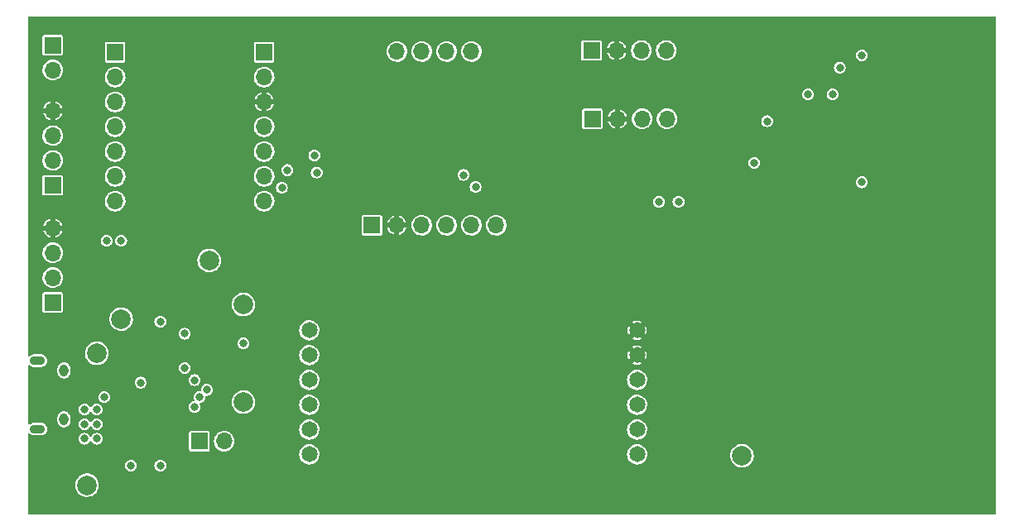
<source format=gbr>
%TF.GenerationSoftware,KiCad,Pcbnew,(6.0.4)*%
%TF.CreationDate,2022-11-18T09:58:05-05:00*%
%TF.ProjectId,NFFPCB,4e464650-4342-42e6-9b69-6361645f7063,rev?*%
%TF.SameCoordinates,Original*%
%TF.FileFunction,Copper,L3,Inr*%
%TF.FilePolarity,Positive*%
%FSLAX46Y46*%
G04 Gerber Fmt 4.6, Leading zero omitted, Abs format (unit mm)*
G04 Created by KiCad (PCBNEW (6.0.4)) date 2022-11-18 09:58:05*
%MOMM*%
%LPD*%
G01*
G04 APERTURE LIST*
%TA.AperFunction,ComponentPad*%
%ADD10C,2.000000*%
%TD*%
%TA.AperFunction,ComponentPad*%
%ADD11C,1.651000*%
%TD*%
%TA.AperFunction,ComponentPad*%
%ADD12R,1.700000X1.700000*%
%TD*%
%TA.AperFunction,ComponentPad*%
%ADD13O,1.700000X1.700000*%
%TD*%
%TA.AperFunction,ComponentPad*%
%ADD14O,0.950000X1.250000*%
%TD*%
%TA.AperFunction,ComponentPad*%
%ADD15O,1.550000X0.890000*%
%TD*%
%TA.AperFunction,ViaPad*%
%ADD16C,0.800000*%
%TD*%
G04 APERTURE END LIST*
D10*
%TO.N,/+VUSB*%
%TO.C,TPVUSB1*%
X60500000Y-74000000D03*
%TD*%
%TO.N,/VSYS*%
%TO.C,TPVSYS1*%
X75500000Y-79000000D03*
%TD*%
%TO.N,Net-(R3-Pad2)*%
%TO.C,TPISET1*%
X59500000Y-87500000D03*
%TD*%
%TO.N,Net-(R2-Pad2)*%
%TO.C,TPILIM1*%
X63000000Y-70500000D03*
%TD*%
%TO.N,/VBATT_RAW*%
%TO.C,TPBATTRAW1*%
X126500000Y-84500000D03*
%TD*%
%TO.N,/!PGOOD*%
%TO.C,TP!PGOOD1*%
X75500000Y-69000000D03*
%TD*%
%TO.N,/!CHG*%
%TO.C,TP!CHG1*%
X72000000Y-64500000D03*
%TD*%
D11*
%TO.N,*%
%TO.C,MOD1*%
X115764000Y-79270000D03*
X82236000Y-76730000D03*
X115764000Y-76730000D03*
X82236000Y-79270000D03*
%TO.N,/VSYS*%
X82236000Y-74190000D03*
X82236000Y-71650000D03*
%TO.N,GND*%
X82236000Y-81810000D03*
X82236000Y-84350000D03*
%TO.N,+3V3*%
X115764000Y-71650000D03*
X115764000Y-74190000D03*
%TO.N,GND*%
X115764000Y-81810000D03*
X115764000Y-84350000D03*
%TD*%
D12*
%TO.N,GND*%
%TO.C,U1*%
X111120000Y-43000000D03*
D13*
%TO.N,+3V3*%
X113660000Y-43000000D03*
%TO.N,/SCL*%
X116200000Y-43000000D03*
%TO.N,/SDA*%
X118740000Y-43000000D03*
%TD*%
D12*
%TO.N,/SCL*%
%TO.C,J5*%
X56000000Y-56800000D03*
D13*
%TO.N,/SDA*%
X56000000Y-54260000D03*
%TO.N,GND*%
X56000000Y-51720000D03*
%TO.N,+3V3*%
X56000000Y-49180000D03*
%TD*%
D12*
%TO.N,/TX_FROM_MICRO*%
%TO.C,J4*%
X56000000Y-68800000D03*
D13*
%TO.N,/RX_TO_MICRO*%
X56000000Y-66260000D03*
%TO.N,GND*%
X56000000Y-63720000D03*
%TO.N,+3V3*%
X56000000Y-61180000D03*
%TD*%
D12*
%TO.N,/BUTTON*%
%TO.C,J3*%
X56000000Y-42460000D03*
D13*
%TO.N,GND*%
X56000000Y-45000000D03*
%TD*%
D14*
%TO.N,unconnected-(J1-Pad6)*%
%TO.C,J1*%
X57150000Y-75750000D03*
D15*
X54450000Y-81750000D03*
D14*
X57150000Y-80750000D03*
D15*
X54450000Y-74750000D03*
%TD*%
D12*
%TO.N,/BUTTON*%
%TO.C,U2*%
X62380000Y-43189500D03*
D13*
%TO.N,unconnected-(U2-Pad2)*%
X62380000Y-45729500D03*
%TO.N,/OLED_EN*%
X62380000Y-48269500D03*
%TO.N,/BNO_RST*%
X62380000Y-50809500D03*
%TO.N,/SDA*%
X62380000Y-53349500D03*
%TO.N,/SCL*%
X62380000Y-55889500D03*
%TO.N,/TX_FROM_MICRO*%
X62380000Y-58429500D03*
%TO.N,/RX_TO_MICRO*%
X77620000Y-58429500D03*
%TO.N,/!CHG*%
X77620000Y-55889500D03*
%TO.N,/!PGOOD*%
X77620000Y-53349500D03*
%TO.N,unconnected-(U2-Pad11)*%
X77620000Y-50809500D03*
%TO.N,+3V3*%
X77620000Y-48269500D03*
%TO.N,GND*%
X77620000Y-45729500D03*
D12*
%TO.N,unconnected-(U2-Pad14)*%
X77620000Y-43189500D03*
%TD*%
%TO.N,/VBATT_RAW*%
%TO.C,J2*%
X71000000Y-83000000D03*
D13*
%TO.N,GND*%
X73540000Y-83000000D03*
%TD*%
%TO.N,unconnected-(U3-Pad1)*%
%TO.C,U3*%
X98810000Y-43110000D03*
%TO.N,unconnected-(U3-Pad2)*%
X96270000Y-43110000D03*
%TO.N,unconnected-(U3-Pad3)*%
X93730000Y-43110000D03*
%TO.N,unconnected-(U3-Pad4)*%
X91190000Y-43110000D03*
D12*
%TO.N,unconnected-(U3-Pad5)*%
X88650000Y-60890000D03*
D13*
%TO.N,+3V3*%
X91190000Y-60890000D03*
%TO.N,GND*%
X93730000Y-60890000D03*
%TO.N,/SCL*%
X96270000Y-60890000D03*
%TO.N,/SDA*%
X98810000Y-60890000D03*
%TO.N,/BNO_RST*%
X101350000Y-60890000D03*
%TD*%
D12*
%TO.N,GND*%
%TO.C,U5*%
X111200000Y-50000000D03*
D13*
%TO.N,+3V3*%
X113740000Y-50000000D03*
%TO.N,/SCL*%
X116280000Y-50000000D03*
%TO.N,/SDA*%
X118820000Y-50000000D03*
%TD*%
D16*
%TO.N,GND*%
X59250000Y-82750000D03*
X138750000Y-56500000D03*
X67000000Y-70750000D03*
X136500000Y-44750000D03*
X127750000Y-54500000D03*
X135750000Y-47500000D03*
X61250000Y-78500000D03*
X60500000Y-79750000D03*
X64000000Y-85500000D03*
X70500000Y-79500000D03*
X59250000Y-81250000D03*
X133250000Y-47500000D03*
X70500000Y-76750000D03*
X138750000Y-43500000D03*
X60500000Y-81250000D03*
X60500000Y-82750000D03*
X59250000Y-79750000D03*
X129062500Y-50250000D03*
X67000000Y-85500000D03*
%TO.N,/+VUSB*%
X65000000Y-77000000D03*
X71000000Y-78500000D03*
%TO.N,/RX_TO_MICRO*%
X63000000Y-62500000D03*
X61500000Y-62500000D03*
%TO.N,+3V3*%
X70500000Y-72500000D03*
X112500000Y-58500000D03*
X67000000Y-69000000D03*
X112500000Y-61000000D03*
%TO.N,/SCL*%
X118000000Y-58500000D03*
X83000000Y-55500000D03*
X79435989Y-57064011D03*
X120000000Y-58500000D03*
%TO.N,/SDA*%
X99250000Y-57000000D03*
X82750000Y-53750000D03*
X80000000Y-55250000D03*
X98000000Y-55750000D03*
%TO.N,/!CHG*%
X69500000Y-75500000D03*
X69500000Y-72000000D03*
%TO.N,/!PGOOD*%
X71749999Y-77750001D03*
X75500000Y-73000000D03*
%TD*%
%TA.AperFunction,Conductor*%
%TO.N,+3V3*%
G36*
X152459191Y-39518907D02*
G01*
X152495155Y-39568407D01*
X152500000Y-39599000D01*
X152500000Y-90401000D01*
X152481093Y-90459191D01*
X152431593Y-90495155D01*
X152401000Y-90500000D01*
X53599000Y-90500000D01*
X53540809Y-90481093D01*
X53504845Y-90431593D01*
X53500000Y-90401000D01*
X53500000Y-87468440D01*
X58294770Y-87468440D01*
X58309200Y-87688604D01*
X58310316Y-87692997D01*
X58310316Y-87692999D01*
X58333873Y-87785754D01*
X58363511Y-87902452D01*
X58455883Y-88102821D01*
X58583222Y-88283002D01*
X58741264Y-88436961D01*
X58924717Y-88559540D01*
X59127436Y-88646635D01*
X59205165Y-88664223D01*
X59338206Y-88694328D01*
X59338211Y-88694329D01*
X59342632Y-88695329D01*
X59452865Y-88699660D01*
X59558565Y-88703813D01*
X59558566Y-88703813D01*
X59563098Y-88703991D01*
X59781452Y-88672331D01*
X59785751Y-88670872D01*
X59785754Y-88670871D01*
X59986078Y-88602870D01*
X59990379Y-88601410D01*
X60061944Y-88561332D01*
X60178925Y-88495819D01*
X60182884Y-88493602D01*
X60352518Y-88352518D01*
X60493602Y-88182884D01*
X60601410Y-87990379D01*
X60672331Y-87781452D01*
X60685156Y-87692999D01*
X60703571Y-87565997D01*
X60703571Y-87565991D01*
X60703991Y-87563098D01*
X60705643Y-87500000D01*
X60685454Y-87280289D01*
X60625565Y-87067936D01*
X60623557Y-87063864D01*
X60623555Y-87063859D01*
X60529988Y-86874125D01*
X60527980Y-86870053D01*
X60395967Y-86693267D01*
X60233949Y-86543499D01*
X60047350Y-86425764D01*
X59842421Y-86344006D01*
X59626024Y-86300962D01*
X59517347Y-86299539D01*
X59409946Y-86298133D01*
X59409941Y-86298133D01*
X59405406Y-86298074D01*
X59400933Y-86298843D01*
X59400928Y-86298843D01*
X59192435Y-86334668D01*
X59192429Y-86334670D01*
X59187957Y-86335438D01*
X59160176Y-86345687D01*
X58985220Y-86410231D01*
X58985217Y-86410232D01*
X58980957Y-86411804D01*
X58977054Y-86414126D01*
X58977052Y-86414127D01*
X58957492Y-86425764D01*
X58791341Y-86524614D01*
X58787926Y-86527609D01*
X58787923Y-86527611D01*
X58680036Y-86622225D01*
X58625457Y-86670090D01*
X58488863Y-86843360D01*
X58386131Y-87038620D01*
X58320703Y-87249333D01*
X58320169Y-87253843D01*
X58320169Y-87253844D01*
X58317039Y-87280289D01*
X58294770Y-87468440D01*
X53500000Y-87468440D01*
X53500000Y-85500000D01*
X63394318Y-85500000D01*
X63414956Y-85656762D01*
X63475464Y-85802841D01*
X63571718Y-85928282D01*
X63697159Y-86024536D01*
X63843238Y-86085044D01*
X64000000Y-86105682D01*
X64156762Y-86085044D01*
X64302841Y-86024536D01*
X64428282Y-85928282D01*
X64524536Y-85802841D01*
X64585044Y-85656762D01*
X64605682Y-85500000D01*
X66394318Y-85500000D01*
X66414956Y-85656762D01*
X66475464Y-85802841D01*
X66571718Y-85928282D01*
X66697159Y-86024536D01*
X66843238Y-86085044D01*
X67000000Y-86105682D01*
X67156762Y-86085044D01*
X67302841Y-86024536D01*
X67428282Y-85928282D01*
X67524536Y-85802841D01*
X67585044Y-85656762D01*
X67605682Y-85500000D01*
X67585044Y-85343238D01*
X67524536Y-85197159D01*
X67428282Y-85071718D01*
X67302841Y-84975464D01*
X67156762Y-84914956D01*
X67000000Y-84894318D01*
X66843238Y-84914956D01*
X66697159Y-84975464D01*
X66571718Y-85071718D01*
X66475464Y-85197159D01*
X66414956Y-85343238D01*
X66394318Y-85500000D01*
X64605682Y-85500000D01*
X64585044Y-85343238D01*
X64524536Y-85197159D01*
X64428282Y-85071718D01*
X64302841Y-84975464D01*
X64156762Y-84914956D01*
X64000000Y-84894318D01*
X63843238Y-84914956D01*
X63697159Y-84975464D01*
X63571718Y-85071718D01*
X63475464Y-85197159D01*
X63414956Y-85343238D01*
X63394318Y-85500000D01*
X53500000Y-85500000D01*
X53500000Y-84335605D01*
X81205136Y-84335605D01*
X81208529Y-84376011D01*
X81219186Y-84502914D01*
X81221973Y-84536109D01*
X81223306Y-84540757D01*
X81223306Y-84540758D01*
X81265701Y-84688604D01*
X81277434Y-84729523D01*
X81369406Y-84908482D01*
X81494387Y-85066168D01*
X81498067Y-85069300D01*
X81498069Y-85069302D01*
X81537454Y-85102821D01*
X81647615Y-85196575D01*
X81651838Y-85198935D01*
X81651842Y-85198938D01*
X81765812Y-85262633D01*
X81823255Y-85294737D01*
X81827853Y-85296231D01*
X82010011Y-85355418D01*
X82010013Y-85355419D01*
X82014616Y-85356914D01*
X82214409Y-85380738D01*
X82219231Y-85380367D01*
X82219233Y-85380367D01*
X82410197Y-85365673D01*
X82410202Y-85365672D01*
X82415025Y-85365301D01*
X82608822Y-85311192D01*
X82613135Y-85309013D01*
X82613141Y-85309011D01*
X82784097Y-85222655D01*
X82784099Y-85222653D01*
X82788418Y-85220472D01*
X82946973Y-85096595D01*
X82950135Y-85092932D01*
X82950140Y-85092927D01*
X83048120Y-84979415D01*
X83078447Y-84944281D01*
X83099871Y-84906569D01*
X83175439Y-84773544D01*
X83175440Y-84773542D01*
X83177832Y-84769331D01*
X83241344Y-84578409D01*
X83266562Y-84378786D01*
X83266964Y-84350000D01*
X83266026Y-84340425D01*
X83265553Y-84335605D01*
X114733136Y-84335605D01*
X114736529Y-84376011D01*
X114747186Y-84502914D01*
X114749973Y-84536109D01*
X114751306Y-84540757D01*
X114751306Y-84540758D01*
X114793701Y-84688604D01*
X114805434Y-84729523D01*
X114897406Y-84908482D01*
X115022387Y-85066168D01*
X115026067Y-85069300D01*
X115026069Y-85069302D01*
X115065454Y-85102821D01*
X115175615Y-85196575D01*
X115179838Y-85198935D01*
X115179842Y-85198938D01*
X115293812Y-85262633D01*
X115351255Y-85294737D01*
X115355853Y-85296231D01*
X115538011Y-85355418D01*
X115538013Y-85355419D01*
X115542616Y-85356914D01*
X115742409Y-85380738D01*
X115747231Y-85380367D01*
X115747233Y-85380367D01*
X115938197Y-85365673D01*
X115938202Y-85365672D01*
X115943025Y-85365301D01*
X116136822Y-85311192D01*
X116141135Y-85309013D01*
X116141141Y-85309011D01*
X116312097Y-85222655D01*
X116312099Y-85222653D01*
X116316418Y-85220472D01*
X116474973Y-85096595D01*
X116478135Y-85092932D01*
X116478140Y-85092927D01*
X116576120Y-84979415D01*
X116606447Y-84944281D01*
X116627871Y-84906569D01*
X116703439Y-84773544D01*
X116703440Y-84773542D01*
X116705832Y-84769331D01*
X116769344Y-84578409D01*
X116783236Y-84468440D01*
X125294770Y-84468440D01*
X125309200Y-84688604D01*
X125310316Y-84692997D01*
X125310316Y-84692999D01*
X125333873Y-84785754D01*
X125363511Y-84902452D01*
X125455883Y-85102821D01*
X125583222Y-85283002D01*
X125741264Y-85436961D01*
X125924717Y-85559540D01*
X126127436Y-85646635D01*
X126172191Y-85656762D01*
X126338206Y-85694328D01*
X126338211Y-85694329D01*
X126342632Y-85695329D01*
X126452865Y-85699660D01*
X126558565Y-85703813D01*
X126558566Y-85703813D01*
X126563098Y-85703991D01*
X126781452Y-85672331D01*
X126785751Y-85670872D01*
X126785754Y-85670871D01*
X126986078Y-85602870D01*
X126990379Y-85601410D01*
X127061944Y-85561332D01*
X127159971Y-85506434D01*
X127182884Y-85493602D01*
X127338714Y-85363999D01*
X127349024Y-85355424D01*
X127352518Y-85352518D01*
X127493602Y-85182884D01*
X127601410Y-84990379D01*
X127618487Y-84940071D01*
X127670871Y-84785754D01*
X127670872Y-84785751D01*
X127672331Y-84781452D01*
X127676051Y-84755795D01*
X127703571Y-84565997D01*
X127703571Y-84565991D01*
X127703991Y-84563098D01*
X127705643Y-84500000D01*
X127685454Y-84280289D01*
X127625565Y-84067936D01*
X127623557Y-84063864D01*
X127623555Y-84063859D01*
X127529988Y-83874125D01*
X127527980Y-83870053D01*
X127395967Y-83693267D01*
X127268690Y-83575613D01*
X127237279Y-83546577D01*
X127237278Y-83546576D01*
X127233949Y-83543499D01*
X127157546Y-83495292D01*
X127051187Y-83428185D01*
X127047350Y-83425764D01*
X126842421Y-83344006D01*
X126626024Y-83300962D01*
X126517347Y-83299539D01*
X126409946Y-83298133D01*
X126409941Y-83298133D01*
X126405406Y-83298074D01*
X126400933Y-83298843D01*
X126400928Y-83298843D01*
X126192435Y-83334668D01*
X126192429Y-83334670D01*
X126187957Y-83335438D01*
X126160176Y-83345687D01*
X125985220Y-83410231D01*
X125985217Y-83410232D01*
X125980957Y-83411804D01*
X125977054Y-83414126D01*
X125977052Y-83414127D01*
X125959188Y-83424755D01*
X125791341Y-83524614D01*
X125787926Y-83527609D01*
X125787923Y-83527611D01*
X125700522Y-83604260D01*
X125625457Y-83670090D01*
X125622649Y-83673652D01*
X125535858Y-83783747D01*
X125488863Y-83843360D01*
X125486749Y-83847378D01*
X125390162Y-84030959D01*
X125386131Y-84038620D01*
X125320703Y-84249333D01*
X125320169Y-84253843D01*
X125320169Y-84253844D01*
X125309115Y-84347242D01*
X125294770Y-84468440D01*
X116783236Y-84468440D01*
X116794562Y-84378786D01*
X116794964Y-84350000D01*
X116794026Y-84340425D01*
X116775801Y-84154569D01*
X116775329Y-84149751D01*
X116717174Y-83957130D01*
X116622712Y-83779473D01*
X116612871Y-83767406D01*
X116498603Y-83627300D01*
X116498602Y-83627299D01*
X116495542Y-83623547D01*
X116340508Y-83495292D01*
X116186101Y-83411804D01*
X116167769Y-83401892D01*
X116167768Y-83401892D01*
X116163515Y-83399592D01*
X116102169Y-83380602D01*
X115975925Y-83341523D01*
X115975921Y-83341522D01*
X115971304Y-83340093D01*
X115966496Y-83339588D01*
X115966493Y-83339587D01*
X115776013Y-83319567D01*
X115776011Y-83319567D01*
X115771197Y-83319061D01*
X115705064Y-83325080D01*
X115575637Y-83336858D01*
X115575634Y-83336859D01*
X115570817Y-83337297D01*
X115566175Y-83338663D01*
X115566171Y-83338664D01*
X115382441Y-83392739D01*
X115382438Y-83392740D01*
X115377794Y-83394107D01*
X115199482Y-83487326D01*
X115042672Y-83613404D01*
X115039565Y-83617107D01*
X114916447Y-83763833D01*
X114916444Y-83763837D01*
X114913338Y-83767539D01*
X114816405Y-83943860D01*
X114814942Y-83948473D01*
X114814940Y-83948477D01*
X114803626Y-83984145D01*
X114755565Y-84135651D01*
X114733136Y-84335605D01*
X83265553Y-84335605D01*
X83247801Y-84154569D01*
X83247329Y-84149751D01*
X83189174Y-83957130D01*
X83094712Y-83779473D01*
X83084871Y-83767406D01*
X82970603Y-83627300D01*
X82970602Y-83627299D01*
X82967542Y-83623547D01*
X82812508Y-83495292D01*
X82658101Y-83411804D01*
X82639769Y-83401892D01*
X82639768Y-83401892D01*
X82635515Y-83399592D01*
X82574169Y-83380602D01*
X82447925Y-83341523D01*
X82447921Y-83341522D01*
X82443304Y-83340093D01*
X82438496Y-83339588D01*
X82438493Y-83339587D01*
X82248013Y-83319567D01*
X82248011Y-83319567D01*
X82243197Y-83319061D01*
X82177064Y-83325080D01*
X82047637Y-83336858D01*
X82047634Y-83336859D01*
X82042817Y-83337297D01*
X82038175Y-83338663D01*
X82038171Y-83338664D01*
X81854441Y-83392739D01*
X81854438Y-83392740D01*
X81849794Y-83394107D01*
X81671482Y-83487326D01*
X81514672Y-83613404D01*
X81511565Y-83617107D01*
X81388447Y-83763833D01*
X81388444Y-83763837D01*
X81385338Y-83767539D01*
X81288405Y-83943860D01*
X81286942Y-83948473D01*
X81286940Y-83948477D01*
X81275626Y-83984145D01*
X81227565Y-84135651D01*
X81205136Y-84335605D01*
X53500000Y-84335605D01*
X53500000Y-83869748D01*
X69949500Y-83869748D01*
X69961133Y-83928231D01*
X70005448Y-83994552D01*
X70071769Y-84038867D01*
X70081332Y-84040769D01*
X70081334Y-84040770D01*
X70104005Y-84045279D01*
X70130252Y-84050500D01*
X71869748Y-84050500D01*
X71895995Y-84045279D01*
X71918666Y-84040770D01*
X71918668Y-84040769D01*
X71928231Y-84038867D01*
X71994552Y-83994552D01*
X72038867Y-83928231D01*
X72050500Y-83869748D01*
X72050500Y-82985262D01*
X72484520Y-82985262D01*
X72490195Y-83052841D01*
X72501061Y-83182236D01*
X72501759Y-83190553D01*
X72503092Y-83195201D01*
X72503092Y-83195202D01*
X72544494Y-83339587D01*
X72558544Y-83388586D01*
X72652712Y-83571818D01*
X72780677Y-83733270D01*
X72784357Y-83736402D01*
X72784359Y-83736404D01*
X72820943Y-83767539D01*
X72937564Y-83866791D01*
X72941787Y-83869151D01*
X72941791Y-83869154D01*
X72981342Y-83891258D01*
X73117398Y-83967297D01*
X73121996Y-83968791D01*
X73308724Y-84029463D01*
X73308726Y-84029464D01*
X73313329Y-84030959D01*
X73517894Y-84055351D01*
X73522716Y-84054980D01*
X73522719Y-84054980D01*
X73593259Y-84049552D01*
X73723300Y-84039546D01*
X73921725Y-83984145D01*
X73926038Y-83981966D01*
X73926044Y-83981964D01*
X74101289Y-83893441D01*
X74101291Y-83893440D01*
X74105610Y-83891258D01*
X74127044Y-83874512D01*
X74264135Y-83767406D01*
X74264139Y-83767402D01*
X74267951Y-83764424D01*
X74402564Y-83608472D01*
X74421231Y-83575613D01*
X74501934Y-83433550D01*
X74501935Y-83433547D01*
X74504323Y-83429344D01*
X74506074Y-83424082D01*
X74567824Y-83238454D01*
X74567824Y-83238452D01*
X74569351Y-83233863D01*
X74576373Y-83178282D01*
X74594823Y-83032228D01*
X74595171Y-83029474D01*
X74595583Y-83000000D01*
X74593667Y-82980454D01*
X74575952Y-82799780D01*
X74575951Y-82799776D01*
X74575480Y-82794970D01*
X74567643Y-82769011D01*
X74517333Y-82602380D01*
X74515935Y-82597749D01*
X74419218Y-82415849D01*
X74289011Y-82256200D01*
X74233027Y-82209886D01*
X74134002Y-82127965D01*
X74134000Y-82127964D01*
X74130275Y-82124882D01*
X73949055Y-82026897D01*
X73879764Y-82005448D01*
X73756875Y-81967407D01*
X73756871Y-81967406D01*
X73752254Y-81965977D01*
X73747446Y-81965472D01*
X73747443Y-81965471D01*
X73552185Y-81944949D01*
X73552183Y-81944949D01*
X73547369Y-81944443D01*
X73491800Y-81949500D01*
X73347022Y-81962675D01*
X73347017Y-81962676D01*
X73342203Y-81963114D01*
X73144572Y-82021280D01*
X73140288Y-82023519D01*
X73140287Y-82023520D01*
X73133583Y-82027025D01*
X72962002Y-82116726D01*
X72958231Y-82119758D01*
X72805220Y-82242781D01*
X72805217Y-82242783D01*
X72801447Y-82245815D01*
X72798333Y-82249526D01*
X72798332Y-82249527D01*
X72677146Y-82393951D01*
X72669024Y-82403630D01*
X72666689Y-82407878D01*
X72666688Y-82407879D01*
X72659955Y-82420126D01*
X72569776Y-82584162D01*
X72507484Y-82780532D01*
X72506944Y-82785344D01*
X72506944Y-82785345D01*
X72502421Y-82825673D01*
X72484520Y-82985262D01*
X72050500Y-82985262D01*
X72050500Y-82130252D01*
X72038867Y-82071769D01*
X71994552Y-82005448D01*
X71928231Y-81961133D01*
X71918668Y-81959231D01*
X71918666Y-81959230D01*
X71895995Y-81954721D01*
X71869748Y-81949500D01*
X70130252Y-81949500D01*
X70104005Y-81954721D01*
X70081334Y-81959230D01*
X70081332Y-81959231D01*
X70071769Y-81961133D01*
X70005448Y-82005448D01*
X69961133Y-82071769D01*
X69949500Y-82130252D01*
X69949500Y-83869748D01*
X53500000Y-83869748D01*
X53500000Y-82750000D01*
X58644318Y-82750000D01*
X58664956Y-82906762D01*
X58725464Y-83052841D01*
X58821718Y-83178282D01*
X58947159Y-83274536D01*
X59093238Y-83335044D01*
X59250000Y-83355682D01*
X59406762Y-83335044D01*
X59552841Y-83274536D01*
X59678282Y-83178282D01*
X59774536Y-83052841D01*
X59783536Y-83031113D01*
X59823273Y-82984588D01*
X59882767Y-82970304D01*
X59939295Y-82993719D01*
X59966464Y-83031113D01*
X59975464Y-83052841D01*
X60071718Y-83178282D01*
X60197159Y-83274536D01*
X60343238Y-83335044D01*
X60500000Y-83355682D01*
X60656762Y-83335044D01*
X60802841Y-83274536D01*
X60928282Y-83178282D01*
X61024536Y-83052841D01*
X61085044Y-82906762D01*
X61105682Y-82750000D01*
X61085044Y-82593238D01*
X61024536Y-82447159D01*
X60928282Y-82321718D01*
X60802841Y-82225464D01*
X60656762Y-82164956D01*
X60500000Y-82144318D01*
X60343238Y-82164956D01*
X60197159Y-82225464D01*
X60071718Y-82321718D01*
X59975464Y-82447159D01*
X59972981Y-82453154D01*
X59966464Y-82468887D01*
X59926727Y-82515412D01*
X59867233Y-82529696D01*
X59810705Y-82506281D01*
X59783536Y-82468887D01*
X59777019Y-82453154D01*
X59774536Y-82447159D01*
X59678282Y-82321718D01*
X59552841Y-82225464D01*
X59406762Y-82164956D01*
X59250000Y-82144318D01*
X59093238Y-82164956D01*
X58947159Y-82225464D01*
X58821718Y-82321718D01*
X58725464Y-82447159D01*
X58664956Y-82593238D01*
X58644318Y-82750000D01*
X53500000Y-82750000D01*
X53500000Y-82282054D01*
X53518907Y-82223863D01*
X53568407Y-82187899D01*
X53629593Y-82187899D01*
X53666770Y-82209886D01*
X53733031Y-82272110D01*
X53733033Y-82272112D01*
X53737569Y-82276371D01*
X53743019Y-82279367D01*
X53743023Y-82279370D01*
X53810546Y-82316490D01*
X53880487Y-82354940D01*
X53886518Y-82356488D01*
X53886519Y-82356489D01*
X54032419Y-82393951D01*
X54032423Y-82393952D01*
X54038454Y-82395500D01*
X54820608Y-82395500D01*
X54911224Y-82384052D01*
X54935624Y-82380970D01*
X54935625Y-82380970D01*
X54941805Y-82380189D01*
X55017624Y-82350170D01*
X55087652Y-82322444D01*
X55087653Y-82322443D01*
X55093443Y-82320151D01*
X55153702Y-82276371D01*
X55220347Y-82227951D01*
X55220348Y-82227950D01*
X55225387Y-82224289D01*
X55329345Y-82098625D01*
X55345799Y-82063660D01*
X55375741Y-82000029D01*
X55398786Y-81951056D01*
X55429346Y-81790853D01*
X55419106Y-81628084D01*
X55368708Y-81472975D01*
X55281319Y-81335273D01*
X55276783Y-81331013D01*
X55276781Y-81331011D01*
X55166969Y-81227890D01*
X55166967Y-81227888D01*
X55162431Y-81223629D01*
X55156981Y-81220633D01*
X55156977Y-81220630D01*
X55078624Y-81177556D01*
X55019513Y-81145060D01*
X55013482Y-81143512D01*
X55013481Y-81143511D01*
X54867581Y-81106049D01*
X54867577Y-81106048D01*
X54861546Y-81104500D01*
X54079392Y-81104500D01*
X53988776Y-81115948D01*
X53964376Y-81119030D01*
X53964375Y-81119030D01*
X53958195Y-81119811D01*
X53806557Y-81179849D01*
X53801518Y-81183510D01*
X53701146Y-81256434D01*
X53674613Y-81275711D01*
X53670643Y-81280510D01*
X53666770Y-81284147D01*
X53611407Y-81310198D01*
X53551306Y-81298733D01*
X53509422Y-81254130D01*
X53500000Y-81211979D01*
X53500000Y-80940996D01*
X56474500Y-80940996D01*
X56489181Y-81062313D01*
X56546973Y-81215255D01*
X56550353Y-81220172D01*
X56550354Y-81220175D01*
X56588523Y-81275711D01*
X56639579Y-81349997D01*
X56761652Y-81458760D01*
X56766922Y-81461550D01*
X56766923Y-81461551D01*
X56795483Y-81476673D01*
X56906145Y-81535265D01*
X56985430Y-81555180D01*
X57058926Y-81573641D01*
X57058929Y-81573641D01*
X57064716Y-81575095D01*
X57147295Y-81575527D01*
X57222244Y-81575920D01*
X57222246Y-81575920D01*
X57228210Y-81575951D01*
X57265458Y-81567009D01*
X57381389Y-81539177D01*
X57381391Y-81539176D01*
X57387190Y-81537784D01*
X57517930Y-81470304D01*
X57527170Y-81465535D01*
X57527172Y-81465534D01*
X57532476Y-81462796D01*
X57655681Y-81355317D01*
X57729699Y-81250000D01*
X58644318Y-81250000D01*
X58664956Y-81406762D01*
X58725464Y-81552841D01*
X58821718Y-81678282D01*
X58947159Y-81774536D01*
X59093238Y-81835044D01*
X59250000Y-81855682D01*
X59406762Y-81835044D01*
X59552841Y-81774536D01*
X59678282Y-81678282D01*
X59774536Y-81552841D01*
X59783536Y-81531113D01*
X59823273Y-81484588D01*
X59882767Y-81470304D01*
X59939295Y-81493719D01*
X59966464Y-81531113D01*
X59975464Y-81552841D01*
X60071718Y-81678282D01*
X60197159Y-81774536D01*
X60343238Y-81835044D01*
X60500000Y-81855682D01*
X60656762Y-81835044D01*
X60751976Y-81795605D01*
X81205136Y-81795605D01*
X81208239Y-81832560D01*
X81219443Y-81965977D01*
X81221973Y-81996109D01*
X81223306Y-82000757D01*
X81223306Y-82000758D01*
X81271102Y-82167440D01*
X81277434Y-82189523D01*
X81369406Y-82368482D01*
X81494387Y-82526168D01*
X81498067Y-82529300D01*
X81498069Y-82529302D01*
X81580756Y-82599674D01*
X81647615Y-82656575D01*
X81651838Y-82658935D01*
X81651842Y-82658938D01*
X81765812Y-82722633D01*
X81823255Y-82754737D01*
X81827853Y-82756231D01*
X82010011Y-82815418D01*
X82010013Y-82815419D01*
X82014616Y-82816914D01*
X82214409Y-82840738D01*
X82219231Y-82840367D01*
X82219233Y-82840367D01*
X82410197Y-82825673D01*
X82410202Y-82825672D01*
X82415025Y-82825301D01*
X82608822Y-82771192D01*
X82613135Y-82769013D01*
X82613141Y-82769011D01*
X82784097Y-82682655D01*
X82784099Y-82682653D01*
X82788418Y-82680472D01*
X82946973Y-82556595D01*
X82950135Y-82552932D01*
X82950140Y-82552927D01*
X83064770Y-82420126D01*
X83078447Y-82404281D01*
X83080928Y-82399915D01*
X83175439Y-82233544D01*
X83175440Y-82233542D01*
X83177832Y-82229331D01*
X83213343Y-82122581D01*
X83239816Y-82043003D01*
X83239817Y-82043001D01*
X83241344Y-82038409D01*
X83266562Y-81838786D01*
X83266603Y-81835891D01*
X83266925Y-81812770D01*
X83266964Y-81810000D01*
X83266026Y-81800425D01*
X83265553Y-81795605D01*
X114733136Y-81795605D01*
X114736239Y-81832560D01*
X114747443Y-81965977D01*
X114749973Y-81996109D01*
X114751306Y-82000757D01*
X114751306Y-82000758D01*
X114799102Y-82167440D01*
X114805434Y-82189523D01*
X114897406Y-82368482D01*
X115022387Y-82526168D01*
X115026067Y-82529300D01*
X115026069Y-82529302D01*
X115108756Y-82599674D01*
X115175615Y-82656575D01*
X115179838Y-82658935D01*
X115179842Y-82658938D01*
X115293812Y-82722633D01*
X115351255Y-82754737D01*
X115355853Y-82756231D01*
X115538011Y-82815418D01*
X115538013Y-82815419D01*
X115542616Y-82816914D01*
X115742409Y-82840738D01*
X115747231Y-82840367D01*
X115747233Y-82840367D01*
X115938197Y-82825673D01*
X115938202Y-82825672D01*
X115943025Y-82825301D01*
X116136822Y-82771192D01*
X116141135Y-82769013D01*
X116141141Y-82769011D01*
X116312097Y-82682655D01*
X116312099Y-82682653D01*
X116316418Y-82680472D01*
X116474973Y-82556595D01*
X116478135Y-82552932D01*
X116478140Y-82552927D01*
X116592770Y-82420126D01*
X116606447Y-82404281D01*
X116608928Y-82399915D01*
X116703439Y-82233544D01*
X116703440Y-82233542D01*
X116705832Y-82229331D01*
X116741343Y-82122581D01*
X116767816Y-82043003D01*
X116767817Y-82043001D01*
X116769344Y-82038409D01*
X116794562Y-81838786D01*
X116794603Y-81835891D01*
X116794925Y-81812770D01*
X116794964Y-81810000D01*
X116794026Y-81800425D01*
X116777736Y-81634301D01*
X116775329Y-81609751D01*
X116717174Y-81417130D01*
X116640033Y-81272049D01*
X116624985Y-81243747D01*
X116624983Y-81243743D01*
X116622712Y-81239473D01*
X116609957Y-81223833D01*
X116498603Y-81087300D01*
X116498602Y-81087299D01*
X116495542Y-81083547D01*
X116340508Y-80955292D01*
X116163515Y-80859592D01*
X116102169Y-80840602D01*
X115975925Y-80801523D01*
X115975921Y-80801522D01*
X115971304Y-80800093D01*
X115966496Y-80799588D01*
X115966493Y-80799587D01*
X115776013Y-80779567D01*
X115776011Y-80779567D01*
X115771197Y-80779061D01*
X115705064Y-80785080D01*
X115575637Y-80796858D01*
X115575634Y-80796859D01*
X115570817Y-80797297D01*
X115566175Y-80798663D01*
X115566171Y-80798664D01*
X115382441Y-80852739D01*
X115382438Y-80852740D01*
X115377794Y-80854107D01*
X115199482Y-80947326D01*
X115042672Y-81073404D01*
X115031012Y-81087300D01*
X114916447Y-81223833D01*
X114916444Y-81223837D01*
X114913338Y-81227539D01*
X114816405Y-81403860D01*
X114814942Y-81408473D01*
X114814940Y-81408477D01*
X114794480Y-81472975D01*
X114755565Y-81595651D01*
X114755025Y-81600465D01*
X114734366Y-81784642D01*
X114733136Y-81795605D01*
X83265553Y-81795605D01*
X83249736Y-81634301D01*
X83247329Y-81609751D01*
X83189174Y-81417130D01*
X83112033Y-81272049D01*
X83096985Y-81243747D01*
X83096983Y-81243743D01*
X83094712Y-81239473D01*
X83081957Y-81223833D01*
X82970603Y-81087300D01*
X82970602Y-81087299D01*
X82967542Y-81083547D01*
X82812508Y-80955292D01*
X82635515Y-80859592D01*
X82574169Y-80840602D01*
X82447925Y-80801523D01*
X82447921Y-80801522D01*
X82443304Y-80800093D01*
X82438496Y-80799588D01*
X82438493Y-80799587D01*
X82248013Y-80779567D01*
X82248011Y-80779567D01*
X82243197Y-80779061D01*
X82177064Y-80785080D01*
X82047637Y-80796858D01*
X82047634Y-80796859D01*
X82042817Y-80797297D01*
X82038175Y-80798663D01*
X82038171Y-80798664D01*
X81854441Y-80852739D01*
X81854438Y-80852740D01*
X81849794Y-80854107D01*
X81671482Y-80947326D01*
X81514672Y-81073404D01*
X81503012Y-81087300D01*
X81388447Y-81223833D01*
X81388444Y-81223837D01*
X81385338Y-81227539D01*
X81288405Y-81403860D01*
X81286942Y-81408473D01*
X81286940Y-81408477D01*
X81266480Y-81472975D01*
X81227565Y-81595651D01*
X81227025Y-81600465D01*
X81206366Y-81784642D01*
X81205136Y-81795605D01*
X60751976Y-81795605D01*
X60802841Y-81774536D01*
X60928282Y-81678282D01*
X61024536Y-81552841D01*
X61085044Y-81406762D01*
X61105682Y-81250000D01*
X61085044Y-81093238D01*
X61024536Y-80947159D01*
X60928282Y-80821718D01*
X60802841Y-80725464D01*
X60656762Y-80664956D01*
X60500000Y-80644318D01*
X60343238Y-80664956D01*
X60197159Y-80725464D01*
X60071718Y-80821718D01*
X59975464Y-80947159D01*
X59972981Y-80953154D01*
X59966464Y-80968887D01*
X59926727Y-81015412D01*
X59867233Y-81029696D01*
X59810705Y-81006281D01*
X59783536Y-80968887D01*
X59777019Y-80953154D01*
X59774536Y-80947159D01*
X59678282Y-80821718D01*
X59552841Y-80725464D01*
X59406762Y-80664956D01*
X59250000Y-80644318D01*
X59093238Y-80664956D01*
X58947159Y-80725464D01*
X58821718Y-80821718D01*
X58725464Y-80947159D01*
X58664956Y-81093238D01*
X58644318Y-81250000D01*
X57729699Y-81250000D01*
X57749693Y-81221552D01*
X57799720Y-81093238D01*
X57806915Y-81074785D01*
X57806915Y-81074784D01*
X57809083Y-81069224D01*
X57825500Y-80944527D01*
X57825500Y-80559004D01*
X57810819Y-80437687D01*
X57753027Y-80284745D01*
X57748700Y-80278448D01*
X57663801Y-80154921D01*
X57660421Y-80150003D01*
X57560899Y-80061332D01*
X57542802Y-80045208D01*
X57542800Y-80045207D01*
X57538348Y-80041240D01*
X57530726Y-80037204D01*
X57484874Y-80012927D01*
X57393855Y-79964735D01*
X57293318Y-79939482D01*
X57241074Y-79926359D01*
X57241071Y-79926359D01*
X57235284Y-79924905D01*
X57152705Y-79924473D01*
X57077756Y-79924080D01*
X57077754Y-79924080D01*
X57071790Y-79924049D01*
X57065987Y-79925442D01*
X57065988Y-79925442D01*
X56918611Y-79960823D01*
X56918609Y-79960824D01*
X56912810Y-79962216D01*
X56852001Y-79993602D01*
X56772830Y-80034465D01*
X56772828Y-80034466D01*
X56767524Y-80037204D01*
X56644319Y-80144683D01*
X56550307Y-80278448D01*
X56490917Y-80430776D01*
X56474500Y-80555473D01*
X56474500Y-80940996D01*
X53500000Y-80940996D01*
X53500000Y-79750000D01*
X58644318Y-79750000D01*
X58664956Y-79906762D01*
X58725464Y-80052841D01*
X58821718Y-80178282D01*
X58947159Y-80274536D01*
X59093238Y-80335044D01*
X59250000Y-80355682D01*
X59406762Y-80335044D01*
X59552841Y-80274536D01*
X59678282Y-80178282D01*
X59774536Y-80052841D01*
X59783536Y-80031113D01*
X59823273Y-79984588D01*
X59882767Y-79970304D01*
X59939295Y-79993719D01*
X59966464Y-80031113D01*
X59975464Y-80052841D01*
X60071718Y-80178282D01*
X60197159Y-80274536D01*
X60343238Y-80335044D01*
X60500000Y-80355682D01*
X60656762Y-80335044D01*
X60802841Y-80274536D01*
X60928282Y-80178282D01*
X61024536Y-80052841D01*
X61085044Y-79906762D01*
X61105682Y-79750000D01*
X61085044Y-79593238D01*
X61046423Y-79500000D01*
X69894318Y-79500000D01*
X69914956Y-79656762D01*
X69975464Y-79802841D01*
X70071718Y-79928282D01*
X70197159Y-80024536D01*
X70343238Y-80085044D01*
X70500000Y-80105682D01*
X70656762Y-80085044D01*
X70802841Y-80024536D01*
X70928282Y-79928282D01*
X71024536Y-79802841D01*
X71085044Y-79656762D01*
X71105682Y-79500000D01*
X71085044Y-79343238D01*
X71036709Y-79226547D01*
X71031908Y-79165551D01*
X71063877Y-79113382D01*
X71115251Y-79090509D01*
X71115474Y-79090480D01*
X71156762Y-79085044D01*
X71302841Y-79024536D01*
X71375947Y-78968440D01*
X74294770Y-78968440D01*
X74298188Y-79020585D01*
X74307595Y-79164109D01*
X74309200Y-79188604D01*
X74310316Y-79192997D01*
X74310316Y-79192999D01*
X74333873Y-79285754D01*
X74363511Y-79402452D01*
X74455883Y-79602821D01*
X74583222Y-79783002D01*
X74586468Y-79786164D01*
X74729440Y-79925442D01*
X74741264Y-79936961D01*
X74924717Y-80059540D01*
X75127436Y-80146635D01*
X75164055Y-80154921D01*
X75338206Y-80194328D01*
X75338211Y-80194329D01*
X75342632Y-80195329D01*
X75452865Y-80199660D01*
X75558565Y-80203813D01*
X75558566Y-80203813D01*
X75563098Y-80203991D01*
X75781452Y-80172331D01*
X75785751Y-80170872D01*
X75785754Y-80170871D01*
X75986078Y-80102870D01*
X75990379Y-80101410D01*
X76018091Y-80085891D01*
X76178925Y-79995819D01*
X76182884Y-79993602D01*
X76352518Y-79852518D01*
X76493602Y-79682884D01*
X76547165Y-79587241D01*
X76599192Y-79494340D01*
X76599193Y-79494338D01*
X76601410Y-79490379D01*
X76653393Y-79337241D01*
X76670871Y-79285754D01*
X76670872Y-79285751D01*
X76672331Y-79281452D01*
X76676079Y-79255605D01*
X81205136Y-79255605D01*
X81221973Y-79456109D01*
X81223306Y-79460757D01*
X81223306Y-79460758D01*
X81265106Y-79606529D01*
X81277434Y-79649523D01*
X81279649Y-79653833D01*
X81294579Y-79682884D01*
X81369406Y-79828482D01*
X81494387Y-79986168D01*
X81498067Y-79989300D01*
X81498069Y-79989302D01*
X81607647Y-80082560D01*
X81647615Y-80116575D01*
X81651838Y-80118935D01*
X81651842Y-80118938D01*
X81765101Y-80182236D01*
X81823255Y-80214737D01*
X81827853Y-80216231D01*
X82010011Y-80275418D01*
X82010013Y-80275419D01*
X82014616Y-80276914D01*
X82214409Y-80300738D01*
X82219231Y-80300367D01*
X82219233Y-80300367D01*
X82410197Y-80285673D01*
X82410202Y-80285672D01*
X82415025Y-80285301D01*
X82608822Y-80231192D01*
X82613135Y-80229013D01*
X82613141Y-80229011D01*
X82784097Y-80142655D01*
X82784099Y-80142653D01*
X82788418Y-80140472D01*
X82946973Y-80016595D01*
X82950135Y-80012932D01*
X82950140Y-80012927D01*
X83075283Y-79867946D01*
X83078447Y-79864281D01*
X83083479Y-79855424D01*
X83175439Y-79693544D01*
X83175440Y-79693542D01*
X83177832Y-79689331D01*
X83235688Y-79515412D01*
X83239816Y-79503003D01*
X83239817Y-79503001D01*
X83241344Y-79498409D01*
X83266562Y-79298786D01*
X83266964Y-79270000D01*
X83266026Y-79260425D01*
X83265553Y-79255605D01*
X114733136Y-79255605D01*
X114749973Y-79456109D01*
X114751306Y-79460757D01*
X114751306Y-79460758D01*
X114793106Y-79606529D01*
X114805434Y-79649523D01*
X114807649Y-79653833D01*
X114822579Y-79682884D01*
X114897406Y-79828482D01*
X115022387Y-79986168D01*
X115026067Y-79989300D01*
X115026069Y-79989302D01*
X115135647Y-80082560D01*
X115175615Y-80116575D01*
X115179838Y-80118935D01*
X115179842Y-80118938D01*
X115293101Y-80182236D01*
X115351255Y-80214737D01*
X115355853Y-80216231D01*
X115538011Y-80275418D01*
X115538013Y-80275419D01*
X115542616Y-80276914D01*
X115742409Y-80300738D01*
X115747231Y-80300367D01*
X115747233Y-80300367D01*
X115938197Y-80285673D01*
X115938202Y-80285672D01*
X115943025Y-80285301D01*
X116136822Y-80231192D01*
X116141135Y-80229013D01*
X116141141Y-80229011D01*
X116312097Y-80142655D01*
X116312099Y-80142653D01*
X116316418Y-80140472D01*
X116474973Y-80016595D01*
X116478135Y-80012932D01*
X116478140Y-80012927D01*
X116603283Y-79867946D01*
X116606447Y-79864281D01*
X116611479Y-79855424D01*
X116703439Y-79693544D01*
X116703440Y-79693542D01*
X116705832Y-79689331D01*
X116763688Y-79515412D01*
X116767816Y-79503003D01*
X116767817Y-79503001D01*
X116769344Y-79498409D01*
X116794562Y-79298786D01*
X116794964Y-79270000D01*
X116794026Y-79260425D01*
X116784581Y-79164109D01*
X116775329Y-79069751D01*
X116717174Y-78877130D01*
X116622712Y-78699473D01*
X116609957Y-78683833D01*
X116498603Y-78547300D01*
X116498602Y-78547299D01*
X116495542Y-78543547D01*
X116340508Y-78415292D01*
X116228697Y-78354836D01*
X116167769Y-78321892D01*
X116167768Y-78321892D01*
X116163515Y-78319592D01*
X116025987Y-78277020D01*
X115975925Y-78261523D01*
X115975921Y-78261522D01*
X115971304Y-78260093D01*
X115966496Y-78259588D01*
X115966493Y-78259587D01*
X115776013Y-78239567D01*
X115776011Y-78239567D01*
X115771197Y-78239061D01*
X115705064Y-78245080D01*
X115575637Y-78256858D01*
X115575634Y-78256859D01*
X115570817Y-78257297D01*
X115566175Y-78258663D01*
X115566171Y-78258664D01*
X115382441Y-78312739D01*
X115382438Y-78312740D01*
X115377794Y-78314107D01*
X115199482Y-78407326D01*
X115042672Y-78533404D01*
X115039565Y-78537107D01*
X114916447Y-78683833D01*
X114916444Y-78683837D01*
X114913338Y-78687539D01*
X114816405Y-78863860D01*
X114814942Y-78868473D01*
X114814940Y-78868477D01*
X114806743Y-78894318D01*
X114755565Y-79055651D01*
X114755025Y-79060465D01*
X114736074Y-79229415D01*
X114733136Y-79255605D01*
X83265553Y-79255605D01*
X83256581Y-79164109D01*
X83247329Y-79069751D01*
X83189174Y-78877130D01*
X83094712Y-78699473D01*
X83081957Y-78683833D01*
X82970603Y-78547300D01*
X82970602Y-78547299D01*
X82967542Y-78543547D01*
X82812508Y-78415292D01*
X82700697Y-78354836D01*
X82639769Y-78321892D01*
X82639768Y-78321892D01*
X82635515Y-78319592D01*
X82497987Y-78277020D01*
X82447925Y-78261523D01*
X82447921Y-78261522D01*
X82443304Y-78260093D01*
X82438496Y-78259588D01*
X82438493Y-78259587D01*
X82248013Y-78239567D01*
X82248011Y-78239567D01*
X82243197Y-78239061D01*
X82177064Y-78245080D01*
X82047637Y-78256858D01*
X82047634Y-78256859D01*
X82042817Y-78257297D01*
X82038175Y-78258663D01*
X82038171Y-78258664D01*
X81854441Y-78312739D01*
X81854438Y-78312740D01*
X81849794Y-78314107D01*
X81671482Y-78407326D01*
X81514672Y-78533404D01*
X81511565Y-78537107D01*
X81388447Y-78683833D01*
X81388444Y-78683837D01*
X81385338Y-78687539D01*
X81288405Y-78863860D01*
X81286942Y-78868473D01*
X81286940Y-78868477D01*
X81278743Y-78894318D01*
X81227565Y-79055651D01*
X81227025Y-79060465D01*
X81208074Y-79229415D01*
X81205136Y-79255605D01*
X76676079Y-79255605D01*
X76685300Y-79192010D01*
X76703571Y-79065997D01*
X76703571Y-79065991D01*
X76703991Y-79063098D01*
X76705643Y-79000000D01*
X76703752Y-78979415D01*
X76685869Y-78784809D01*
X76685454Y-78780289D01*
X76661604Y-78695722D01*
X76626799Y-78572311D01*
X76626798Y-78572310D01*
X76625565Y-78567936D01*
X76623557Y-78563864D01*
X76623555Y-78563859D01*
X76529988Y-78374125D01*
X76527980Y-78370053D01*
X76395967Y-78193267D01*
X76260199Y-78067764D01*
X76237279Y-78046577D01*
X76237278Y-78046576D01*
X76233949Y-78043499D01*
X76047350Y-77925764D01*
X75842421Y-77844006D01*
X75626024Y-77800962D01*
X75517347Y-77799539D01*
X75409946Y-77798133D01*
X75409941Y-77798133D01*
X75405406Y-77798074D01*
X75400933Y-77798843D01*
X75400928Y-77798843D01*
X75192435Y-77834668D01*
X75192429Y-77834670D01*
X75187957Y-77835438D01*
X75160176Y-77845687D01*
X74985220Y-77910231D01*
X74985217Y-77910232D01*
X74980957Y-77911804D01*
X74977054Y-77914126D01*
X74977052Y-77914127D01*
X74957492Y-77925764D01*
X74791341Y-78024614D01*
X74787926Y-78027609D01*
X74787923Y-78027611D01*
X74737629Y-78071718D01*
X74625457Y-78170090D01*
X74622649Y-78173652D01*
X74493687Y-78337241D01*
X74488863Y-78343360D01*
X74486749Y-78347378D01*
X74482380Y-78355683D01*
X74386131Y-78538620D01*
X74384787Y-78542949D01*
X74337350Y-78695722D01*
X74320703Y-78749333D01*
X74320169Y-78753843D01*
X74320169Y-78753844D01*
X74301747Y-78909491D01*
X74294770Y-78968440D01*
X71375947Y-78968440D01*
X71428282Y-78928282D01*
X71524536Y-78802841D01*
X71585044Y-78656762D01*
X71605682Y-78500000D01*
X71600642Y-78461718D01*
X71611792Y-78401557D01*
X71656174Y-78359440D01*
X71711717Y-78350643D01*
X71749999Y-78355683D01*
X71906761Y-78335045D01*
X72052840Y-78274537D01*
X72178281Y-78178283D01*
X72274535Y-78052842D01*
X72335043Y-77906763D01*
X72355681Y-77750001D01*
X72335043Y-77593239D01*
X72274535Y-77447160D01*
X72178281Y-77321719D01*
X72052840Y-77225465D01*
X71906761Y-77164957D01*
X71749999Y-77144319D01*
X71593237Y-77164957D01*
X71447158Y-77225465D01*
X71321717Y-77321719D01*
X71225463Y-77447160D01*
X71164955Y-77593239D01*
X71144317Y-77750001D01*
X71145164Y-77756435D01*
X71149357Y-77788283D01*
X71138207Y-77848444D01*
X71093825Y-77890561D01*
X71038282Y-77899358D01*
X71000000Y-77894318D01*
X70843238Y-77914956D01*
X70697159Y-77975464D01*
X70571718Y-78071718D01*
X70475464Y-78197159D01*
X70414956Y-78343238D01*
X70394318Y-78500000D01*
X70414956Y-78656762D01*
X70417440Y-78662759D01*
X70463291Y-78773452D01*
X70468092Y-78834449D01*
X70436123Y-78886618D01*
X70384749Y-78909491D01*
X70343238Y-78914956D01*
X70197159Y-78975464D01*
X70071718Y-79071718D01*
X69975464Y-79197159D01*
X69914956Y-79343238D01*
X69894318Y-79500000D01*
X61046423Y-79500000D01*
X61024536Y-79447159D01*
X60928282Y-79321718D01*
X60802841Y-79225464D01*
X60656762Y-79164956D01*
X60500000Y-79144318D01*
X60343238Y-79164956D01*
X60197159Y-79225464D01*
X60071718Y-79321718D01*
X59975464Y-79447159D01*
X59972981Y-79453154D01*
X59966464Y-79468887D01*
X59926727Y-79515412D01*
X59867233Y-79529696D01*
X59810705Y-79506281D01*
X59783536Y-79468887D01*
X59777019Y-79453154D01*
X59774536Y-79447159D01*
X59678282Y-79321718D01*
X59552841Y-79225464D01*
X59406762Y-79164956D01*
X59250000Y-79144318D01*
X59093238Y-79164956D01*
X58947159Y-79225464D01*
X58821718Y-79321718D01*
X58725464Y-79447159D01*
X58664956Y-79593238D01*
X58644318Y-79750000D01*
X53500000Y-79750000D01*
X53500000Y-78500000D01*
X60644318Y-78500000D01*
X60664956Y-78656762D01*
X60725464Y-78802841D01*
X60821718Y-78928282D01*
X60947159Y-79024536D01*
X61093238Y-79085044D01*
X61250000Y-79105682D01*
X61406762Y-79085044D01*
X61552841Y-79024536D01*
X61678282Y-78928282D01*
X61774536Y-78802841D01*
X61835044Y-78656762D01*
X61855682Y-78500000D01*
X61835044Y-78343238D01*
X61774536Y-78197159D01*
X61678282Y-78071718D01*
X61552841Y-77975464D01*
X61406762Y-77914956D01*
X61250000Y-77894318D01*
X61093238Y-77914956D01*
X60947159Y-77975464D01*
X60821718Y-78071718D01*
X60725464Y-78197159D01*
X60664956Y-78343238D01*
X60644318Y-78500000D01*
X53500000Y-78500000D01*
X53500000Y-77000000D01*
X64394318Y-77000000D01*
X64414956Y-77156762D01*
X64475464Y-77302841D01*
X64571718Y-77428282D01*
X64697159Y-77524536D01*
X64843238Y-77585044D01*
X64954372Y-77599675D01*
X64977008Y-77602655D01*
X65000000Y-77605682D01*
X65022993Y-77602655D01*
X65045628Y-77599675D01*
X65156762Y-77585044D01*
X65302841Y-77524536D01*
X65428282Y-77428282D01*
X65524536Y-77302841D01*
X65585044Y-77156762D01*
X65605682Y-77000000D01*
X65585044Y-76843238D01*
X65546423Y-76750000D01*
X69894318Y-76750000D01*
X69914956Y-76906762D01*
X69975464Y-77052841D01*
X70071718Y-77178282D01*
X70197159Y-77274536D01*
X70343238Y-77335044D01*
X70500000Y-77355682D01*
X70656762Y-77335044D01*
X70802841Y-77274536D01*
X70928282Y-77178282D01*
X71024536Y-77052841D01*
X71085044Y-76906762D01*
X71105682Y-76750000D01*
X71101154Y-76715605D01*
X81205136Y-76715605D01*
X81207484Y-76743566D01*
X81220648Y-76900326D01*
X81221973Y-76916109D01*
X81223306Y-76920757D01*
X81223306Y-76920758D01*
X81261181Y-77052841D01*
X81277434Y-77109523D01*
X81369406Y-77288482D01*
X81494387Y-77446168D01*
X81498067Y-77449300D01*
X81498069Y-77449302D01*
X81581827Y-77520585D01*
X81647615Y-77576575D01*
X81651838Y-77578935D01*
X81651842Y-77578938D01*
X81765812Y-77642633D01*
X81823255Y-77674737D01*
X81827853Y-77676231D01*
X82010011Y-77735418D01*
X82010013Y-77735419D01*
X82014616Y-77736914D01*
X82214409Y-77760738D01*
X82219231Y-77760367D01*
X82219233Y-77760367D01*
X82410197Y-77745673D01*
X82410202Y-77745672D01*
X82415025Y-77745301D01*
X82608822Y-77691192D01*
X82613135Y-77689013D01*
X82613141Y-77689011D01*
X82784097Y-77602655D01*
X82784099Y-77602653D01*
X82788418Y-77600472D01*
X82946973Y-77476595D01*
X82950135Y-77472932D01*
X82950140Y-77472927D01*
X83052073Y-77354835D01*
X83078447Y-77324281D01*
X83094033Y-77296846D01*
X83175439Y-77153544D01*
X83175440Y-77153542D01*
X83177832Y-77149331D01*
X83225368Y-77006434D01*
X83239816Y-76963003D01*
X83239817Y-76963001D01*
X83241344Y-76958409D01*
X83266562Y-76758786D01*
X83266964Y-76730000D01*
X83266026Y-76720425D01*
X83265553Y-76715605D01*
X114733136Y-76715605D01*
X114735484Y-76743566D01*
X114748648Y-76900326D01*
X114749973Y-76916109D01*
X114751306Y-76920757D01*
X114751306Y-76920758D01*
X114789181Y-77052841D01*
X114805434Y-77109523D01*
X114897406Y-77288482D01*
X115022387Y-77446168D01*
X115026067Y-77449300D01*
X115026069Y-77449302D01*
X115109827Y-77520585D01*
X115175615Y-77576575D01*
X115179838Y-77578935D01*
X115179842Y-77578938D01*
X115293812Y-77642633D01*
X115351255Y-77674737D01*
X115355853Y-77676231D01*
X115538011Y-77735418D01*
X115538013Y-77735419D01*
X115542616Y-77736914D01*
X115742409Y-77760738D01*
X115747231Y-77760367D01*
X115747233Y-77760367D01*
X115938197Y-77745673D01*
X115938202Y-77745672D01*
X115943025Y-77745301D01*
X116136822Y-77691192D01*
X116141135Y-77689013D01*
X116141141Y-77689011D01*
X116312097Y-77602655D01*
X116312099Y-77602653D01*
X116316418Y-77600472D01*
X116474973Y-77476595D01*
X116478135Y-77472932D01*
X116478140Y-77472927D01*
X116580073Y-77354835D01*
X116606447Y-77324281D01*
X116622033Y-77296846D01*
X116703439Y-77153544D01*
X116703440Y-77153542D01*
X116705832Y-77149331D01*
X116753368Y-77006434D01*
X116767816Y-76963003D01*
X116767817Y-76963001D01*
X116769344Y-76958409D01*
X116794562Y-76758786D01*
X116794964Y-76730000D01*
X116794026Y-76720425D01*
X116779722Y-76574558D01*
X116775329Y-76529751D01*
X116717174Y-76337130D01*
X116649404Y-76209673D01*
X116624985Y-76163747D01*
X116624983Y-76163743D01*
X116622712Y-76159473D01*
X116609957Y-76143833D01*
X116498603Y-76007300D01*
X116498602Y-76007299D01*
X116495542Y-76003547D01*
X116340508Y-75875292D01*
X116163515Y-75779592D01*
X116102169Y-75760602D01*
X115975925Y-75721523D01*
X115975921Y-75721522D01*
X115971304Y-75720093D01*
X115966496Y-75719588D01*
X115966493Y-75719587D01*
X115776013Y-75699567D01*
X115776011Y-75699567D01*
X115771197Y-75699061D01*
X115705064Y-75705080D01*
X115575637Y-75716858D01*
X115575634Y-75716859D01*
X115570817Y-75717297D01*
X115566175Y-75718663D01*
X115566171Y-75718664D01*
X115382441Y-75772739D01*
X115382438Y-75772740D01*
X115377794Y-75774107D01*
X115199482Y-75867326D01*
X115042672Y-75993404D01*
X115039565Y-75997107D01*
X114916447Y-76143833D01*
X114916444Y-76143837D01*
X114913338Y-76147539D01*
X114816405Y-76323860D01*
X114814942Y-76328473D01*
X114814940Y-76328477D01*
X114787776Y-76414109D01*
X114755565Y-76515651D01*
X114755025Y-76520465D01*
X114734533Y-76703154D01*
X114733136Y-76715605D01*
X83265553Y-76715605D01*
X83251722Y-76574558D01*
X83247329Y-76529751D01*
X83189174Y-76337130D01*
X83121404Y-76209673D01*
X83096985Y-76163747D01*
X83096983Y-76163743D01*
X83094712Y-76159473D01*
X83081957Y-76143833D01*
X82970603Y-76007300D01*
X82970602Y-76007299D01*
X82967542Y-76003547D01*
X82812508Y-75875292D01*
X82635515Y-75779592D01*
X82574169Y-75760602D01*
X82447925Y-75721523D01*
X82447921Y-75721522D01*
X82443304Y-75720093D01*
X82438496Y-75719588D01*
X82438493Y-75719587D01*
X82248013Y-75699567D01*
X82248011Y-75699567D01*
X82243197Y-75699061D01*
X82177064Y-75705080D01*
X82047637Y-75716858D01*
X82047634Y-75716859D01*
X82042817Y-75717297D01*
X82038175Y-75718663D01*
X82038171Y-75718664D01*
X81854441Y-75772739D01*
X81854438Y-75772740D01*
X81849794Y-75774107D01*
X81671482Y-75867326D01*
X81514672Y-75993404D01*
X81511565Y-75997107D01*
X81388447Y-76143833D01*
X81388444Y-76143837D01*
X81385338Y-76147539D01*
X81288405Y-76323860D01*
X81286942Y-76328473D01*
X81286940Y-76328477D01*
X81259776Y-76414109D01*
X81227565Y-76515651D01*
X81227025Y-76520465D01*
X81206533Y-76703154D01*
X81205136Y-76715605D01*
X71101154Y-76715605D01*
X71085044Y-76593238D01*
X71024536Y-76447159D01*
X70928282Y-76321718D01*
X70802841Y-76225464D01*
X70656762Y-76164956D01*
X70500000Y-76144318D01*
X70343238Y-76164956D01*
X70197159Y-76225464D01*
X70071718Y-76321718D01*
X69975464Y-76447159D01*
X69914956Y-76593238D01*
X69894318Y-76750000D01*
X65546423Y-76750000D01*
X65524536Y-76697159D01*
X65428282Y-76571718D01*
X65302841Y-76475464D01*
X65156762Y-76414956D01*
X65000000Y-76394318D01*
X64843238Y-76414956D01*
X64697159Y-76475464D01*
X64571718Y-76571718D01*
X64475464Y-76697159D01*
X64414956Y-76843238D01*
X64394318Y-77000000D01*
X53500000Y-77000000D01*
X53500000Y-75940996D01*
X56474500Y-75940996D01*
X56474859Y-75943962D01*
X56482070Y-76003547D01*
X56489181Y-76062313D01*
X56546973Y-76215255D01*
X56550353Y-76220172D01*
X56550354Y-76220175D01*
X56552283Y-76222981D01*
X56639579Y-76349997D01*
X56761652Y-76458760D01*
X56766922Y-76461550D01*
X56766923Y-76461551D01*
X56774448Y-76465535D01*
X56906145Y-76535265D01*
X56985430Y-76555180D01*
X57058926Y-76573641D01*
X57058929Y-76573641D01*
X57064716Y-76575095D01*
X57147295Y-76575527D01*
X57222244Y-76575920D01*
X57222246Y-76575920D01*
X57228210Y-76575951D01*
X57265458Y-76567009D01*
X57381389Y-76539177D01*
X57381391Y-76539176D01*
X57387190Y-76537784D01*
X57462736Y-76498792D01*
X57527170Y-76465535D01*
X57527172Y-76465534D01*
X57532476Y-76462796D01*
X57655681Y-76355317D01*
X57749693Y-76221552D01*
X57809083Y-76069224D01*
X57825500Y-75944527D01*
X57825500Y-75559004D01*
X57818360Y-75500000D01*
X68894318Y-75500000D01*
X68914956Y-75656762D01*
X68975464Y-75802841D01*
X69071718Y-75928282D01*
X69197159Y-76024536D01*
X69343238Y-76085044D01*
X69500000Y-76105682D01*
X69656762Y-76085044D01*
X69802841Y-76024536D01*
X69928282Y-75928282D01*
X70024536Y-75802841D01*
X70085044Y-75656762D01*
X70105682Y-75500000D01*
X70085044Y-75343238D01*
X70024536Y-75197159D01*
X69928282Y-75071718D01*
X69802841Y-74975464D01*
X69656762Y-74914956D01*
X69500000Y-74894318D01*
X69343238Y-74914956D01*
X69197159Y-74975464D01*
X69071718Y-75071718D01*
X68975464Y-75197159D01*
X68914956Y-75343238D01*
X68894318Y-75500000D01*
X57818360Y-75500000D01*
X57810819Y-75437687D01*
X57753027Y-75284745D01*
X57748700Y-75278448D01*
X57669987Y-75163922D01*
X57660421Y-75150003D01*
X57596431Y-75092990D01*
X57542802Y-75045208D01*
X57542800Y-75045207D01*
X57538348Y-75041240D01*
X57530726Y-75037204D01*
X57504517Y-75023327D01*
X57393855Y-74964735D01*
X57293318Y-74939482D01*
X57241074Y-74926359D01*
X57241071Y-74926359D01*
X57235284Y-74924905D01*
X57152705Y-74924473D01*
X57077756Y-74924080D01*
X57077754Y-74924080D01*
X57071790Y-74924049D01*
X57065987Y-74925442D01*
X57065988Y-74925442D01*
X56918611Y-74960823D01*
X56918609Y-74960824D01*
X56912810Y-74962216D01*
X56852001Y-74993602D01*
X56772830Y-75034465D01*
X56772828Y-75034466D01*
X56767524Y-75037204D01*
X56644319Y-75144683D01*
X56550307Y-75278448D01*
X56490917Y-75430776D01*
X56474500Y-75555473D01*
X56474500Y-75940996D01*
X53500000Y-75940996D01*
X53500000Y-75282054D01*
X53518907Y-75223863D01*
X53568407Y-75187899D01*
X53629593Y-75187899D01*
X53666770Y-75209886D01*
X53733031Y-75272110D01*
X53733033Y-75272112D01*
X53737569Y-75276371D01*
X53743019Y-75279367D01*
X53743023Y-75279370D01*
X53810546Y-75316490D01*
X53880487Y-75354940D01*
X53886518Y-75356488D01*
X53886519Y-75356489D01*
X54032419Y-75393951D01*
X54032423Y-75393952D01*
X54038454Y-75395500D01*
X54820608Y-75395500D01*
X54911224Y-75384052D01*
X54935624Y-75380970D01*
X54935625Y-75380970D01*
X54941805Y-75380189D01*
X55093443Y-75320151D01*
X55142176Y-75284745D01*
X55220347Y-75227951D01*
X55220348Y-75227950D01*
X55225387Y-75224289D01*
X55329345Y-75098625D01*
X55356349Y-75041240D01*
X55396134Y-74956691D01*
X55398786Y-74951056D01*
X55429346Y-74790853D01*
X55419106Y-74628084D01*
X55374363Y-74490379D01*
X55370631Y-74478893D01*
X55370631Y-74478892D01*
X55368708Y-74472975D01*
X55281319Y-74335273D01*
X55276783Y-74331013D01*
X55276781Y-74331011D01*
X55166969Y-74227890D01*
X55166967Y-74227888D01*
X55162431Y-74223629D01*
X55156981Y-74220633D01*
X55156977Y-74220630D01*
X55066329Y-74170797D01*
X55019513Y-74145060D01*
X55013482Y-74143512D01*
X55013481Y-74143511D01*
X54867581Y-74106049D01*
X54867577Y-74106048D01*
X54861546Y-74104500D01*
X54079392Y-74104500D01*
X53988776Y-74115948D01*
X53964376Y-74119030D01*
X53964375Y-74119030D01*
X53958195Y-74119811D01*
X53952403Y-74122104D01*
X53952404Y-74122104D01*
X53827983Y-74171366D01*
X53806557Y-74179849D01*
X53801518Y-74183510D01*
X53740434Y-74227890D01*
X53674613Y-74275711D01*
X53670643Y-74280510D01*
X53666770Y-74284147D01*
X53611407Y-74310198D01*
X53551306Y-74298733D01*
X53509422Y-74254130D01*
X53500000Y-74211979D01*
X53500000Y-73968440D01*
X59294770Y-73968440D01*
X59300428Y-74054760D01*
X59306543Y-74148061D01*
X59309200Y-74188604D01*
X59310316Y-74192997D01*
X59310316Y-74192999D01*
X59347785Y-74340530D01*
X59363511Y-74402452D01*
X59455883Y-74602821D01*
X59583222Y-74783002D01*
X59650995Y-74849024D01*
X59729440Y-74925442D01*
X59741264Y-74936961D01*
X59924717Y-75059540D01*
X60127436Y-75146635D01*
X60176513Y-75157740D01*
X60338206Y-75194328D01*
X60338211Y-75194329D01*
X60342632Y-75195329D01*
X60452865Y-75199660D01*
X60558565Y-75203813D01*
X60558566Y-75203813D01*
X60563098Y-75203991D01*
X60781452Y-75172331D01*
X60785751Y-75170872D01*
X60785754Y-75170871D01*
X60986078Y-75102870D01*
X60990379Y-75101410D01*
X61061944Y-75061332D01*
X61178925Y-74995819D01*
X61182884Y-74993602D01*
X61352518Y-74852518D01*
X61493602Y-74682884D01*
X61601410Y-74490379D01*
X61624281Y-74423003D01*
X61670871Y-74285754D01*
X61670872Y-74285751D01*
X61672331Y-74281452D01*
X61685189Y-74192770D01*
X61687678Y-74175605D01*
X81205136Y-74175605D01*
X81221973Y-74376109D01*
X81223306Y-74380757D01*
X81223306Y-74380758D01*
X81271803Y-74549884D01*
X81277434Y-74569523D01*
X81369406Y-74748482D01*
X81494387Y-74906168D01*
X81498067Y-74909300D01*
X81498069Y-74909302D01*
X81563203Y-74964735D01*
X81647615Y-75036575D01*
X81651838Y-75038935D01*
X81651842Y-75038938D01*
X81758640Y-75098625D01*
X81823255Y-75134737D01*
X81827853Y-75136231D01*
X82010011Y-75195418D01*
X82010013Y-75195419D01*
X82014616Y-75196914D01*
X82214409Y-75220738D01*
X82219231Y-75220367D01*
X82219233Y-75220367D01*
X82410197Y-75205673D01*
X82410202Y-75205672D01*
X82415025Y-75205301D01*
X82608822Y-75151192D01*
X82613135Y-75149013D01*
X82613141Y-75149011D01*
X82784097Y-75062655D01*
X82784099Y-75062653D01*
X82788418Y-75060472D01*
X82811175Y-75042692D01*
X115275790Y-75042692D01*
X115283019Y-75050204D01*
X115363321Y-75095083D01*
X115372149Y-75098940D01*
X115546755Y-75155673D01*
X115556155Y-75157740D01*
X115738460Y-75179478D01*
X115748086Y-75179680D01*
X115931130Y-75165595D01*
X115940621Y-75163922D01*
X116117436Y-75114554D01*
X116126433Y-75111064D01*
X116244931Y-75051207D01*
X116252971Y-75043223D01*
X116247779Y-75032989D01*
X115775086Y-74560296D01*
X115763203Y-74554242D01*
X115758172Y-74555038D01*
X115281267Y-75031943D01*
X115275790Y-75042692D01*
X82811175Y-75042692D01*
X82946973Y-74936595D01*
X82950135Y-74932932D01*
X82950140Y-74932927D01*
X83075283Y-74787946D01*
X83078447Y-74784281D01*
X83081278Y-74779299D01*
X83175439Y-74613544D01*
X83175440Y-74613542D01*
X83177832Y-74609331D01*
X83218833Y-74486078D01*
X83239816Y-74423003D01*
X83239817Y-74423001D01*
X83241344Y-74418409D01*
X83266562Y-74218786D01*
X83266964Y-74190000D01*
X83266384Y-74184078D01*
X83266082Y-74180994D01*
X114774234Y-74180994D01*
X114789596Y-74363943D01*
X114791334Y-74373411D01*
X114841936Y-74549884D01*
X114845487Y-74558852D01*
X114902972Y-74670706D01*
X114911099Y-74678777D01*
X114921163Y-74673627D01*
X115393704Y-74201086D01*
X115398946Y-74190797D01*
X116128242Y-74190797D01*
X116129038Y-74195828D01*
X116605884Y-74672674D01*
X116616739Y-74678205D01*
X116624147Y-74671126D01*
X116666266Y-74596984D01*
X116670181Y-74588189D01*
X116728132Y-74413983D01*
X116730266Y-74404589D01*
X116753534Y-74220403D01*
X116753921Y-74214876D01*
X116754229Y-74192770D01*
X116753998Y-74187242D01*
X116735880Y-74002474D01*
X116734010Y-73993026D01*
X116680946Y-73817270D01*
X116677277Y-73808366D01*
X116624780Y-73709635D01*
X116616363Y-73701507D01*
X116606645Y-73706565D01*
X116134296Y-74178914D01*
X116128242Y-74190797D01*
X115398946Y-74190797D01*
X115399758Y-74189203D01*
X115398962Y-74184172D01*
X114921963Y-73707173D01*
X114911321Y-73701751D01*
X114903707Y-73709129D01*
X114856145Y-73795644D01*
X114852346Y-73804509D01*
X114796836Y-73979497D01*
X114794832Y-73988925D01*
X114774368Y-74171366D01*
X114774234Y-74180994D01*
X83266082Y-74180994D01*
X83254234Y-74060173D01*
X83247329Y-73989751D01*
X83189174Y-73797130D01*
X83094712Y-73619473D01*
X83083465Y-73605682D01*
X82970603Y-73467300D01*
X82970602Y-73467299D01*
X82967542Y-73463547D01*
X82850129Y-73366415D01*
X82816235Y-73338375D01*
X82816233Y-73338374D01*
X82815040Y-73337387D01*
X115275382Y-73337387D01*
X115280486Y-73347276D01*
X115752914Y-73819704D01*
X115764797Y-73825758D01*
X115769828Y-73824962D01*
X116246957Y-73347833D01*
X116252324Y-73337299D01*
X116244796Y-73329584D01*
X116151998Y-73279408D01*
X116143127Y-73275679D01*
X115967742Y-73221388D01*
X115958310Y-73219452D01*
X115775729Y-73200262D01*
X115766091Y-73200195D01*
X115583262Y-73216833D01*
X115573796Y-73218639D01*
X115397678Y-73270474D01*
X115388754Y-73274079D01*
X115283484Y-73329113D01*
X115275382Y-73337387D01*
X82815040Y-73337387D01*
X82812508Y-73335292D01*
X82635515Y-73239592D01*
X82561992Y-73216833D01*
X82447925Y-73181523D01*
X82447921Y-73181522D01*
X82443304Y-73180093D01*
X82438496Y-73179588D01*
X82438493Y-73179587D01*
X82248013Y-73159567D01*
X82248011Y-73159567D01*
X82243197Y-73159061D01*
X82177064Y-73165080D01*
X82047637Y-73176858D01*
X82047634Y-73176859D01*
X82042817Y-73177297D01*
X82038175Y-73178663D01*
X82038171Y-73178664D01*
X81854441Y-73232739D01*
X81854438Y-73232740D01*
X81849794Y-73234107D01*
X81671482Y-73327326D01*
X81667713Y-73330356D01*
X81667712Y-73330357D01*
X81657740Y-73338375D01*
X81514672Y-73453404D01*
X81511565Y-73457107D01*
X81388447Y-73603833D01*
X81388444Y-73603837D01*
X81385338Y-73607539D01*
X81288405Y-73783860D01*
X81286942Y-73788473D01*
X81286940Y-73788477D01*
X81275114Y-73825758D01*
X81227565Y-73975651D01*
X81227025Y-73980465D01*
X81208226Y-74148061D01*
X81205136Y-74175605D01*
X61687678Y-74175605D01*
X61703571Y-74065997D01*
X61703571Y-74065991D01*
X61703991Y-74063098D01*
X61705643Y-74000000D01*
X61705003Y-73993026D01*
X61688034Y-73808366D01*
X61685454Y-73780289D01*
X61663304Y-73701751D01*
X61626799Y-73572311D01*
X61626798Y-73572310D01*
X61625565Y-73567936D01*
X61623557Y-73563864D01*
X61623555Y-73563859D01*
X61529988Y-73374125D01*
X61527980Y-73370053D01*
X61413565Y-73216833D01*
X61398683Y-73196904D01*
X61398682Y-73196903D01*
X61395967Y-73193267D01*
X61233949Y-73043499D01*
X61175205Y-73006434D01*
X61165008Y-73000000D01*
X74894318Y-73000000D01*
X74914956Y-73156762D01*
X74975464Y-73302841D01*
X75071718Y-73428282D01*
X75197159Y-73524536D01*
X75343238Y-73585044D01*
X75500000Y-73605682D01*
X75656762Y-73585044D01*
X75802841Y-73524536D01*
X75928282Y-73428282D01*
X76024536Y-73302841D01*
X76085044Y-73156762D01*
X76105682Y-73000000D01*
X76085044Y-72843238D01*
X76024536Y-72697159D01*
X75928282Y-72571718D01*
X75802841Y-72475464D01*
X75656762Y-72414956D01*
X75500000Y-72394318D01*
X75343238Y-72414956D01*
X75197159Y-72475464D01*
X75071718Y-72571718D01*
X74975464Y-72697159D01*
X74914956Y-72843238D01*
X74894318Y-73000000D01*
X61165008Y-73000000D01*
X61051187Y-72928185D01*
X61047350Y-72925764D01*
X60842421Y-72844006D01*
X60626024Y-72800962D01*
X60517347Y-72799539D01*
X60409946Y-72798133D01*
X60409941Y-72798133D01*
X60405406Y-72798074D01*
X60400933Y-72798843D01*
X60400928Y-72798843D01*
X60192435Y-72834668D01*
X60192429Y-72834670D01*
X60187957Y-72835438D01*
X60084457Y-72873621D01*
X59985220Y-72910231D01*
X59985217Y-72910232D01*
X59980957Y-72911804D01*
X59977054Y-72914126D01*
X59977052Y-72914127D01*
X59957492Y-72925764D01*
X59791341Y-73024614D01*
X59787926Y-73027609D01*
X59787923Y-73027611D01*
X59680036Y-73122225D01*
X59625457Y-73170090D01*
X59622649Y-73173652D01*
X59492793Y-73338375D01*
X59488863Y-73343360D01*
X59486749Y-73347378D01*
X59392235Y-73527019D01*
X59386131Y-73538620D01*
X59384787Y-73542949D01*
X59333030Y-73709635D01*
X59320703Y-73749333D01*
X59320169Y-73753843D01*
X59320169Y-73753844D01*
X59295303Y-73963936D01*
X59294770Y-73968440D01*
X53500000Y-73968440D01*
X53500000Y-72000000D01*
X68894318Y-72000000D01*
X68914956Y-72156762D01*
X68975464Y-72302841D01*
X69071718Y-72428282D01*
X69197159Y-72524536D01*
X69343238Y-72585044D01*
X69500000Y-72605682D01*
X69656762Y-72585044D01*
X69802841Y-72524536D01*
X69928282Y-72428282D01*
X70024536Y-72302841D01*
X70085044Y-72156762D01*
X70105682Y-72000000D01*
X70085044Y-71843238D01*
X70024536Y-71697159D01*
X69977304Y-71635605D01*
X81205136Y-71635605D01*
X81221973Y-71836109D01*
X81223306Y-71840757D01*
X81223306Y-71840758D01*
X81271803Y-72009884D01*
X81277434Y-72029523D01*
X81369406Y-72208482D01*
X81494387Y-72366168D01*
X81498067Y-72369300D01*
X81498069Y-72369302D01*
X81561316Y-72423129D01*
X81647615Y-72496575D01*
X81651838Y-72498935D01*
X81651842Y-72498938D01*
X81759204Y-72558940D01*
X81823255Y-72594737D01*
X81827853Y-72596231D01*
X82010011Y-72655418D01*
X82010013Y-72655419D01*
X82014616Y-72656914D01*
X82214409Y-72680738D01*
X82219231Y-72680367D01*
X82219233Y-72680367D01*
X82410197Y-72665673D01*
X82410202Y-72665672D01*
X82415025Y-72665301D01*
X82608822Y-72611192D01*
X82613135Y-72609013D01*
X82613141Y-72609011D01*
X82784097Y-72522655D01*
X82784099Y-72522653D01*
X82788418Y-72520472D01*
X82811175Y-72502692D01*
X115275790Y-72502692D01*
X115283019Y-72510204D01*
X115363321Y-72555083D01*
X115372149Y-72558940D01*
X115546755Y-72615673D01*
X115556155Y-72617740D01*
X115738460Y-72639478D01*
X115748086Y-72639680D01*
X115931130Y-72625595D01*
X115940621Y-72623922D01*
X116117436Y-72574554D01*
X116126433Y-72571064D01*
X116244931Y-72511207D01*
X116252971Y-72503223D01*
X116247779Y-72492989D01*
X115775086Y-72020296D01*
X115763203Y-72014242D01*
X115758172Y-72015038D01*
X115281267Y-72491943D01*
X115275790Y-72502692D01*
X82811175Y-72502692D01*
X82946973Y-72396595D01*
X82950135Y-72392932D01*
X82950140Y-72392927D01*
X83075283Y-72247946D01*
X83078447Y-72244281D01*
X83128165Y-72156762D01*
X83175439Y-72073544D01*
X83175440Y-72073542D01*
X83177832Y-72069331D01*
X83241344Y-71878409D01*
X83266562Y-71678786D01*
X83266964Y-71650000D01*
X83266459Y-71644843D01*
X83266082Y-71640994D01*
X114774234Y-71640994D01*
X114789596Y-71823943D01*
X114791334Y-71833411D01*
X114841936Y-72009884D01*
X114845487Y-72018852D01*
X114902972Y-72130706D01*
X114911099Y-72138777D01*
X114921163Y-72133627D01*
X115393704Y-71661086D01*
X115398946Y-71650797D01*
X116128242Y-71650797D01*
X116129038Y-71655828D01*
X116605884Y-72132674D01*
X116616739Y-72138205D01*
X116624147Y-72131126D01*
X116666266Y-72056984D01*
X116670181Y-72048189D01*
X116728132Y-71873983D01*
X116730266Y-71864589D01*
X116753534Y-71680403D01*
X116753921Y-71674876D01*
X116754229Y-71652770D01*
X116753998Y-71647242D01*
X116735880Y-71462474D01*
X116734010Y-71453026D01*
X116680946Y-71277270D01*
X116677277Y-71268366D01*
X116624780Y-71169635D01*
X116616363Y-71161507D01*
X116606645Y-71166565D01*
X116134296Y-71638914D01*
X116128242Y-71650797D01*
X115398946Y-71650797D01*
X115399758Y-71649203D01*
X115398962Y-71644172D01*
X114921963Y-71167173D01*
X114911321Y-71161751D01*
X114903707Y-71169129D01*
X114856145Y-71255644D01*
X114852346Y-71264509D01*
X114796836Y-71439497D01*
X114794832Y-71448925D01*
X114774368Y-71631366D01*
X114774234Y-71640994D01*
X83266082Y-71640994D01*
X83251846Y-71495819D01*
X83247329Y-71449751D01*
X83189174Y-71257130D01*
X83109098Y-71106529D01*
X83096985Y-71083747D01*
X83096983Y-71083743D01*
X83094712Y-71079473D01*
X83081957Y-71063833D01*
X82970603Y-70927300D01*
X82970602Y-70927299D01*
X82967542Y-70923547D01*
X82896189Y-70864518D01*
X82816235Y-70798375D01*
X82816233Y-70798374D01*
X82815040Y-70797387D01*
X115275382Y-70797387D01*
X115280486Y-70807276D01*
X115752914Y-71279704D01*
X115764797Y-71285758D01*
X115769828Y-71284962D01*
X116246957Y-70807833D01*
X116252324Y-70797299D01*
X116244796Y-70789584D01*
X116151998Y-70739408D01*
X116143127Y-70735679D01*
X115967742Y-70681388D01*
X115958310Y-70679452D01*
X115775729Y-70660262D01*
X115766091Y-70660195D01*
X115583262Y-70676833D01*
X115573796Y-70678639D01*
X115397678Y-70730474D01*
X115388754Y-70734079D01*
X115283484Y-70789113D01*
X115275382Y-70797387D01*
X82815040Y-70797387D01*
X82812508Y-70795292D01*
X82635515Y-70699592D01*
X82561992Y-70676833D01*
X82447925Y-70641523D01*
X82447921Y-70641522D01*
X82443304Y-70640093D01*
X82438496Y-70639588D01*
X82438493Y-70639587D01*
X82248013Y-70619567D01*
X82248011Y-70619567D01*
X82243197Y-70619061D01*
X82177064Y-70625080D01*
X82047637Y-70636858D01*
X82047634Y-70636859D01*
X82042817Y-70637297D01*
X82038175Y-70638663D01*
X82038171Y-70638664D01*
X81854441Y-70692739D01*
X81854438Y-70692740D01*
X81849794Y-70694107D01*
X81671482Y-70787326D01*
X81667713Y-70790356D01*
X81667712Y-70790357D01*
X81657740Y-70798375D01*
X81514672Y-70913404D01*
X81511565Y-70917107D01*
X81388447Y-71063833D01*
X81388444Y-71063837D01*
X81385338Y-71067539D01*
X81288405Y-71243860D01*
X81286942Y-71248473D01*
X81286940Y-71248477D01*
X81275114Y-71285758D01*
X81227565Y-71435651D01*
X81227025Y-71440465D01*
X81208972Y-71601410D01*
X81205136Y-71635605D01*
X69977304Y-71635605D01*
X69928282Y-71571718D01*
X69802841Y-71475464D01*
X69656762Y-71414956D01*
X69500000Y-71394318D01*
X69343238Y-71414956D01*
X69197159Y-71475464D01*
X69071718Y-71571718D01*
X68975464Y-71697159D01*
X68914956Y-71843238D01*
X68894318Y-72000000D01*
X53500000Y-72000000D01*
X53500000Y-70468440D01*
X61794770Y-70468440D01*
X61800428Y-70554760D01*
X61808429Y-70676833D01*
X61809200Y-70688604D01*
X61810316Y-70692997D01*
X61810316Y-70692999D01*
X61862395Y-70898058D01*
X61863511Y-70902452D01*
X61955883Y-71102821D01*
X62083222Y-71283002D01*
X62241264Y-71436961D01*
X62424717Y-71559540D01*
X62627436Y-71646635D01*
X62691300Y-71661086D01*
X62838206Y-71694328D01*
X62838211Y-71694329D01*
X62842632Y-71695329D01*
X62952865Y-71699660D01*
X63058565Y-71703813D01*
X63058566Y-71703813D01*
X63063098Y-71703991D01*
X63281452Y-71672331D01*
X63285751Y-71670872D01*
X63285754Y-71670871D01*
X63486078Y-71602870D01*
X63490379Y-71601410D01*
X63561944Y-71561332D01*
X63678925Y-71495819D01*
X63682884Y-71493602D01*
X63852518Y-71352518D01*
X63993602Y-71182884D01*
X64101410Y-70990379D01*
X64125145Y-70920459D01*
X64170871Y-70785754D01*
X64170872Y-70785751D01*
X64172331Y-70781452D01*
X64176891Y-70750000D01*
X66394318Y-70750000D01*
X66414956Y-70906762D01*
X66475464Y-71052841D01*
X66571718Y-71178282D01*
X66697159Y-71274536D01*
X66843238Y-71335044D01*
X67000000Y-71355682D01*
X67156762Y-71335044D01*
X67302841Y-71274536D01*
X67428282Y-71178282D01*
X67524536Y-71052841D01*
X67585044Y-70906762D01*
X67605682Y-70750000D01*
X67585044Y-70593238D01*
X67524536Y-70447159D01*
X67428282Y-70321718D01*
X67302841Y-70225464D01*
X67156762Y-70164956D01*
X67025203Y-70147636D01*
X67006434Y-70145165D01*
X67000000Y-70144318D01*
X66993566Y-70145165D01*
X66974797Y-70147636D01*
X66843238Y-70164956D01*
X66697159Y-70225464D01*
X66571718Y-70321718D01*
X66475464Y-70447159D01*
X66414956Y-70593238D01*
X66394318Y-70750000D01*
X64176891Y-70750000D01*
X64179200Y-70734079D01*
X64203571Y-70565997D01*
X64203571Y-70565991D01*
X64203991Y-70563098D01*
X64205643Y-70500000D01*
X64201339Y-70453154D01*
X64189261Y-70321718D01*
X64185454Y-70280289D01*
X64152688Y-70164109D01*
X64126799Y-70072311D01*
X64126798Y-70072310D01*
X64125565Y-70067936D01*
X64123557Y-70063864D01*
X64123555Y-70063859D01*
X64029988Y-69874125D01*
X64027980Y-69870053D01*
X63895967Y-69693267D01*
X63865269Y-69664890D01*
X63737279Y-69546577D01*
X63737278Y-69546576D01*
X63733949Y-69543499D01*
X63547350Y-69425764D01*
X63342421Y-69344006D01*
X63126024Y-69300962D01*
X63017347Y-69299539D01*
X62909946Y-69298133D01*
X62909941Y-69298133D01*
X62905406Y-69298074D01*
X62900933Y-69298843D01*
X62900928Y-69298843D01*
X62692435Y-69334668D01*
X62692429Y-69334670D01*
X62687957Y-69335438D01*
X62660176Y-69345687D01*
X62485220Y-69410231D01*
X62485217Y-69410232D01*
X62480957Y-69411804D01*
X62477054Y-69414126D01*
X62477052Y-69414127D01*
X62457492Y-69425764D01*
X62291341Y-69524614D01*
X62287926Y-69527609D01*
X62287923Y-69527611D01*
X62206865Y-69598697D01*
X62125457Y-69670090D01*
X61988863Y-69843360D01*
X61886131Y-70038620D01*
X61884787Y-70042949D01*
X61826888Y-70229415D01*
X61820703Y-70249333D01*
X61820169Y-70253843D01*
X61820169Y-70253844D01*
X61817039Y-70280289D01*
X61794770Y-70468440D01*
X53500000Y-70468440D01*
X53500000Y-69669748D01*
X54949500Y-69669748D01*
X54961133Y-69728231D01*
X55005448Y-69794552D01*
X55071769Y-69838867D01*
X55081332Y-69840769D01*
X55081334Y-69840770D01*
X55104005Y-69845279D01*
X55130252Y-69850500D01*
X56869748Y-69850500D01*
X56895995Y-69845279D01*
X56918666Y-69840770D01*
X56918668Y-69840769D01*
X56928231Y-69838867D01*
X56994552Y-69794552D01*
X57038867Y-69728231D01*
X57050500Y-69669748D01*
X57050500Y-68968440D01*
X74294770Y-68968440D01*
X74309200Y-69188604D01*
X74310316Y-69192997D01*
X74310316Y-69192999D01*
X74346296Y-69334668D01*
X74363511Y-69402452D01*
X74455883Y-69602821D01*
X74583222Y-69783002D01*
X74741264Y-69936961D01*
X74924717Y-70059540D01*
X75127436Y-70146635D01*
X75204660Y-70164109D01*
X75338206Y-70194328D01*
X75338211Y-70194329D01*
X75342632Y-70195329D01*
X75452865Y-70199660D01*
X75558565Y-70203813D01*
X75558566Y-70203813D01*
X75563098Y-70203991D01*
X75781452Y-70172331D01*
X75785751Y-70170872D01*
X75785754Y-70170871D01*
X75986078Y-70102870D01*
X75990379Y-70101410D01*
X76061944Y-70061332D01*
X76178925Y-69995819D01*
X76182884Y-69993602D01*
X76352518Y-69852518D01*
X76363872Y-69838867D01*
X76463842Y-69718666D01*
X76493602Y-69682884D01*
X76569938Y-69546577D01*
X76599192Y-69494340D01*
X76599193Y-69494338D01*
X76601410Y-69490379D01*
X76651397Y-69343122D01*
X76670871Y-69285754D01*
X76670872Y-69285751D01*
X76672331Y-69281452D01*
X76685156Y-69192999D01*
X76703571Y-69065997D01*
X76703571Y-69065991D01*
X76703991Y-69063098D01*
X76705643Y-69000000D01*
X76685454Y-68780289D01*
X76625565Y-68567936D01*
X76623557Y-68563864D01*
X76623555Y-68563859D01*
X76529988Y-68374125D01*
X76527980Y-68370053D01*
X76395967Y-68193267D01*
X76233949Y-68043499D01*
X76047350Y-67925764D01*
X75842421Y-67844006D01*
X75626024Y-67800962D01*
X75517347Y-67799539D01*
X75409946Y-67798133D01*
X75409941Y-67798133D01*
X75405406Y-67798074D01*
X75400933Y-67798843D01*
X75400928Y-67798843D01*
X75192435Y-67834668D01*
X75192429Y-67834670D01*
X75187957Y-67835438D01*
X75160176Y-67845687D01*
X74985220Y-67910231D01*
X74985217Y-67910232D01*
X74980957Y-67911804D01*
X74977054Y-67914126D01*
X74977052Y-67914127D01*
X74957956Y-67925488D01*
X74791341Y-68024614D01*
X74787926Y-68027609D01*
X74787923Y-68027611D01*
X74680036Y-68122225D01*
X74625457Y-68170090D01*
X74488863Y-68343360D01*
X74386131Y-68538620D01*
X74320703Y-68749333D01*
X74320169Y-68753843D01*
X74320169Y-68753844D01*
X74317039Y-68780289D01*
X74294770Y-68968440D01*
X57050500Y-68968440D01*
X57050500Y-67930252D01*
X57038867Y-67871769D01*
X56994552Y-67805448D01*
X56928231Y-67761133D01*
X56918668Y-67759231D01*
X56918666Y-67759230D01*
X56895995Y-67754721D01*
X56869748Y-67749500D01*
X55130252Y-67749500D01*
X55104005Y-67754721D01*
X55081334Y-67759230D01*
X55081332Y-67759231D01*
X55071769Y-67761133D01*
X55005448Y-67805448D01*
X54961133Y-67871769D01*
X54949500Y-67930252D01*
X54949500Y-69669748D01*
X53500000Y-69669748D01*
X53500000Y-66245262D01*
X54944520Y-66245262D01*
X54961759Y-66450553D01*
X55018544Y-66648586D01*
X55112712Y-66831818D01*
X55240677Y-66993270D01*
X55244357Y-66996402D01*
X55244359Y-66996404D01*
X55357017Y-67092283D01*
X55397564Y-67126791D01*
X55401787Y-67129151D01*
X55401791Y-67129154D01*
X55441342Y-67151258D01*
X55577398Y-67227297D01*
X55581996Y-67228791D01*
X55768724Y-67289463D01*
X55768726Y-67289464D01*
X55773329Y-67290959D01*
X55977894Y-67315351D01*
X55982716Y-67314980D01*
X55982719Y-67314980D01*
X56050541Y-67309761D01*
X56183300Y-67299546D01*
X56381725Y-67244145D01*
X56386038Y-67241966D01*
X56386044Y-67241964D01*
X56561289Y-67153441D01*
X56561291Y-67153440D01*
X56565610Y-67151258D01*
X56600943Y-67123653D01*
X56724135Y-67027406D01*
X56724139Y-67027402D01*
X56727951Y-67024424D01*
X56862564Y-66868472D01*
X56881231Y-66835613D01*
X56961934Y-66693550D01*
X56961935Y-66693547D01*
X56964323Y-66689344D01*
X56977882Y-66648586D01*
X57027824Y-66498454D01*
X57027824Y-66498452D01*
X57029351Y-66493863D01*
X57055171Y-66289474D01*
X57055583Y-66260000D01*
X57035480Y-66054970D01*
X56975935Y-65857749D01*
X56879218Y-65675849D01*
X56749011Y-65516200D01*
X56590275Y-65384882D01*
X56409055Y-65286897D01*
X56345855Y-65267333D01*
X56216875Y-65227407D01*
X56216871Y-65227406D01*
X56212254Y-65225977D01*
X56207446Y-65225472D01*
X56207443Y-65225471D01*
X56012185Y-65204949D01*
X56012183Y-65204949D01*
X56007369Y-65204443D01*
X55947354Y-65209905D01*
X55807022Y-65222675D01*
X55807017Y-65222676D01*
X55802203Y-65223114D01*
X55604572Y-65281280D01*
X55600288Y-65283519D01*
X55600287Y-65283520D01*
X55589428Y-65289197D01*
X55422002Y-65376726D01*
X55418231Y-65379758D01*
X55265220Y-65502781D01*
X55265217Y-65502783D01*
X55261447Y-65505815D01*
X55258333Y-65509526D01*
X55258332Y-65509527D01*
X55142445Y-65647636D01*
X55129024Y-65663630D01*
X55126689Y-65667878D01*
X55126688Y-65667879D01*
X55107194Y-65703339D01*
X55029776Y-65844162D01*
X54967484Y-66040532D01*
X54966944Y-66045344D01*
X54966944Y-66045345D01*
X54965865Y-66054970D01*
X54944520Y-66245262D01*
X53500000Y-66245262D01*
X53500000Y-63705262D01*
X54944520Y-63705262D01*
X54944925Y-63710082D01*
X54958053Y-63866415D01*
X54961759Y-63910553D01*
X54963092Y-63915201D01*
X54963092Y-63915202D01*
X55005719Y-64063859D01*
X55018544Y-64108586D01*
X55112712Y-64291818D01*
X55240677Y-64453270D01*
X55244357Y-64456402D01*
X55244359Y-64456404D01*
X55357017Y-64552283D01*
X55397564Y-64586791D01*
X55401787Y-64589151D01*
X55401791Y-64589154D01*
X55441342Y-64611258D01*
X55577398Y-64687297D01*
X55581996Y-64688791D01*
X55768724Y-64749463D01*
X55768726Y-64749464D01*
X55773329Y-64750959D01*
X55977894Y-64775351D01*
X55982716Y-64774980D01*
X55982719Y-64774980D01*
X56050541Y-64769761D01*
X56183300Y-64759546D01*
X56381725Y-64704145D01*
X56386038Y-64701966D01*
X56386044Y-64701964D01*
X56561289Y-64613441D01*
X56561291Y-64613440D01*
X56565610Y-64611258D01*
X56623542Y-64565997D01*
X56724135Y-64487406D01*
X56724139Y-64487402D01*
X56727951Y-64484424D01*
X56737840Y-64472968D01*
X56741748Y-64468440D01*
X70794770Y-64468440D01*
X70800428Y-64554760D01*
X70804131Y-64611258D01*
X70809200Y-64688604D01*
X70810316Y-64692997D01*
X70810316Y-64692999D01*
X70833873Y-64785754D01*
X70863511Y-64902452D01*
X70955883Y-65102821D01*
X71083222Y-65283002D01*
X71241264Y-65436961D01*
X71424717Y-65559540D01*
X71627436Y-65646635D01*
X71686125Y-65659915D01*
X71838206Y-65694328D01*
X71838211Y-65694329D01*
X71842632Y-65695329D01*
X71952865Y-65699660D01*
X72058565Y-65703813D01*
X72058566Y-65703813D01*
X72063098Y-65703991D01*
X72281452Y-65672331D01*
X72285751Y-65670872D01*
X72285754Y-65670871D01*
X72486078Y-65602870D01*
X72490379Y-65601410D01*
X72561944Y-65561332D01*
X72678925Y-65495819D01*
X72682884Y-65493602D01*
X72852518Y-65352518D01*
X72993602Y-65182884D01*
X73101410Y-64990379D01*
X73172331Y-64781452D01*
X73185766Y-64688791D01*
X73203571Y-64565997D01*
X73203571Y-64565991D01*
X73203991Y-64563098D01*
X73205643Y-64500000D01*
X73185454Y-64280289D01*
X73125565Y-64067936D01*
X73123557Y-64063864D01*
X73123555Y-64063859D01*
X73029988Y-63874125D01*
X73027980Y-63870053D01*
X72895967Y-63693267D01*
X72733949Y-63543499D01*
X72688734Y-63514970D01*
X72551187Y-63428185D01*
X72547350Y-63425764D01*
X72342421Y-63344006D01*
X72126024Y-63300962D01*
X72017347Y-63299539D01*
X71909946Y-63298133D01*
X71909941Y-63298133D01*
X71905406Y-63298074D01*
X71900933Y-63298843D01*
X71900928Y-63298843D01*
X71692435Y-63334668D01*
X71692429Y-63334670D01*
X71687957Y-63335438D01*
X71660176Y-63345687D01*
X71485220Y-63410231D01*
X71485217Y-63410232D01*
X71480957Y-63411804D01*
X71477054Y-63414126D01*
X71477052Y-63414127D01*
X71457492Y-63425764D01*
X71291341Y-63524614D01*
X71287926Y-63527609D01*
X71287923Y-63527611D01*
X71180036Y-63622225D01*
X71125457Y-63670090D01*
X70988863Y-63843360D01*
X70986749Y-63847378D01*
X70928309Y-63958454D01*
X70886131Y-64038620D01*
X70820703Y-64249333D01*
X70820169Y-64253843D01*
X70820169Y-64253844D01*
X70795303Y-64463936D01*
X70794770Y-64468440D01*
X56741748Y-64468440D01*
X56787313Y-64415651D01*
X56862564Y-64328472D01*
X56881231Y-64295613D01*
X56961934Y-64153550D01*
X56961935Y-64153547D01*
X56964323Y-64149344D01*
X56977882Y-64108586D01*
X57027824Y-63958454D01*
X57027824Y-63958452D01*
X57029351Y-63953863D01*
X57055171Y-63749474D01*
X57055583Y-63720000D01*
X57053667Y-63700454D01*
X57035952Y-63519780D01*
X57035951Y-63519776D01*
X57035480Y-63514970D01*
X57005034Y-63414127D01*
X56984370Y-63345687D01*
X56975935Y-63317749D01*
X56879218Y-63135849D01*
X56749011Y-62976200D01*
X56590275Y-62844882D01*
X56409055Y-62746897D01*
X56345855Y-62727333D01*
X56216875Y-62687407D01*
X56216871Y-62687406D01*
X56212254Y-62685977D01*
X56207446Y-62685472D01*
X56207443Y-62685471D01*
X56012185Y-62664949D01*
X56012183Y-62664949D01*
X56007369Y-62664443D01*
X55947354Y-62669905D01*
X55807022Y-62682675D01*
X55807017Y-62682676D01*
X55802203Y-62683114D01*
X55604572Y-62741280D01*
X55600288Y-62743519D01*
X55600287Y-62743520D01*
X55589428Y-62749197D01*
X55422002Y-62836726D01*
X55418231Y-62839758D01*
X55265220Y-62962781D01*
X55265217Y-62962783D01*
X55261447Y-62965815D01*
X55258333Y-62969526D01*
X55258332Y-62969527D01*
X55161402Y-63085044D01*
X55129024Y-63123630D01*
X55126689Y-63127878D01*
X55126688Y-63127879D01*
X55119955Y-63140126D01*
X55029776Y-63304162D01*
X55028313Y-63308775D01*
X55028311Y-63308779D01*
X54996129Y-63410231D01*
X54967484Y-63500532D01*
X54966944Y-63505344D01*
X54966944Y-63505345D01*
X54948066Y-63673652D01*
X54944520Y-63705262D01*
X53500000Y-63705262D01*
X53500000Y-62500000D01*
X60894318Y-62500000D01*
X60914956Y-62656762D01*
X60975464Y-62802841D01*
X61071718Y-62928282D01*
X61197159Y-63024536D01*
X61343238Y-63085044D01*
X61500000Y-63105682D01*
X61656762Y-63085044D01*
X61802841Y-63024536D01*
X61928282Y-62928282D01*
X62024536Y-62802841D01*
X62085044Y-62656762D01*
X62105682Y-62500000D01*
X62394318Y-62500000D01*
X62414956Y-62656762D01*
X62475464Y-62802841D01*
X62571718Y-62928282D01*
X62697159Y-63024536D01*
X62843238Y-63085044D01*
X63000000Y-63105682D01*
X63156762Y-63085044D01*
X63302841Y-63024536D01*
X63428282Y-62928282D01*
X63524536Y-62802841D01*
X63585044Y-62656762D01*
X63605682Y-62500000D01*
X63585044Y-62343238D01*
X63524536Y-62197159D01*
X63428282Y-62071718D01*
X63302841Y-61975464D01*
X63185046Y-61926671D01*
X63162759Y-61917440D01*
X63156762Y-61914956D01*
X63000000Y-61894318D01*
X62843238Y-61914956D01*
X62837241Y-61917440D01*
X62814954Y-61926671D01*
X62697159Y-61975464D01*
X62571718Y-62071718D01*
X62475464Y-62197159D01*
X62414956Y-62343238D01*
X62394318Y-62500000D01*
X62105682Y-62500000D01*
X62085044Y-62343238D01*
X62024536Y-62197159D01*
X61928282Y-62071718D01*
X61802841Y-61975464D01*
X61685046Y-61926671D01*
X61662759Y-61917440D01*
X61656762Y-61914956D01*
X61500000Y-61894318D01*
X61343238Y-61914956D01*
X61337241Y-61917440D01*
X61314954Y-61926671D01*
X61197159Y-61975464D01*
X61071718Y-62071718D01*
X60975464Y-62197159D01*
X60914956Y-62343238D01*
X60894318Y-62500000D01*
X53500000Y-62500000D01*
X53500000Y-61448222D01*
X55026164Y-61448222D01*
X55055046Y-61548947D01*
X55058597Y-61557915D01*
X55144705Y-61725463D01*
X55149928Y-61733568D01*
X55266950Y-61881213D01*
X55273633Y-61888134D01*
X55417103Y-62010236D01*
X55425017Y-62015737D01*
X55589467Y-62107644D01*
X55598289Y-62111499D01*
X55731089Y-62154648D01*
X55742479Y-62154648D01*
X55746000Y-62143813D01*
X55746000Y-62142076D01*
X56254000Y-62142076D01*
X56257747Y-62153609D01*
X56268079Y-62153825D01*
X56362343Y-62127506D01*
X56371332Y-62124019D01*
X56539483Y-62039080D01*
X56547621Y-62033915D01*
X56696070Y-61917935D01*
X56703050Y-61911288D01*
X56826146Y-61768679D01*
X56831701Y-61760804D01*
X56832301Y-61759748D01*
X87599500Y-61759748D01*
X87611133Y-61818231D01*
X87655448Y-61884552D01*
X87721769Y-61928867D01*
X87731332Y-61930769D01*
X87731334Y-61930770D01*
X87754005Y-61935279D01*
X87780252Y-61940500D01*
X89519748Y-61940500D01*
X89545995Y-61935279D01*
X89568666Y-61930770D01*
X89568668Y-61930769D01*
X89578231Y-61928867D01*
X89644552Y-61884552D01*
X89688867Y-61818231D01*
X89700500Y-61759748D01*
X89700500Y-61158222D01*
X90216164Y-61158222D01*
X90245046Y-61258947D01*
X90248597Y-61267915D01*
X90334705Y-61435463D01*
X90339928Y-61443568D01*
X90456950Y-61591213D01*
X90463633Y-61598134D01*
X90607103Y-61720236D01*
X90615017Y-61725737D01*
X90779467Y-61817644D01*
X90788289Y-61821499D01*
X90921089Y-61864648D01*
X90932479Y-61864648D01*
X90936000Y-61853813D01*
X90936000Y-61852076D01*
X91444000Y-61852076D01*
X91447747Y-61863609D01*
X91458079Y-61863825D01*
X91552343Y-61837506D01*
X91561332Y-61834019D01*
X91729483Y-61749080D01*
X91737621Y-61743915D01*
X91886070Y-61627935D01*
X91893050Y-61621288D01*
X92016146Y-61478679D01*
X92021701Y-61470804D01*
X92114756Y-61306998D01*
X92118672Y-61298203D01*
X92165018Y-61158879D01*
X92165097Y-61147612D01*
X92154112Y-61144000D01*
X91459680Y-61144000D01*
X91446995Y-61148122D01*
X91444000Y-61152243D01*
X91444000Y-61852076D01*
X90936000Y-61852076D01*
X90936000Y-61159680D01*
X90931878Y-61146995D01*
X90927757Y-61144000D01*
X90227766Y-61144000D01*
X90216348Y-61147710D01*
X90216164Y-61158222D01*
X89700500Y-61158222D01*
X89700500Y-60875262D01*
X92674520Y-60875262D01*
X92691759Y-61080553D01*
X92693092Y-61085201D01*
X92693092Y-61085202D01*
X92742913Y-61258947D01*
X92748544Y-61278586D01*
X92842712Y-61461818D01*
X92970677Y-61623270D01*
X92974357Y-61626402D01*
X92974359Y-61626404D01*
X93084612Y-61720236D01*
X93127564Y-61756791D01*
X93131787Y-61759151D01*
X93131791Y-61759154D01*
X93171342Y-61781258D01*
X93307398Y-61857297D01*
X93311996Y-61858791D01*
X93498724Y-61919463D01*
X93498726Y-61919464D01*
X93503329Y-61920959D01*
X93707894Y-61945351D01*
X93712716Y-61944980D01*
X93712719Y-61944980D01*
X93783259Y-61939552D01*
X93913300Y-61929546D01*
X94111725Y-61874145D01*
X94116038Y-61871966D01*
X94116044Y-61871964D01*
X94291289Y-61783441D01*
X94291291Y-61783440D01*
X94295610Y-61781258D01*
X94299427Y-61778276D01*
X94454135Y-61657406D01*
X94454139Y-61657402D01*
X94457951Y-61654424D01*
X94480816Y-61627935D01*
X94517313Y-61585651D01*
X94592564Y-61498472D01*
X94611231Y-61465613D01*
X94691934Y-61323550D01*
X94691935Y-61323547D01*
X94694323Y-61319344D01*
X94707882Y-61278586D01*
X94757824Y-61128454D01*
X94757824Y-61128452D01*
X94759351Y-61123863D01*
X94785171Y-60919474D01*
X94785583Y-60890000D01*
X94784138Y-60875262D01*
X95214520Y-60875262D01*
X95231759Y-61080553D01*
X95233092Y-61085201D01*
X95233092Y-61085202D01*
X95282913Y-61258947D01*
X95288544Y-61278586D01*
X95382712Y-61461818D01*
X95510677Y-61623270D01*
X95514357Y-61626402D01*
X95514359Y-61626404D01*
X95624612Y-61720236D01*
X95667564Y-61756791D01*
X95671787Y-61759151D01*
X95671791Y-61759154D01*
X95711342Y-61781258D01*
X95847398Y-61857297D01*
X95851996Y-61858791D01*
X96038724Y-61919463D01*
X96038726Y-61919464D01*
X96043329Y-61920959D01*
X96247894Y-61945351D01*
X96252716Y-61944980D01*
X96252719Y-61944980D01*
X96323259Y-61939552D01*
X96453300Y-61929546D01*
X96651725Y-61874145D01*
X96656038Y-61871966D01*
X96656044Y-61871964D01*
X96831289Y-61783441D01*
X96831291Y-61783440D01*
X96835610Y-61781258D01*
X96839427Y-61778276D01*
X96994135Y-61657406D01*
X96994139Y-61657402D01*
X96997951Y-61654424D01*
X97020816Y-61627935D01*
X97057313Y-61585651D01*
X97132564Y-61498472D01*
X97151231Y-61465613D01*
X97231934Y-61323550D01*
X97231935Y-61323547D01*
X97234323Y-61319344D01*
X97247882Y-61278586D01*
X97297824Y-61128454D01*
X97297824Y-61128452D01*
X97299351Y-61123863D01*
X97325171Y-60919474D01*
X97325583Y-60890000D01*
X97324138Y-60875262D01*
X97754520Y-60875262D01*
X97771759Y-61080553D01*
X97773092Y-61085201D01*
X97773092Y-61085202D01*
X97822913Y-61258947D01*
X97828544Y-61278586D01*
X97922712Y-61461818D01*
X98050677Y-61623270D01*
X98054357Y-61626402D01*
X98054359Y-61626404D01*
X98164612Y-61720236D01*
X98207564Y-61756791D01*
X98211787Y-61759151D01*
X98211791Y-61759154D01*
X98251342Y-61781258D01*
X98387398Y-61857297D01*
X98391996Y-61858791D01*
X98578724Y-61919463D01*
X98578726Y-61919464D01*
X98583329Y-61920959D01*
X98787894Y-61945351D01*
X98792716Y-61944980D01*
X98792719Y-61944980D01*
X98863259Y-61939552D01*
X98993300Y-61929546D01*
X99191725Y-61874145D01*
X99196038Y-61871966D01*
X99196044Y-61871964D01*
X99371289Y-61783441D01*
X99371291Y-61783440D01*
X99375610Y-61781258D01*
X99379427Y-61778276D01*
X99534135Y-61657406D01*
X99534139Y-61657402D01*
X99537951Y-61654424D01*
X99560816Y-61627935D01*
X99597313Y-61585651D01*
X99672564Y-61498472D01*
X99691231Y-61465613D01*
X99771934Y-61323550D01*
X99771935Y-61323547D01*
X99774323Y-61319344D01*
X99787882Y-61278586D01*
X99837824Y-61128454D01*
X99837824Y-61128452D01*
X99839351Y-61123863D01*
X99865171Y-60919474D01*
X99865583Y-60890000D01*
X99864138Y-60875262D01*
X100294520Y-60875262D01*
X100311759Y-61080553D01*
X100313092Y-61085201D01*
X100313092Y-61085202D01*
X100362913Y-61258947D01*
X100368544Y-61278586D01*
X100462712Y-61461818D01*
X100590677Y-61623270D01*
X100594357Y-61626402D01*
X100594359Y-61626404D01*
X100704612Y-61720236D01*
X100747564Y-61756791D01*
X100751787Y-61759151D01*
X100751791Y-61759154D01*
X100791342Y-61781258D01*
X100927398Y-61857297D01*
X100931996Y-61858791D01*
X101118724Y-61919463D01*
X101118726Y-61919464D01*
X101123329Y-61920959D01*
X101327894Y-61945351D01*
X101332716Y-61944980D01*
X101332719Y-61944980D01*
X101403259Y-61939552D01*
X101533300Y-61929546D01*
X101731725Y-61874145D01*
X101736038Y-61871966D01*
X101736044Y-61871964D01*
X101911289Y-61783441D01*
X101911291Y-61783440D01*
X101915610Y-61781258D01*
X101919427Y-61778276D01*
X102074135Y-61657406D01*
X102074139Y-61657402D01*
X102077951Y-61654424D01*
X102100816Y-61627935D01*
X102137313Y-61585651D01*
X102212564Y-61498472D01*
X102231231Y-61465613D01*
X102311934Y-61323550D01*
X102311935Y-61323547D01*
X102314323Y-61319344D01*
X102327882Y-61278586D01*
X102377824Y-61128454D01*
X102377824Y-61128452D01*
X102379351Y-61123863D01*
X102405171Y-60919474D01*
X102405583Y-60890000D01*
X102385480Y-60684970D01*
X102369660Y-60632570D01*
X102327333Y-60492380D01*
X102325935Y-60487749D01*
X102229218Y-60305849D01*
X102099011Y-60146200D01*
X101978277Y-60046320D01*
X101944002Y-60017965D01*
X101944000Y-60017964D01*
X101940275Y-60014882D01*
X101759055Y-59916897D01*
X101689764Y-59895448D01*
X101566875Y-59857407D01*
X101566871Y-59857406D01*
X101562254Y-59855977D01*
X101557446Y-59855472D01*
X101557443Y-59855471D01*
X101362185Y-59834949D01*
X101362183Y-59834949D01*
X101357369Y-59834443D01*
X101301800Y-59839500D01*
X101157022Y-59852675D01*
X101157017Y-59852676D01*
X101152203Y-59853114D01*
X100954572Y-59911280D01*
X100950288Y-59913519D01*
X100950287Y-59913520D01*
X100939428Y-59919197D01*
X100772002Y-60006726D01*
X100768231Y-60009758D01*
X100615220Y-60132781D01*
X100615217Y-60132783D01*
X100611447Y-60135815D01*
X100608333Y-60139526D01*
X100608332Y-60139527D01*
X100542859Y-60217555D01*
X100479024Y-60293630D01*
X100476689Y-60297878D01*
X100476688Y-60297879D01*
X100457576Y-60332643D01*
X100379776Y-60474162D01*
X100378313Y-60478775D01*
X100378311Y-60478779D01*
X100335221Y-60614617D01*
X100317484Y-60670532D01*
X100316944Y-60675344D01*
X100316944Y-60675345D01*
X100303199Y-60797889D01*
X100294520Y-60875262D01*
X99864138Y-60875262D01*
X99845480Y-60684970D01*
X99829660Y-60632570D01*
X99787333Y-60492380D01*
X99785935Y-60487749D01*
X99689218Y-60305849D01*
X99559011Y-60146200D01*
X99438277Y-60046320D01*
X99404002Y-60017965D01*
X99404000Y-60017964D01*
X99400275Y-60014882D01*
X99219055Y-59916897D01*
X99149764Y-59895448D01*
X99026875Y-59857407D01*
X99026871Y-59857406D01*
X99022254Y-59855977D01*
X99017446Y-59855472D01*
X99017443Y-59855471D01*
X98822185Y-59834949D01*
X98822183Y-59834949D01*
X98817369Y-59834443D01*
X98761800Y-59839500D01*
X98617022Y-59852675D01*
X98617017Y-59852676D01*
X98612203Y-59853114D01*
X98414572Y-59911280D01*
X98410288Y-59913519D01*
X98410287Y-59913520D01*
X98399428Y-59919197D01*
X98232002Y-60006726D01*
X98228231Y-60009758D01*
X98075220Y-60132781D01*
X98075217Y-60132783D01*
X98071447Y-60135815D01*
X98068333Y-60139526D01*
X98068332Y-60139527D01*
X98002859Y-60217555D01*
X97939024Y-60293630D01*
X97936689Y-60297878D01*
X97936688Y-60297879D01*
X97917576Y-60332643D01*
X97839776Y-60474162D01*
X97838313Y-60478775D01*
X97838311Y-60478779D01*
X97795221Y-60614617D01*
X97777484Y-60670532D01*
X97776944Y-60675344D01*
X97776944Y-60675345D01*
X97763199Y-60797889D01*
X97754520Y-60875262D01*
X97324138Y-60875262D01*
X97305480Y-60684970D01*
X97289660Y-60632570D01*
X97247333Y-60492380D01*
X97245935Y-60487749D01*
X97149218Y-60305849D01*
X97019011Y-60146200D01*
X96898277Y-60046320D01*
X96864002Y-60017965D01*
X96864000Y-60017964D01*
X96860275Y-60014882D01*
X96679055Y-59916897D01*
X96609764Y-59895448D01*
X96486875Y-59857407D01*
X96486871Y-59857406D01*
X96482254Y-59855977D01*
X96477446Y-59855472D01*
X96477443Y-59855471D01*
X96282185Y-59834949D01*
X96282183Y-59834949D01*
X96277369Y-59834443D01*
X96221800Y-59839500D01*
X96077022Y-59852675D01*
X96077017Y-59852676D01*
X96072203Y-59853114D01*
X95874572Y-59911280D01*
X95870288Y-59913519D01*
X95870287Y-59913520D01*
X95859428Y-59919197D01*
X95692002Y-60006726D01*
X95688231Y-60009758D01*
X95535220Y-60132781D01*
X95535217Y-60132783D01*
X95531447Y-60135815D01*
X95528333Y-60139526D01*
X95528332Y-60139527D01*
X95462859Y-60217555D01*
X95399024Y-60293630D01*
X95396689Y-60297878D01*
X95396688Y-60297879D01*
X95377576Y-60332643D01*
X95299776Y-60474162D01*
X95298313Y-60478775D01*
X95298311Y-60478779D01*
X95255221Y-60614617D01*
X95237484Y-60670532D01*
X95236944Y-60675344D01*
X95236944Y-60675345D01*
X95223199Y-60797889D01*
X95214520Y-60875262D01*
X94784138Y-60875262D01*
X94765480Y-60684970D01*
X94749660Y-60632570D01*
X94707333Y-60492380D01*
X94705935Y-60487749D01*
X94609218Y-60305849D01*
X94479011Y-60146200D01*
X94358277Y-60046320D01*
X94324002Y-60017965D01*
X94324000Y-60017964D01*
X94320275Y-60014882D01*
X94139055Y-59916897D01*
X94069764Y-59895448D01*
X93946875Y-59857407D01*
X93946871Y-59857406D01*
X93942254Y-59855977D01*
X93937446Y-59855472D01*
X93937443Y-59855471D01*
X93742185Y-59834949D01*
X93742183Y-59834949D01*
X93737369Y-59834443D01*
X93681800Y-59839500D01*
X93537022Y-59852675D01*
X93537017Y-59852676D01*
X93532203Y-59853114D01*
X93334572Y-59911280D01*
X93330288Y-59913519D01*
X93330287Y-59913520D01*
X93319428Y-59919197D01*
X93152002Y-60006726D01*
X93148231Y-60009758D01*
X92995220Y-60132781D01*
X92995217Y-60132783D01*
X92991447Y-60135815D01*
X92988333Y-60139526D01*
X92988332Y-60139527D01*
X92922859Y-60217555D01*
X92859024Y-60293630D01*
X92856689Y-60297878D01*
X92856688Y-60297879D01*
X92837576Y-60332643D01*
X92759776Y-60474162D01*
X92758313Y-60478775D01*
X92758311Y-60478779D01*
X92715221Y-60614617D01*
X92697484Y-60670532D01*
X92696944Y-60675344D01*
X92696944Y-60675345D01*
X92683199Y-60797889D01*
X92674520Y-60875262D01*
X89700500Y-60875262D01*
X89700500Y-60621053D01*
X90215670Y-60621053D01*
X90215751Y-60632570D01*
X90226433Y-60636000D01*
X90920320Y-60636000D01*
X90933005Y-60631878D01*
X90936000Y-60627757D01*
X90936000Y-60620320D01*
X91444000Y-60620320D01*
X91448122Y-60633005D01*
X91452243Y-60636000D01*
X92152708Y-60636000D01*
X92163896Y-60632365D01*
X92164009Y-60621497D01*
X92129709Y-60507889D01*
X92126038Y-60498985D01*
X92037593Y-60332643D01*
X92032260Y-60324617D01*
X91913194Y-60178628D01*
X91906405Y-60171791D01*
X91761245Y-60051704D01*
X91753262Y-60046320D01*
X91587539Y-59956713D01*
X91578668Y-59952984D01*
X91458977Y-59915933D01*
X91447340Y-59916096D01*
X91444000Y-59926624D01*
X91444000Y-60620320D01*
X90936000Y-60620320D01*
X90936000Y-59927555D01*
X90932327Y-59916251D01*
X90921638Y-59916102D01*
X90814464Y-59947645D01*
X90805523Y-59951258D01*
X90638582Y-60038532D01*
X90630506Y-60043817D01*
X90483693Y-60161858D01*
X90476809Y-60168599D01*
X90355720Y-60312907D01*
X90350267Y-60320871D01*
X90259512Y-60485953D01*
X90255718Y-60494805D01*
X90215670Y-60621053D01*
X89700500Y-60621053D01*
X89700500Y-60020252D01*
X89688867Y-59961769D01*
X89644552Y-59895448D01*
X89578231Y-59851133D01*
X89568668Y-59849231D01*
X89568666Y-59849230D01*
X89545995Y-59844721D01*
X89519748Y-59839500D01*
X87780252Y-59839500D01*
X87754005Y-59844721D01*
X87731334Y-59849230D01*
X87731332Y-59849231D01*
X87721769Y-59851133D01*
X87655448Y-59895448D01*
X87611133Y-59961769D01*
X87599500Y-60020252D01*
X87599500Y-61759748D01*
X56832301Y-61759748D01*
X56924756Y-61596998D01*
X56928672Y-61588203D01*
X56975018Y-61448879D01*
X56975097Y-61437612D01*
X56964112Y-61434000D01*
X56269680Y-61434000D01*
X56256995Y-61438122D01*
X56254000Y-61442243D01*
X56254000Y-62142076D01*
X55746000Y-62142076D01*
X55746000Y-61449680D01*
X55741878Y-61436995D01*
X55737757Y-61434000D01*
X55037766Y-61434000D01*
X55026348Y-61437710D01*
X55026164Y-61448222D01*
X53500000Y-61448222D01*
X53500000Y-60911053D01*
X55025670Y-60911053D01*
X55025751Y-60922570D01*
X55036433Y-60926000D01*
X55730320Y-60926000D01*
X55743005Y-60921878D01*
X55746000Y-60917757D01*
X55746000Y-60910320D01*
X56254000Y-60910320D01*
X56258122Y-60923005D01*
X56262243Y-60926000D01*
X56962708Y-60926000D01*
X56973896Y-60922365D01*
X56974009Y-60911497D01*
X56939709Y-60797889D01*
X56936038Y-60788985D01*
X56847593Y-60622643D01*
X56842260Y-60614617D01*
X56723194Y-60468628D01*
X56716405Y-60461791D01*
X56571245Y-60341704D01*
X56563262Y-60336320D01*
X56397539Y-60246713D01*
X56388668Y-60242984D01*
X56268977Y-60205933D01*
X56257340Y-60206096D01*
X56254000Y-60216624D01*
X56254000Y-60910320D01*
X55746000Y-60910320D01*
X55746000Y-60217555D01*
X55742327Y-60206251D01*
X55731638Y-60206102D01*
X55624464Y-60237645D01*
X55615523Y-60241258D01*
X55448582Y-60328532D01*
X55440506Y-60333817D01*
X55293693Y-60451858D01*
X55286809Y-60458599D01*
X55165720Y-60602907D01*
X55160267Y-60610871D01*
X55069512Y-60775953D01*
X55065718Y-60784805D01*
X55025670Y-60911053D01*
X53500000Y-60911053D01*
X53500000Y-58414762D01*
X61324520Y-58414762D01*
X61341759Y-58620053D01*
X61343092Y-58624701D01*
X61343092Y-58624702D01*
X61394173Y-58802841D01*
X61398544Y-58818086D01*
X61492712Y-59001318D01*
X61620677Y-59162770D01*
X61624357Y-59165902D01*
X61624359Y-59165904D01*
X61737017Y-59261783D01*
X61777564Y-59296291D01*
X61781787Y-59298651D01*
X61781791Y-59298654D01*
X61821342Y-59320758D01*
X61957398Y-59396797D01*
X61961996Y-59398291D01*
X62148724Y-59458963D01*
X62148726Y-59458964D01*
X62153329Y-59460459D01*
X62357894Y-59484851D01*
X62362716Y-59484480D01*
X62362719Y-59484480D01*
X62430541Y-59479261D01*
X62563300Y-59469046D01*
X62761725Y-59413645D01*
X62766038Y-59411466D01*
X62766044Y-59411464D01*
X62941289Y-59322941D01*
X62941291Y-59322940D01*
X62945610Y-59320758D01*
X62980943Y-59293153D01*
X63104135Y-59196906D01*
X63104139Y-59196902D01*
X63107951Y-59193924D01*
X63242564Y-59037972D01*
X63261231Y-59005113D01*
X63341934Y-58863050D01*
X63341935Y-58863047D01*
X63344323Y-58858844D01*
X63357882Y-58818086D01*
X63407824Y-58667954D01*
X63407824Y-58667952D01*
X63409351Y-58663363D01*
X63435171Y-58458974D01*
X63435583Y-58429500D01*
X63434138Y-58414762D01*
X76564520Y-58414762D01*
X76581759Y-58620053D01*
X76583092Y-58624701D01*
X76583092Y-58624702D01*
X76634173Y-58802841D01*
X76638544Y-58818086D01*
X76732712Y-59001318D01*
X76860677Y-59162770D01*
X76864357Y-59165902D01*
X76864359Y-59165904D01*
X76977017Y-59261783D01*
X77017564Y-59296291D01*
X77021787Y-59298651D01*
X77021791Y-59298654D01*
X77061342Y-59320758D01*
X77197398Y-59396797D01*
X77201996Y-59398291D01*
X77388724Y-59458963D01*
X77388726Y-59458964D01*
X77393329Y-59460459D01*
X77597894Y-59484851D01*
X77602716Y-59484480D01*
X77602719Y-59484480D01*
X77670541Y-59479261D01*
X77803300Y-59469046D01*
X78001725Y-59413645D01*
X78006038Y-59411466D01*
X78006044Y-59411464D01*
X78181289Y-59322941D01*
X78181291Y-59322940D01*
X78185610Y-59320758D01*
X78220943Y-59293153D01*
X78344135Y-59196906D01*
X78344139Y-59196902D01*
X78347951Y-59193924D01*
X78482564Y-59037972D01*
X78501231Y-59005113D01*
X78581934Y-58863050D01*
X78581935Y-58863047D01*
X78584323Y-58858844D01*
X78597882Y-58818086D01*
X78647824Y-58667954D01*
X78647824Y-58667952D01*
X78649351Y-58663363D01*
X78669988Y-58500000D01*
X117394318Y-58500000D01*
X117414956Y-58656762D01*
X117475464Y-58802841D01*
X117571718Y-58928282D01*
X117697159Y-59024536D01*
X117843238Y-59085044D01*
X118000000Y-59105682D01*
X118156762Y-59085044D01*
X118302841Y-59024536D01*
X118428282Y-58928282D01*
X118524536Y-58802841D01*
X118585044Y-58656762D01*
X118605682Y-58500000D01*
X119394318Y-58500000D01*
X119414956Y-58656762D01*
X119475464Y-58802841D01*
X119571718Y-58928282D01*
X119697159Y-59024536D01*
X119843238Y-59085044D01*
X120000000Y-59105682D01*
X120156762Y-59085044D01*
X120302841Y-59024536D01*
X120428282Y-58928282D01*
X120524536Y-58802841D01*
X120585044Y-58656762D01*
X120605682Y-58500000D01*
X120585044Y-58343238D01*
X120524536Y-58197159D01*
X120428282Y-58071718D01*
X120302841Y-57975464D01*
X120156762Y-57914956D01*
X120000000Y-57894318D01*
X119843238Y-57914956D01*
X119697159Y-57975464D01*
X119571718Y-58071718D01*
X119475464Y-58197159D01*
X119414956Y-58343238D01*
X119394318Y-58500000D01*
X118605682Y-58500000D01*
X118585044Y-58343238D01*
X118524536Y-58197159D01*
X118428282Y-58071718D01*
X118302841Y-57975464D01*
X118156762Y-57914956D01*
X118000000Y-57894318D01*
X117843238Y-57914956D01*
X117697159Y-57975464D01*
X117571718Y-58071718D01*
X117475464Y-58197159D01*
X117414956Y-58343238D01*
X117394318Y-58500000D01*
X78669988Y-58500000D01*
X78675171Y-58458974D01*
X78675583Y-58429500D01*
X78655480Y-58224470D01*
X78649045Y-58203154D01*
X78597333Y-58031880D01*
X78595935Y-58027249D01*
X78499218Y-57845349D01*
X78369011Y-57685700D01*
X78352790Y-57672281D01*
X78214002Y-57557465D01*
X78214000Y-57557464D01*
X78210275Y-57554382D01*
X78029055Y-57456397D01*
X77938230Y-57428282D01*
X77836875Y-57396907D01*
X77836871Y-57396906D01*
X77832254Y-57395477D01*
X77827446Y-57394972D01*
X77827443Y-57394971D01*
X77632185Y-57374449D01*
X77632183Y-57374449D01*
X77627369Y-57373943D01*
X77567354Y-57379405D01*
X77427022Y-57392175D01*
X77427017Y-57392176D01*
X77422203Y-57392614D01*
X77224572Y-57450780D01*
X77220288Y-57453019D01*
X77220287Y-57453020D01*
X77209428Y-57458697D01*
X77042002Y-57546226D01*
X77038231Y-57549258D01*
X76885220Y-57672281D01*
X76885217Y-57672283D01*
X76881447Y-57675315D01*
X76878333Y-57679026D01*
X76878332Y-57679027D01*
X76830241Y-57736340D01*
X76749024Y-57833130D01*
X76746689Y-57837378D01*
X76746688Y-57837379D01*
X76739996Y-57849552D01*
X76649776Y-58013662D01*
X76648313Y-58018275D01*
X76648311Y-58018279D01*
X76629725Y-58076871D01*
X76587484Y-58210032D01*
X76586944Y-58214844D01*
X76586944Y-58214845D01*
X76571821Y-58349674D01*
X76564520Y-58414762D01*
X63434138Y-58414762D01*
X63415480Y-58224470D01*
X63409045Y-58203154D01*
X63357333Y-58031880D01*
X63355935Y-58027249D01*
X63259218Y-57845349D01*
X63129011Y-57685700D01*
X63112790Y-57672281D01*
X62974002Y-57557465D01*
X62974000Y-57557464D01*
X62970275Y-57554382D01*
X62789055Y-57456397D01*
X62698230Y-57428282D01*
X62596875Y-57396907D01*
X62596871Y-57396906D01*
X62592254Y-57395477D01*
X62587446Y-57394972D01*
X62587443Y-57394971D01*
X62392185Y-57374449D01*
X62392183Y-57374449D01*
X62387369Y-57373943D01*
X62327354Y-57379405D01*
X62187022Y-57392175D01*
X62187017Y-57392176D01*
X62182203Y-57392614D01*
X61984572Y-57450780D01*
X61980288Y-57453019D01*
X61980287Y-57453020D01*
X61969428Y-57458697D01*
X61802002Y-57546226D01*
X61798231Y-57549258D01*
X61645220Y-57672281D01*
X61645217Y-57672283D01*
X61641447Y-57675315D01*
X61638333Y-57679026D01*
X61638332Y-57679027D01*
X61590241Y-57736340D01*
X61509024Y-57833130D01*
X61506689Y-57837378D01*
X61506688Y-57837379D01*
X61499996Y-57849552D01*
X61409776Y-58013662D01*
X61408313Y-58018275D01*
X61408311Y-58018279D01*
X61389725Y-58076871D01*
X61347484Y-58210032D01*
X61346944Y-58214844D01*
X61346944Y-58214845D01*
X61331821Y-58349674D01*
X61324520Y-58414762D01*
X53500000Y-58414762D01*
X53500000Y-57669748D01*
X54949500Y-57669748D01*
X54961133Y-57728231D01*
X55005448Y-57794552D01*
X55071769Y-57838867D01*
X55081332Y-57840769D01*
X55081334Y-57840770D01*
X55104005Y-57845279D01*
X55130252Y-57850500D01*
X56869748Y-57850500D01*
X56895995Y-57845279D01*
X56918666Y-57840770D01*
X56918668Y-57840769D01*
X56928231Y-57838867D01*
X56994552Y-57794552D01*
X57038867Y-57728231D01*
X57050500Y-57669748D01*
X57050500Y-57064011D01*
X78830307Y-57064011D01*
X78850945Y-57220773D01*
X78911453Y-57366852D01*
X79007707Y-57492293D01*
X79133148Y-57588547D01*
X79279227Y-57649055D01*
X79435989Y-57669693D01*
X79592751Y-57649055D01*
X79738830Y-57588547D01*
X79864271Y-57492293D01*
X79960525Y-57366852D01*
X80021033Y-57220773D01*
X80041671Y-57064011D01*
X80033244Y-57000000D01*
X98644318Y-57000000D01*
X98664956Y-57156762D01*
X98725464Y-57302841D01*
X98821718Y-57428282D01*
X98947159Y-57524536D01*
X99093238Y-57585044D01*
X99250000Y-57605682D01*
X99406762Y-57585044D01*
X99552841Y-57524536D01*
X99678282Y-57428282D01*
X99774536Y-57302841D01*
X99835044Y-57156762D01*
X99855682Y-57000000D01*
X99835044Y-56843238D01*
X99774536Y-56697159D01*
X99678282Y-56571718D01*
X99584817Y-56500000D01*
X138144318Y-56500000D01*
X138164956Y-56656762D01*
X138225464Y-56802841D01*
X138321718Y-56928282D01*
X138447159Y-57024536D01*
X138593238Y-57085044D01*
X138750000Y-57105682D01*
X138906762Y-57085044D01*
X139052841Y-57024536D01*
X139178282Y-56928282D01*
X139274536Y-56802841D01*
X139335044Y-56656762D01*
X139355682Y-56500000D01*
X139335044Y-56343238D01*
X139274536Y-56197159D01*
X139178282Y-56071718D01*
X139052841Y-55975464D01*
X138906762Y-55914956D01*
X138750000Y-55894318D01*
X138593238Y-55914956D01*
X138447159Y-55975464D01*
X138321718Y-56071718D01*
X138225464Y-56197159D01*
X138164956Y-56343238D01*
X138144318Y-56500000D01*
X99584817Y-56500000D01*
X99552841Y-56475464D01*
X99406762Y-56414956D01*
X99250000Y-56394318D01*
X99093238Y-56414956D01*
X98947159Y-56475464D01*
X98821718Y-56571718D01*
X98725464Y-56697159D01*
X98664956Y-56843238D01*
X98644318Y-57000000D01*
X80033244Y-57000000D01*
X80021033Y-56907249D01*
X79960525Y-56761170D01*
X79864271Y-56635729D01*
X79738830Y-56539475D01*
X79592751Y-56478967D01*
X79435989Y-56458329D01*
X79279227Y-56478967D01*
X79133148Y-56539475D01*
X79007707Y-56635729D01*
X78911453Y-56761170D01*
X78850945Y-56907249D01*
X78830307Y-57064011D01*
X57050500Y-57064011D01*
X57050500Y-55930252D01*
X57039462Y-55874762D01*
X61324520Y-55874762D01*
X61326667Y-55900326D01*
X61337306Y-56027019D01*
X61341759Y-56080053D01*
X61343092Y-56084701D01*
X61343092Y-56084702D01*
X61377058Y-56203154D01*
X61398544Y-56278086D01*
X61492712Y-56461318D01*
X61620677Y-56622770D01*
X61624357Y-56625902D01*
X61624359Y-56625904D01*
X61667664Y-56662759D01*
X61777564Y-56756291D01*
X61781787Y-56758651D01*
X61781791Y-56758654D01*
X61860855Y-56802841D01*
X61957398Y-56856797D01*
X61961996Y-56858291D01*
X62148724Y-56918963D01*
X62148726Y-56918964D01*
X62153329Y-56920459D01*
X62357894Y-56944851D01*
X62362716Y-56944480D01*
X62362719Y-56944480D01*
X62430541Y-56939261D01*
X62563300Y-56929046D01*
X62761725Y-56873645D01*
X62766038Y-56871466D01*
X62766044Y-56871464D01*
X62941289Y-56782941D01*
X62941291Y-56782940D01*
X62945610Y-56780758D01*
X62949427Y-56777776D01*
X63104135Y-56656906D01*
X63104139Y-56656902D01*
X63107951Y-56653924D01*
X63119209Y-56640882D01*
X63208883Y-56536992D01*
X63242564Y-56497972D01*
X63245067Y-56493566D01*
X63341934Y-56323050D01*
X63341935Y-56323047D01*
X63344323Y-56318844D01*
X63357882Y-56278086D01*
X63407824Y-56127954D01*
X63407824Y-56127952D01*
X63409351Y-56123363D01*
X63417610Y-56057990D01*
X63434823Y-55921728D01*
X63435171Y-55918974D01*
X63435583Y-55889500D01*
X63435313Y-55886744D01*
X63434138Y-55874762D01*
X76564520Y-55874762D01*
X76566667Y-55900326D01*
X76577306Y-56027019D01*
X76581759Y-56080053D01*
X76583092Y-56084701D01*
X76583092Y-56084702D01*
X76617058Y-56203154D01*
X76638544Y-56278086D01*
X76732712Y-56461318D01*
X76860677Y-56622770D01*
X76864357Y-56625902D01*
X76864359Y-56625904D01*
X76907664Y-56662759D01*
X77017564Y-56756291D01*
X77021787Y-56758651D01*
X77021791Y-56758654D01*
X77100855Y-56802841D01*
X77197398Y-56856797D01*
X77201996Y-56858291D01*
X77388724Y-56918963D01*
X77388726Y-56918964D01*
X77393329Y-56920459D01*
X77597894Y-56944851D01*
X77602716Y-56944480D01*
X77602719Y-56944480D01*
X77670541Y-56939261D01*
X77803300Y-56929046D01*
X78001725Y-56873645D01*
X78006038Y-56871466D01*
X78006044Y-56871464D01*
X78181289Y-56782941D01*
X78181291Y-56782940D01*
X78185610Y-56780758D01*
X78189427Y-56777776D01*
X78344135Y-56656906D01*
X78344139Y-56656902D01*
X78347951Y-56653924D01*
X78359209Y-56640882D01*
X78448883Y-56536992D01*
X78482564Y-56497972D01*
X78485067Y-56493566D01*
X78581934Y-56323050D01*
X78581935Y-56323047D01*
X78584323Y-56318844D01*
X78597882Y-56278086D01*
X78647824Y-56127954D01*
X78647824Y-56127952D01*
X78649351Y-56123363D01*
X78657610Y-56057990D01*
X78674823Y-55921728D01*
X78675171Y-55918974D01*
X78675583Y-55889500D01*
X78675313Y-55886744D01*
X78655952Y-55689280D01*
X78655951Y-55689276D01*
X78655480Y-55684470D01*
X78647115Y-55656762D01*
X78615739Y-55552841D01*
X78595935Y-55487249D01*
X78499218Y-55305349D01*
X78454076Y-55250000D01*
X79394318Y-55250000D01*
X79414956Y-55406762D01*
X79475464Y-55552841D01*
X79571718Y-55678282D01*
X79697159Y-55774536D01*
X79843238Y-55835044D01*
X80000000Y-55855682D01*
X80156762Y-55835044D01*
X80302841Y-55774536D01*
X80428282Y-55678282D01*
X80524536Y-55552841D01*
X80546423Y-55500000D01*
X82394318Y-55500000D01*
X82414956Y-55656762D01*
X82475464Y-55802841D01*
X82571718Y-55928282D01*
X82697159Y-56024536D01*
X82843238Y-56085044D01*
X83000000Y-56105682D01*
X83156762Y-56085044D01*
X83302841Y-56024536D01*
X83428282Y-55928282D01*
X83524536Y-55802841D01*
X83546423Y-55750000D01*
X97394318Y-55750000D01*
X97414956Y-55906762D01*
X97475464Y-56052841D01*
X97571718Y-56178282D01*
X97697159Y-56274536D01*
X97843238Y-56335044D01*
X98000000Y-56355682D01*
X98156762Y-56335044D01*
X98302841Y-56274536D01*
X98428282Y-56178282D01*
X98524536Y-56052841D01*
X98585044Y-55906762D01*
X98605682Y-55750000D01*
X98585044Y-55593238D01*
X98524536Y-55447159D01*
X98428282Y-55321718D01*
X98302841Y-55225464D01*
X98156762Y-55164956D01*
X98025569Y-55147684D01*
X98006434Y-55145165D01*
X98000000Y-55144318D01*
X97993566Y-55145165D01*
X97974431Y-55147684D01*
X97843238Y-55164956D01*
X97697159Y-55225464D01*
X97571718Y-55321718D01*
X97475464Y-55447159D01*
X97414956Y-55593238D01*
X97394318Y-55750000D01*
X83546423Y-55750000D01*
X83585044Y-55656762D01*
X83605682Y-55500000D01*
X83585044Y-55343238D01*
X83524536Y-55197159D01*
X83428282Y-55071718D01*
X83302841Y-54975464D01*
X83156762Y-54914956D01*
X83000000Y-54894318D01*
X82843238Y-54914956D01*
X82697159Y-54975464D01*
X82571718Y-55071718D01*
X82475464Y-55197159D01*
X82414956Y-55343238D01*
X82394318Y-55500000D01*
X80546423Y-55500000D01*
X80585044Y-55406762D01*
X80605682Y-55250000D01*
X80585044Y-55093238D01*
X80524536Y-54947159D01*
X80428282Y-54821718D01*
X80302841Y-54725464D01*
X80156762Y-54664956D01*
X80000000Y-54644318D01*
X79843238Y-54664956D01*
X79697159Y-54725464D01*
X79571718Y-54821718D01*
X79475464Y-54947159D01*
X79414956Y-55093238D01*
X79394318Y-55250000D01*
X78454076Y-55250000D01*
X78369011Y-55145700D01*
X78313375Y-55099674D01*
X78214002Y-55017465D01*
X78214000Y-55017464D01*
X78210275Y-55014382D01*
X78029055Y-54916397D01*
X77957729Y-54894318D01*
X77836875Y-54856907D01*
X77836871Y-54856906D01*
X77832254Y-54855477D01*
X77827446Y-54854972D01*
X77827443Y-54854971D01*
X77632185Y-54834449D01*
X77632183Y-54834449D01*
X77627369Y-54833943D01*
X77567354Y-54839405D01*
X77427022Y-54852175D01*
X77427017Y-54852176D01*
X77422203Y-54852614D01*
X77224572Y-54910780D01*
X77220288Y-54913019D01*
X77220287Y-54913020D01*
X77191094Y-54928282D01*
X77042002Y-55006226D01*
X77038231Y-55009258D01*
X76885220Y-55132281D01*
X76885217Y-55132283D01*
X76881447Y-55135315D01*
X76878333Y-55139026D01*
X76878332Y-55139027D01*
X76779816Y-55256434D01*
X76749024Y-55293130D01*
X76746689Y-55297378D01*
X76746688Y-55297379D01*
X76739955Y-55309626D01*
X76649776Y-55473662D01*
X76648313Y-55478275D01*
X76648311Y-55478279D01*
X76613747Y-55587241D01*
X76587484Y-55670032D01*
X76586944Y-55674844D01*
X76586944Y-55674845D01*
X76569254Y-55832560D01*
X76564520Y-55874762D01*
X63434138Y-55874762D01*
X63415952Y-55689280D01*
X63415951Y-55689276D01*
X63415480Y-55684470D01*
X63407115Y-55656762D01*
X63375739Y-55552841D01*
X63355935Y-55487249D01*
X63259218Y-55305349D01*
X63129011Y-55145700D01*
X63073375Y-55099674D01*
X62974002Y-55017465D01*
X62974000Y-55017464D01*
X62970275Y-55014382D01*
X62789055Y-54916397D01*
X62717729Y-54894318D01*
X62596875Y-54856907D01*
X62596871Y-54856906D01*
X62592254Y-54855477D01*
X62587446Y-54854972D01*
X62587443Y-54854971D01*
X62392185Y-54834449D01*
X62392183Y-54834449D01*
X62387369Y-54833943D01*
X62327354Y-54839405D01*
X62187022Y-54852175D01*
X62187017Y-54852176D01*
X62182203Y-54852614D01*
X61984572Y-54910780D01*
X61980288Y-54913019D01*
X61980287Y-54913020D01*
X61951094Y-54928282D01*
X61802002Y-55006226D01*
X61798231Y-55009258D01*
X61645220Y-55132281D01*
X61645217Y-55132283D01*
X61641447Y-55135315D01*
X61638333Y-55139026D01*
X61638332Y-55139027D01*
X61539816Y-55256434D01*
X61509024Y-55293130D01*
X61506689Y-55297378D01*
X61506688Y-55297379D01*
X61499955Y-55309626D01*
X61409776Y-55473662D01*
X61408313Y-55478275D01*
X61408311Y-55478279D01*
X61373747Y-55587241D01*
X61347484Y-55670032D01*
X61346944Y-55674844D01*
X61346944Y-55674845D01*
X61329254Y-55832560D01*
X61324520Y-55874762D01*
X57039462Y-55874762D01*
X57038867Y-55871769D01*
X56994552Y-55805448D01*
X56928231Y-55761133D01*
X56918668Y-55759231D01*
X56918666Y-55759230D01*
X56895995Y-55754721D01*
X56869748Y-55749500D01*
X55130252Y-55749500D01*
X55104005Y-55754721D01*
X55081334Y-55759230D01*
X55081332Y-55759231D01*
X55071769Y-55761133D01*
X55005448Y-55805448D01*
X54961133Y-55871769D01*
X54949500Y-55930252D01*
X54949500Y-57669748D01*
X53500000Y-57669748D01*
X53500000Y-54245262D01*
X54944520Y-54245262D01*
X54961759Y-54450553D01*
X54963092Y-54455201D01*
X54963092Y-54455202D01*
X54977783Y-54506434D01*
X55018544Y-54648586D01*
X55112712Y-54831818D01*
X55240677Y-54993270D01*
X55244357Y-54996402D01*
X55244359Y-54996404D01*
X55328207Y-55067764D01*
X55397564Y-55126791D01*
X55401787Y-55129151D01*
X55401791Y-55129154D01*
X55514259Y-55192010D01*
X55577398Y-55227297D01*
X55581996Y-55228791D01*
X55768724Y-55289463D01*
X55768726Y-55289464D01*
X55773329Y-55290959D01*
X55977894Y-55315351D01*
X55982716Y-55314980D01*
X55982719Y-55314980D01*
X56052298Y-55309626D01*
X56183300Y-55299546D01*
X56381725Y-55244145D01*
X56386038Y-55241966D01*
X56386044Y-55241964D01*
X56561289Y-55153441D01*
X56561291Y-55153440D01*
X56565610Y-55151258D01*
X56639873Y-55093238D01*
X56724135Y-55027406D01*
X56724139Y-55027402D01*
X56727951Y-55024424D01*
X56738606Y-55012081D01*
X56820296Y-54917440D01*
X56862564Y-54868472D01*
X56882179Y-54833943D01*
X56961934Y-54693550D01*
X56961935Y-54693547D01*
X56964323Y-54689344D01*
X56977882Y-54648586D01*
X57027310Y-54500000D01*
X127144318Y-54500000D01*
X127164956Y-54656762D01*
X127225464Y-54802841D01*
X127321718Y-54928282D01*
X127447159Y-55024536D01*
X127593238Y-55085044D01*
X127750000Y-55105682D01*
X127906762Y-55085044D01*
X128052841Y-55024536D01*
X128178282Y-54928282D01*
X128274536Y-54802841D01*
X128335044Y-54656762D01*
X128355682Y-54500000D01*
X128335044Y-54343238D01*
X128274536Y-54197159D01*
X128178282Y-54071718D01*
X128052841Y-53975464D01*
X127906762Y-53914956D01*
X127750000Y-53894318D01*
X127593238Y-53914956D01*
X127447159Y-53975464D01*
X127321718Y-54071718D01*
X127225464Y-54197159D01*
X127164956Y-54343238D01*
X127144318Y-54500000D01*
X57027310Y-54500000D01*
X57027824Y-54498454D01*
X57027824Y-54498452D01*
X57029351Y-54493863D01*
X57042546Y-54389417D01*
X57054823Y-54292228D01*
X57055171Y-54289474D01*
X57055583Y-54260000D01*
X57054138Y-54245262D01*
X57035952Y-54059780D01*
X57035951Y-54059776D01*
X57035480Y-54054970D01*
X57012669Y-53979415D01*
X56977333Y-53862380D01*
X56975935Y-53857749D01*
X56879218Y-53675849D01*
X56749011Y-53516200D01*
X56590275Y-53384882D01*
X56497580Y-53334762D01*
X61324520Y-53334762D01*
X61328464Y-53381728D01*
X61339196Y-53509527D01*
X61341759Y-53540053D01*
X61343092Y-53544701D01*
X61343092Y-53544702D01*
X61357010Y-53593238D01*
X61398544Y-53738086D01*
X61492712Y-53921318D01*
X61620677Y-54082770D01*
X61624357Y-54085902D01*
X61624359Y-54085904D01*
X61726849Y-54173129D01*
X61777564Y-54216291D01*
X61781787Y-54218651D01*
X61781791Y-54218654D01*
X61881781Y-54274536D01*
X61957398Y-54316797D01*
X61961996Y-54318291D01*
X62148724Y-54378963D01*
X62148726Y-54378964D01*
X62153329Y-54380459D01*
X62357894Y-54404851D01*
X62362716Y-54404480D01*
X62362719Y-54404480D01*
X62430541Y-54399261D01*
X62563300Y-54389046D01*
X62761725Y-54333645D01*
X62766038Y-54331466D01*
X62766044Y-54331464D01*
X62941289Y-54242941D01*
X62941291Y-54242940D01*
X62945610Y-54240758D01*
X62980943Y-54213153D01*
X63104135Y-54116906D01*
X63104139Y-54116902D01*
X63107951Y-54113924D01*
X63154687Y-54059780D01*
X63227465Y-53975464D01*
X63242564Y-53957972D01*
X63261231Y-53925113D01*
X63341934Y-53783050D01*
X63341935Y-53783047D01*
X63344323Y-53778844D01*
X63353919Y-53750000D01*
X63407824Y-53587954D01*
X63407824Y-53587952D01*
X63409351Y-53583363D01*
X63419148Y-53505815D01*
X63434823Y-53381728D01*
X63435171Y-53378974D01*
X63435583Y-53349500D01*
X63434138Y-53334762D01*
X76564520Y-53334762D01*
X76568464Y-53381728D01*
X76579196Y-53509527D01*
X76581759Y-53540053D01*
X76583092Y-53544701D01*
X76583092Y-53544702D01*
X76597010Y-53593238D01*
X76638544Y-53738086D01*
X76732712Y-53921318D01*
X76860677Y-54082770D01*
X76864357Y-54085902D01*
X76864359Y-54085904D01*
X76966849Y-54173129D01*
X77017564Y-54216291D01*
X77021787Y-54218651D01*
X77021791Y-54218654D01*
X77121781Y-54274536D01*
X77197398Y-54316797D01*
X77201996Y-54318291D01*
X77388724Y-54378963D01*
X77388726Y-54378964D01*
X77393329Y-54380459D01*
X77597894Y-54404851D01*
X77602716Y-54404480D01*
X77602719Y-54404480D01*
X77670541Y-54399261D01*
X77803300Y-54389046D01*
X78001725Y-54333645D01*
X78006038Y-54331466D01*
X78006044Y-54331464D01*
X78181289Y-54242941D01*
X78181291Y-54242940D01*
X78185610Y-54240758D01*
X78220943Y-54213153D01*
X78344135Y-54116906D01*
X78344139Y-54116902D01*
X78347951Y-54113924D01*
X78394687Y-54059780D01*
X78467465Y-53975464D01*
X78482564Y-53957972D01*
X78501231Y-53925113D01*
X78581934Y-53783050D01*
X78581935Y-53783047D01*
X78584323Y-53778844D01*
X78593919Y-53750000D01*
X82144318Y-53750000D01*
X82164956Y-53906762D01*
X82225464Y-54052841D01*
X82321718Y-54178282D01*
X82447159Y-54274536D01*
X82593238Y-54335044D01*
X82750000Y-54355682D01*
X82906762Y-54335044D01*
X83052841Y-54274536D01*
X83178282Y-54178282D01*
X83274536Y-54052841D01*
X83335044Y-53906762D01*
X83355682Y-53750000D01*
X83335044Y-53593238D01*
X83274536Y-53447159D01*
X83178282Y-53321718D01*
X83052841Y-53225464D01*
X82906762Y-53164956D01*
X82750000Y-53144318D01*
X82593238Y-53164956D01*
X82447159Y-53225464D01*
X82321718Y-53321718D01*
X82225464Y-53447159D01*
X82164956Y-53593238D01*
X82144318Y-53750000D01*
X78593919Y-53750000D01*
X78647824Y-53587954D01*
X78647824Y-53587952D01*
X78649351Y-53583363D01*
X78659148Y-53505815D01*
X78674823Y-53381728D01*
X78675171Y-53378974D01*
X78675583Y-53349500D01*
X78672859Y-53321718D01*
X78655952Y-53149280D01*
X78655951Y-53149276D01*
X78655480Y-53144470D01*
X78595935Y-52947249D01*
X78499218Y-52765349D01*
X78369011Y-52605700D01*
X78342361Y-52583653D01*
X78214002Y-52477465D01*
X78214000Y-52477464D01*
X78210275Y-52474382D01*
X78029055Y-52376397D01*
X77965855Y-52356833D01*
X77836875Y-52316907D01*
X77836871Y-52316906D01*
X77832254Y-52315477D01*
X77827446Y-52314972D01*
X77827443Y-52314971D01*
X77632185Y-52294449D01*
X77632183Y-52294449D01*
X77627369Y-52293943D01*
X77567354Y-52299405D01*
X77427022Y-52312175D01*
X77427017Y-52312176D01*
X77422203Y-52312614D01*
X77224572Y-52370780D01*
X77220288Y-52373019D01*
X77220287Y-52373020D01*
X77209428Y-52378697D01*
X77042002Y-52466226D01*
X77038231Y-52469258D01*
X76885220Y-52592281D01*
X76885217Y-52592283D01*
X76881447Y-52595315D01*
X76878333Y-52599026D01*
X76878332Y-52599027D01*
X76791958Y-52701964D01*
X76749024Y-52753130D01*
X76746689Y-52757378D01*
X76746688Y-52757379D01*
X76739955Y-52769626D01*
X76649776Y-52933662D01*
X76587484Y-53130032D01*
X76586944Y-53134844D01*
X76586944Y-53134845D01*
X76566427Y-53317764D01*
X76564520Y-53334762D01*
X63434138Y-53334762D01*
X63432859Y-53321718D01*
X63415952Y-53149280D01*
X63415951Y-53149276D01*
X63415480Y-53144470D01*
X63355935Y-52947249D01*
X63259218Y-52765349D01*
X63129011Y-52605700D01*
X63102361Y-52583653D01*
X62974002Y-52477465D01*
X62974000Y-52477464D01*
X62970275Y-52474382D01*
X62789055Y-52376397D01*
X62725855Y-52356833D01*
X62596875Y-52316907D01*
X62596871Y-52316906D01*
X62592254Y-52315477D01*
X62587446Y-52314972D01*
X62587443Y-52314971D01*
X62392185Y-52294449D01*
X62392183Y-52294449D01*
X62387369Y-52293943D01*
X62327354Y-52299405D01*
X62187022Y-52312175D01*
X62187017Y-52312176D01*
X62182203Y-52312614D01*
X61984572Y-52370780D01*
X61980288Y-52373019D01*
X61980287Y-52373020D01*
X61969428Y-52378697D01*
X61802002Y-52466226D01*
X61798231Y-52469258D01*
X61645220Y-52592281D01*
X61645217Y-52592283D01*
X61641447Y-52595315D01*
X61638333Y-52599026D01*
X61638332Y-52599027D01*
X61551958Y-52701964D01*
X61509024Y-52753130D01*
X61506689Y-52757378D01*
X61506688Y-52757379D01*
X61499955Y-52769626D01*
X61409776Y-52933662D01*
X61347484Y-53130032D01*
X61346944Y-53134844D01*
X61346944Y-53134845D01*
X61326427Y-53317764D01*
X61324520Y-53334762D01*
X56497580Y-53334762D01*
X56473455Y-53321718D01*
X56413309Y-53289197D01*
X56413308Y-53289197D01*
X56409055Y-53286897D01*
X56345855Y-53267333D01*
X56216875Y-53227407D01*
X56216871Y-53227406D01*
X56212254Y-53225977D01*
X56207446Y-53225472D01*
X56207443Y-53225471D01*
X56012185Y-53204949D01*
X56012183Y-53204949D01*
X56007369Y-53204443D01*
X55947354Y-53209905D01*
X55807022Y-53222675D01*
X55807017Y-53222676D01*
X55802203Y-53223114D01*
X55604572Y-53281280D01*
X55600288Y-53283519D01*
X55600287Y-53283520D01*
X55589428Y-53289197D01*
X55422002Y-53376726D01*
X55418231Y-53379758D01*
X55265220Y-53502781D01*
X55265217Y-53502783D01*
X55261447Y-53505815D01*
X55258333Y-53509526D01*
X55258332Y-53509527D01*
X55182690Y-53599674D01*
X55129024Y-53663630D01*
X55126689Y-53667878D01*
X55126688Y-53667879D01*
X55119955Y-53680126D01*
X55029776Y-53844162D01*
X55028313Y-53848775D01*
X55028311Y-53848779D01*
X54988912Y-53972981D01*
X54967484Y-54040532D01*
X54966944Y-54045344D01*
X54966944Y-54045345D01*
X54945360Y-54237776D01*
X54944520Y-54245262D01*
X53500000Y-54245262D01*
X53500000Y-51705262D01*
X54944520Y-51705262D01*
X54961759Y-51910553D01*
X55018544Y-52108586D01*
X55112712Y-52291818D01*
X55240677Y-52453270D01*
X55244357Y-52456402D01*
X55244359Y-52456404D01*
X55357017Y-52552283D01*
X55397564Y-52586791D01*
X55401787Y-52589151D01*
X55401791Y-52589154D01*
X55441342Y-52611258D01*
X55577398Y-52687297D01*
X55581996Y-52688791D01*
X55768724Y-52749463D01*
X55768726Y-52749464D01*
X55773329Y-52750959D01*
X55977894Y-52775351D01*
X55982716Y-52774980D01*
X55982719Y-52774980D01*
X56052298Y-52769626D01*
X56183300Y-52759546D01*
X56381725Y-52704145D01*
X56386038Y-52701966D01*
X56386044Y-52701964D01*
X56561289Y-52613441D01*
X56561291Y-52613440D01*
X56565610Y-52611258D01*
X56600943Y-52583653D01*
X56724135Y-52487406D01*
X56724139Y-52487402D01*
X56727951Y-52484424D01*
X56738606Y-52472081D01*
X56819211Y-52378697D01*
X56862564Y-52328472D01*
X56882179Y-52293943D01*
X56961934Y-52153550D01*
X56961935Y-52153547D01*
X56964323Y-52149344D01*
X56977882Y-52108586D01*
X57027824Y-51958454D01*
X57027824Y-51958452D01*
X57029351Y-51953863D01*
X57042546Y-51849417D01*
X57054823Y-51752228D01*
X57055171Y-51749474D01*
X57055583Y-51720000D01*
X57054138Y-51705262D01*
X57035952Y-51519780D01*
X57035951Y-51519776D01*
X57035480Y-51514970D01*
X56975935Y-51317749D01*
X56879218Y-51135849D01*
X56749011Y-50976200D01*
X56690317Y-50927644D01*
X56594002Y-50847965D01*
X56594000Y-50847964D01*
X56590275Y-50844882D01*
X56497580Y-50794762D01*
X61324520Y-50794762D01*
X61328464Y-50841728D01*
X61339626Y-50974648D01*
X61341759Y-51000053D01*
X61343092Y-51004701D01*
X61343092Y-51004702D01*
X61355953Y-51049552D01*
X61398544Y-51198086D01*
X61492712Y-51381318D01*
X61620677Y-51542770D01*
X61624357Y-51545902D01*
X61624359Y-51545904D01*
X61737017Y-51641783D01*
X61777564Y-51676291D01*
X61781787Y-51678651D01*
X61781791Y-51678654D01*
X61855772Y-51720000D01*
X61957398Y-51776797D01*
X61961996Y-51778291D01*
X62148724Y-51838963D01*
X62148726Y-51838964D01*
X62153329Y-51840459D01*
X62357894Y-51864851D01*
X62362716Y-51864480D01*
X62362719Y-51864480D01*
X62430541Y-51859261D01*
X62563300Y-51849046D01*
X62761725Y-51793645D01*
X62766038Y-51791466D01*
X62766044Y-51791464D01*
X62941289Y-51702941D01*
X62941291Y-51702940D01*
X62945610Y-51700758D01*
X62980943Y-51673153D01*
X63104135Y-51576906D01*
X63104139Y-51576902D01*
X63107951Y-51573924D01*
X63154687Y-51519780D01*
X63175284Y-51495917D01*
X63242564Y-51417972D01*
X63261231Y-51385113D01*
X63341934Y-51243050D01*
X63341935Y-51243047D01*
X63344323Y-51238844D01*
X63357882Y-51198086D01*
X63407824Y-51047954D01*
X63407824Y-51047952D01*
X63409351Y-51043363D01*
X63417108Y-50981964D01*
X63433167Y-50854835D01*
X63435171Y-50838974D01*
X63435583Y-50809500D01*
X63434138Y-50794762D01*
X76564520Y-50794762D01*
X76568464Y-50841728D01*
X76579626Y-50974648D01*
X76581759Y-51000053D01*
X76583092Y-51004701D01*
X76583092Y-51004702D01*
X76595953Y-51049552D01*
X76638544Y-51198086D01*
X76732712Y-51381318D01*
X76860677Y-51542770D01*
X76864357Y-51545902D01*
X76864359Y-51545904D01*
X76977017Y-51641783D01*
X77017564Y-51676291D01*
X77021787Y-51678651D01*
X77021791Y-51678654D01*
X77095772Y-51720000D01*
X77197398Y-51776797D01*
X77201996Y-51778291D01*
X77388724Y-51838963D01*
X77388726Y-51838964D01*
X77393329Y-51840459D01*
X77597894Y-51864851D01*
X77602716Y-51864480D01*
X77602719Y-51864480D01*
X77670541Y-51859261D01*
X77803300Y-51849046D01*
X78001725Y-51793645D01*
X78006038Y-51791466D01*
X78006044Y-51791464D01*
X78181289Y-51702941D01*
X78181291Y-51702940D01*
X78185610Y-51700758D01*
X78220943Y-51673153D01*
X78344135Y-51576906D01*
X78344139Y-51576902D01*
X78347951Y-51573924D01*
X78394687Y-51519780D01*
X78415284Y-51495917D01*
X78482564Y-51417972D01*
X78501231Y-51385113D01*
X78581934Y-51243050D01*
X78581935Y-51243047D01*
X78584323Y-51238844D01*
X78597882Y-51198086D01*
X78647824Y-51047954D01*
X78647824Y-51047952D01*
X78649351Y-51043363D01*
X78657108Y-50981964D01*
X78671283Y-50869748D01*
X110149500Y-50869748D01*
X110161133Y-50928231D01*
X110205448Y-50994552D01*
X110271769Y-51038867D01*
X110281332Y-51040769D01*
X110281334Y-51040770D01*
X110304005Y-51045279D01*
X110330252Y-51050500D01*
X112069748Y-51050500D01*
X112095995Y-51045279D01*
X112118666Y-51040770D01*
X112118668Y-51040769D01*
X112128231Y-51038867D01*
X112194552Y-50994552D01*
X112238867Y-50928231D01*
X112250500Y-50869748D01*
X112250500Y-50268222D01*
X112766164Y-50268222D01*
X112795046Y-50368947D01*
X112798597Y-50377915D01*
X112884705Y-50545463D01*
X112889928Y-50553568D01*
X113006950Y-50701213D01*
X113013633Y-50708134D01*
X113157103Y-50830236D01*
X113165017Y-50835737D01*
X113329467Y-50927644D01*
X113338289Y-50931499D01*
X113471089Y-50974648D01*
X113482479Y-50974648D01*
X113486000Y-50963813D01*
X113486000Y-50962076D01*
X113994000Y-50962076D01*
X113997747Y-50973609D01*
X114008079Y-50973825D01*
X114102343Y-50947506D01*
X114111332Y-50944019D01*
X114279483Y-50859080D01*
X114287621Y-50853915D01*
X114436070Y-50737935D01*
X114443050Y-50731288D01*
X114566146Y-50588679D01*
X114571701Y-50580804D01*
X114664756Y-50416998D01*
X114668672Y-50408203D01*
X114715018Y-50268879D01*
X114715097Y-50257612D01*
X114704112Y-50254000D01*
X114009680Y-50254000D01*
X113996995Y-50258122D01*
X113994000Y-50262243D01*
X113994000Y-50962076D01*
X113486000Y-50962076D01*
X113486000Y-50269680D01*
X113481878Y-50256995D01*
X113477757Y-50254000D01*
X112777766Y-50254000D01*
X112766348Y-50257710D01*
X112766164Y-50268222D01*
X112250500Y-50268222D01*
X112250500Y-49985262D01*
X115224520Y-49985262D01*
X115224925Y-49990082D01*
X115238657Y-50153609D01*
X115241759Y-50190553D01*
X115243092Y-50195201D01*
X115243092Y-50195202D01*
X115292913Y-50368947D01*
X115298544Y-50388586D01*
X115300759Y-50392896D01*
X115305939Y-50402976D01*
X115392712Y-50571818D01*
X115520677Y-50733270D01*
X115524357Y-50736402D01*
X115524359Y-50736404D01*
X115607009Y-50806744D01*
X115677564Y-50866791D01*
X115681787Y-50869151D01*
X115681791Y-50869154D01*
X115721342Y-50891258D01*
X115857398Y-50967297D01*
X115861996Y-50968791D01*
X116048724Y-51029463D01*
X116048726Y-51029464D01*
X116053329Y-51030959D01*
X116257894Y-51055351D01*
X116262716Y-51054980D01*
X116262719Y-51054980D01*
X116333259Y-51049552D01*
X116463300Y-51039546D01*
X116661725Y-50984145D01*
X116666038Y-50981966D01*
X116666044Y-50981964D01*
X116841289Y-50893441D01*
X116841291Y-50893440D01*
X116845610Y-50891258D01*
X116880943Y-50863653D01*
X117004135Y-50767406D01*
X117004139Y-50767402D01*
X117007951Y-50764424D01*
X117021095Y-50749197D01*
X117093815Y-50664949D01*
X117142564Y-50608472D01*
X117150305Y-50594845D01*
X117241934Y-50433550D01*
X117241935Y-50433547D01*
X117244323Y-50429344D01*
X117249841Y-50412759D01*
X117307824Y-50238454D01*
X117307824Y-50238452D01*
X117309351Y-50233863D01*
X117311434Y-50217379D01*
X117334823Y-50032228D01*
X117335171Y-50029474D01*
X117335583Y-50000000D01*
X117334138Y-49985262D01*
X117764520Y-49985262D01*
X117764925Y-49990082D01*
X117778657Y-50153609D01*
X117781759Y-50190553D01*
X117783092Y-50195201D01*
X117783092Y-50195202D01*
X117832913Y-50368947D01*
X117838544Y-50388586D01*
X117840759Y-50392896D01*
X117845939Y-50402976D01*
X117932712Y-50571818D01*
X118060677Y-50733270D01*
X118064357Y-50736402D01*
X118064359Y-50736404D01*
X118147009Y-50806744D01*
X118217564Y-50866791D01*
X118221787Y-50869151D01*
X118221791Y-50869154D01*
X118261342Y-50891258D01*
X118397398Y-50967297D01*
X118401996Y-50968791D01*
X118588724Y-51029463D01*
X118588726Y-51029464D01*
X118593329Y-51030959D01*
X118797894Y-51055351D01*
X118802716Y-51054980D01*
X118802719Y-51054980D01*
X118873259Y-51049552D01*
X119003300Y-51039546D01*
X119201725Y-50984145D01*
X119206038Y-50981966D01*
X119206044Y-50981964D01*
X119381289Y-50893441D01*
X119381291Y-50893440D01*
X119385610Y-50891258D01*
X119420943Y-50863653D01*
X119544135Y-50767406D01*
X119544139Y-50767402D01*
X119547951Y-50764424D01*
X119561095Y-50749197D01*
X119633815Y-50664949D01*
X119682564Y-50608472D01*
X119690305Y-50594845D01*
X119781934Y-50433550D01*
X119781935Y-50433547D01*
X119784323Y-50429344D01*
X119789841Y-50412759D01*
X119843983Y-50250000D01*
X128456818Y-50250000D01*
X128477456Y-50406762D01*
X128537964Y-50552841D01*
X128634218Y-50678282D01*
X128759659Y-50774536D01*
X128905738Y-50835044D01*
X129062500Y-50855682D01*
X129219262Y-50835044D01*
X129365341Y-50774536D01*
X129490782Y-50678282D01*
X129587036Y-50552841D01*
X129647544Y-50406762D01*
X129668182Y-50250000D01*
X129647544Y-50093238D01*
X129587036Y-49947159D01*
X129490782Y-49821718D01*
X129365341Y-49725464D01*
X129219262Y-49664956D01*
X129062500Y-49644318D01*
X128905738Y-49664956D01*
X128759659Y-49725464D01*
X128634218Y-49821718D01*
X128537964Y-49947159D01*
X128477456Y-50093238D01*
X128456818Y-50250000D01*
X119843983Y-50250000D01*
X119847824Y-50238454D01*
X119847824Y-50238452D01*
X119849351Y-50233863D01*
X119851434Y-50217379D01*
X119874823Y-50032228D01*
X119875171Y-50029474D01*
X119875583Y-50000000D01*
X119863936Y-49881213D01*
X119855952Y-49799780D01*
X119855951Y-49799776D01*
X119855480Y-49794970D01*
X119850027Y-49776907D01*
X119797333Y-49602380D01*
X119795935Y-49597749D01*
X119699218Y-49415849D01*
X119569011Y-49256200D01*
X119542703Y-49234436D01*
X119414002Y-49127965D01*
X119414000Y-49127964D01*
X119410275Y-49124882D01*
X119229055Y-49026897D01*
X119165855Y-49007333D01*
X119036875Y-48967407D01*
X119036871Y-48967406D01*
X119032254Y-48965977D01*
X119027446Y-48965472D01*
X119027443Y-48965471D01*
X118832185Y-48944949D01*
X118832183Y-48944949D01*
X118827369Y-48944443D01*
X118771800Y-48949500D01*
X118627022Y-48962675D01*
X118627017Y-48962676D01*
X118622203Y-48963114D01*
X118424572Y-49021280D01*
X118420288Y-49023519D01*
X118420287Y-49023520D01*
X118409428Y-49029197D01*
X118242002Y-49116726D01*
X118238231Y-49119758D01*
X118085220Y-49242781D01*
X118085217Y-49242783D01*
X118081447Y-49245815D01*
X118078333Y-49249526D01*
X118078332Y-49249527D01*
X118015128Y-49324851D01*
X117949024Y-49403630D01*
X117946689Y-49407878D01*
X117946688Y-49407879D01*
X117939955Y-49420126D01*
X117849776Y-49584162D01*
X117848313Y-49588775D01*
X117848311Y-49588779D01*
X117803699Y-49729415D01*
X117787484Y-49780532D01*
X117786944Y-49785344D01*
X117786944Y-49785345D01*
X117775415Y-49888134D01*
X117764520Y-49985262D01*
X117334138Y-49985262D01*
X117323936Y-49881213D01*
X117315952Y-49799780D01*
X117315951Y-49799776D01*
X117315480Y-49794970D01*
X117310027Y-49776907D01*
X117257333Y-49602380D01*
X117255935Y-49597749D01*
X117159218Y-49415849D01*
X117029011Y-49256200D01*
X117002703Y-49234436D01*
X116874002Y-49127965D01*
X116874000Y-49127964D01*
X116870275Y-49124882D01*
X116689055Y-49026897D01*
X116625855Y-49007333D01*
X116496875Y-48967407D01*
X116496871Y-48967406D01*
X116492254Y-48965977D01*
X116487446Y-48965472D01*
X116487443Y-48965471D01*
X116292185Y-48944949D01*
X116292183Y-48944949D01*
X116287369Y-48944443D01*
X116231800Y-48949500D01*
X116087022Y-48962675D01*
X116087017Y-48962676D01*
X116082203Y-48963114D01*
X115884572Y-49021280D01*
X115880288Y-49023519D01*
X115880287Y-49023520D01*
X115869428Y-49029197D01*
X115702002Y-49116726D01*
X115698231Y-49119758D01*
X115545220Y-49242781D01*
X115545217Y-49242783D01*
X115541447Y-49245815D01*
X115538333Y-49249526D01*
X115538332Y-49249527D01*
X115475128Y-49324851D01*
X115409024Y-49403630D01*
X115406689Y-49407878D01*
X115406688Y-49407879D01*
X115399955Y-49420126D01*
X115309776Y-49584162D01*
X115308313Y-49588775D01*
X115308311Y-49588779D01*
X115263699Y-49729415D01*
X115247484Y-49780532D01*
X115246944Y-49785344D01*
X115246944Y-49785345D01*
X115235415Y-49888134D01*
X115224520Y-49985262D01*
X112250500Y-49985262D01*
X112250500Y-49731053D01*
X112765670Y-49731053D01*
X112765751Y-49742570D01*
X112776433Y-49746000D01*
X113470320Y-49746000D01*
X113483005Y-49741878D01*
X113486000Y-49737757D01*
X113486000Y-49730320D01*
X113994000Y-49730320D01*
X113998122Y-49743005D01*
X114002243Y-49746000D01*
X114702708Y-49746000D01*
X114713896Y-49742365D01*
X114714009Y-49731497D01*
X114679709Y-49617889D01*
X114676038Y-49608985D01*
X114587593Y-49442643D01*
X114582260Y-49434617D01*
X114463194Y-49288628D01*
X114456405Y-49281791D01*
X114311245Y-49161704D01*
X114303262Y-49156320D01*
X114137539Y-49066713D01*
X114128668Y-49062984D01*
X114008977Y-49025933D01*
X113997340Y-49026096D01*
X113994000Y-49036624D01*
X113994000Y-49730320D01*
X113486000Y-49730320D01*
X113486000Y-49037555D01*
X113482327Y-49026251D01*
X113471638Y-49026102D01*
X113364464Y-49057645D01*
X113355523Y-49061258D01*
X113188582Y-49148532D01*
X113180506Y-49153817D01*
X113033693Y-49271858D01*
X113026809Y-49278599D01*
X112905720Y-49422907D01*
X112900267Y-49430871D01*
X112809512Y-49595953D01*
X112805718Y-49604805D01*
X112765670Y-49731053D01*
X112250500Y-49731053D01*
X112250500Y-49130252D01*
X112238867Y-49071769D01*
X112194552Y-49005448D01*
X112128231Y-48961133D01*
X112118668Y-48959231D01*
X112118666Y-48959230D01*
X112095995Y-48954721D01*
X112069748Y-48949500D01*
X110330252Y-48949500D01*
X110304005Y-48954721D01*
X110281334Y-48959230D01*
X110281332Y-48959231D01*
X110271769Y-48961133D01*
X110205448Y-49005448D01*
X110161133Y-49071769D01*
X110149500Y-49130252D01*
X110149500Y-50869748D01*
X78671283Y-50869748D01*
X78673167Y-50854835D01*
X78675171Y-50838974D01*
X78675583Y-50809500D01*
X78673667Y-50789954D01*
X78655952Y-50609280D01*
X78655951Y-50609276D01*
X78655480Y-50604470D01*
X78650713Y-50588679D01*
X78598878Y-50416998D01*
X78595935Y-50407249D01*
X78499218Y-50225349D01*
X78369011Y-50065700D01*
X78330590Y-50033915D01*
X78214002Y-49937465D01*
X78214000Y-49937464D01*
X78210275Y-49934382D01*
X78029055Y-49836397D01*
X77965855Y-49816833D01*
X77836875Y-49776907D01*
X77836871Y-49776906D01*
X77832254Y-49775477D01*
X77827446Y-49774972D01*
X77827443Y-49774971D01*
X77632185Y-49754449D01*
X77632183Y-49754449D01*
X77627369Y-49753943D01*
X77567354Y-49759405D01*
X77427022Y-49772175D01*
X77427017Y-49772176D01*
X77422203Y-49772614D01*
X77224572Y-49830780D01*
X77220288Y-49833019D01*
X77220287Y-49833020D01*
X77209428Y-49838697D01*
X77042002Y-49926226D01*
X77038231Y-49929258D01*
X76885220Y-50052281D01*
X76885217Y-50052283D01*
X76881447Y-50055315D01*
X76878333Y-50059026D01*
X76878332Y-50059027D01*
X76808646Y-50142076D01*
X76749024Y-50213130D01*
X76746689Y-50217378D01*
X76746688Y-50217379D01*
X76722024Y-50262243D01*
X76649776Y-50393662D01*
X76648313Y-50398275D01*
X76648311Y-50398279D01*
X76638457Y-50429344D01*
X76587484Y-50590032D01*
X76586944Y-50594844D01*
X76586944Y-50594845D01*
X76566789Y-50774536D01*
X76564520Y-50794762D01*
X63434138Y-50794762D01*
X63433667Y-50789954D01*
X63415952Y-50609280D01*
X63415951Y-50609276D01*
X63415480Y-50604470D01*
X63410713Y-50588679D01*
X63358878Y-50416998D01*
X63355935Y-50407249D01*
X63259218Y-50225349D01*
X63129011Y-50065700D01*
X63090590Y-50033915D01*
X62974002Y-49937465D01*
X62974000Y-49937464D01*
X62970275Y-49934382D01*
X62789055Y-49836397D01*
X62725855Y-49816833D01*
X62596875Y-49776907D01*
X62596871Y-49776906D01*
X62592254Y-49775477D01*
X62587446Y-49774972D01*
X62587443Y-49774971D01*
X62392185Y-49754449D01*
X62392183Y-49754449D01*
X62387369Y-49753943D01*
X62327354Y-49759405D01*
X62187022Y-49772175D01*
X62187017Y-49772176D01*
X62182203Y-49772614D01*
X61984572Y-49830780D01*
X61980288Y-49833019D01*
X61980287Y-49833020D01*
X61969428Y-49838697D01*
X61802002Y-49926226D01*
X61798231Y-49929258D01*
X61645220Y-50052281D01*
X61645217Y-50052283D01*
X61641447Y-50055315D01*
X61638333Y-50059026D01*
X61638332Y-50059027D01*
X61568646Y-50142076D01*
X61509024Y-50213130D01*
X61506689Y-50217378D01*
X61506688Y-50217379D01*
X61482024Y-50262243D01*
X61409776Y-50393662D01*
X61408313Y-50398275D01*
X61408311Y-50398279D01*
X61398457Y-50429344D01*
X61347484Y-50590032D01*
X61346944Y-50594844D01*
X61346944Y-50594845D01*
X61326789Y-50774536D01*
X61324520Y-50794762D01*
X56497580Y-50794762D01*
X56409055Y-50746897D01*
X56283832Y-50708134D01*
X56216875Y-50687407D01*
X56216871Y-50687406D01*
X56212254Y-50685977D01*
X56207446Y-50685472D01*
X56207443Y-50685471D01*
X56012185Y-50664949D01*
X56012183Y-50664949D01*
X56007369Y-50664443D01*
X55947354Y-50669905D01*
X55807022Y-50682675D01*
X55807017Y-50682676D01*
X55802203Y-50683114D01*
X55604572Y-50741280D01*
X55600288Y-50743519D01*
X55600287Y-50743520D01*
X55589428Y-50749197D01*
X55422002Y-50836726D01*
X55418231Y-50839758D01*
X55265220Y-50962781D01*
X55265217Y-50962783D01*
X55261447Y-50965815D01*
X55258333Y-50969526D01*
X55258332Y-50969527D01*
X55190388Y-51050500D01*
X55129024Y-51123630D01*
X55126689Y-51127878D01*
X55126688Y-51127879D01*
X55119955Y-51140126D01*
X55029776Y-51304162D01*
X55028313Y-51308775D01*
X55028311Y-51308779D01*
X54974413Y-51478689D01*
X54967484Y-51500532D01*
X54966944Y-51505344D01*
X54966944Y-51505345D01*
X54945360Y-51697776D01*
X54944520Y-51705262D01*
X53500000Y-51705262D01*
X53500000Y-49448222D01*
X55026164Y-49448222D01*
X55055046Y-49548947D01*
X55058597Y-49557915D01*
X55144705Y-49725463D01*
X55149928Y-49733568D01*
X55266950Y-49881213D01*
X55273633Y-49888134D01*
X55417103Y-50010236D01*
X55425017Y-50015737D01*
X55589467Y-50107644D01*
X55598289Y-50111499D01*
X55731089Y-50154648D01*
X55742479Y-50154648D01*
X55746000Y-50143813D01*
X55746000Y-50142076D01*
X56254000Y-50142076D01*
X56257747Y-50153609D01*
X56268079Y-50153825D01*
X56362343Y-50127506D01*
X56371332Y-50124019D01*
X56539483Y-50039080D01*
X56547621Y-50033915D01*
X56696070Y-49917935D01*
X56703050Y-49911288D01*
X56826146Y-49768679D01*
X56831701Y-49760804D01*
X56924756Y-49596998D01*
X56928672Y-49588203D01*
X56975018Y-49448879D01*
X56975097Y-49437612D01*
X56964112Y-49434000D01*
X56269680Y-49434000D01*
X56256995Y-49438122D01*
X56254000Y-49442243D01*
X56254000Y-50142076D01*
X55746000Y-50142076D01*
X55746000Y-49449680D01*
X55741878Y-49436995D01*
X55737757Y-49434000D01*
X55037766Y-49434000D01*
X55026348Y-49437710D01*
X55026164Y-49448222D01*
X53500000Y-49448222D01*
X53500000Y-48911053D01*
X55025670Y-48911053D01*
X55025751Y-48922570D01*
X55036433Y-48926000D01*
X55730320Y-48926000D01*
X55743005Y-48921878D01*
X55746000Y-48917757D01*
X55746000Y-48910320D01*
X56254000Y-48910320D01*
X56258122Y-48923005D01*
X56262243Y-48926000D01*
X56962708Y-48926000D01*
X56973896Y-48922365D01*
X56974009Y-48911497D01*
X56939709Y-48797889D01*
X56936038Y-48788985D01*
X56847593Y-48622643D01*
X56842260Y-48614617D01*
X56723194Y-48468628D01*
X56716405Y-48461791D01*
X56571245Y-48341704D01*
X56563262Y-48336320D01*
X56412425Y-48254762D01*
X61324520Y-48254762D01*
X61341759Y-48460053D01*
X61343092Y-48464701D01*
X61343092Y-48464702D01*
X61392913Y-48638447D01*
X61398544Y-48658086D01*
X61492712Y-48841318D01*
X61620677Y-49002770D01*
X61624357Y-49005902D01*
X61624359Y-49005904D01*
X61695810Y-49066713D01*
X61777564Y-49136291D01*
X61781787Y-49138651D01*
X61781791Y-49138654D01*
X61825248Y-49162941D01*
X61957398Y-49236797D01*
X61961996Y-49238291D01*
X62148724Y-49298963D01*
X62148726Y-49298964D01*
X62153329Y-49300459D01*
X62357894Y-49324851D01*
X62362716Y-49324480D01*
X62362719Y-49324480D01*
X62430541Y-49319261D01*
X62563300Y-49309046D01*
X62761725Y-49253645D01*
X62766038Y-49251466D01*
X62766044Y-49251464D01*
X62941289Y-49162941D01*
X62941291Y-49162940D01*
X62945610Y-49160758D01*
X62949427Y-49157776D01*
X63104135Y-49036906D01*
X63104139Y-49036902D01*
X63107951Y-49033924D01*
X63112032Y-49029197D01*
X63180823Y-48949500D01*
X63242564Y-48877972D01*
X63261231Y-48845113D01*
X63341934Y-48703050D01*
X63341935Y-48703047D01*
X63344323Y-48698844D01*
X63357882Y-48658086D01*
X63397922Y-48537722D01*
X76646164Y-48537722D01*
X76675046Y-48638447D01*
X76678597Y-48647415D01*
X76764705Y-48814963D01*
X76769928Y-48823068D01*
X76886950Y-48970713D01*
X76893633Y-48977634D01*
X77037103Y-49099736D01*
X77045017Y-49105237D01*
X77209467Y-49197144D01*
X77218289Y-49200999D01*
X77351089Y-49244148D01*
X77362479Y-49244148D01*
X77366000Y-49233313D01*
X77366000Y-49231576D01*
X77874000Y-49231576D01*
X77877747Y-49243109D01*
X77888079Y-49243325D01*
X77982343Y-49217006D01*
X77991332Y-49213519D01*
X78159483Y-49128580D01*
X78167621Y-49123415D01*
X78316070Y-49007435D01*
X78323050Y-49000788D01*
X78446146Y-48858179D01*
X78451701Y-48850304D01*
X78544756Y-48686498D01*
X78548672Y-48677703D01*
X78595018Y-48538379D01*
X78595097Y-48527112D01*
X78584112Y-48523500D01*
X77889680Y-48523500D01*
X77876995Y-48527622D01*
X77874000Y-48531743D01*
X77874000Y-49231576D01*
X77366000Y-49231576D01*
X77366000Y-48539180D01*
X77361878Y-48526495D01*
X77357757Y-48523500D01*
X76657766Y-48523500D01*
X76646348Y-48527210D01*
X76646164Y-48537722D01*
X63397922Y-48537722D01*
X63407824Y-48507954D01*
X63407824Y-48507952D01*
X63409351Y-48503363D01*
X63435171Y-48298974D01*
X63435583Y-48269500D01*
X63430399Y-48216624D01*
X63415952Y-48069280D01*
X63415951Y-48069276D01*
X63415480Y-48064470D01*
X63399660Y-48012070D01*
X63396183Y-48000553D01*
X76645670Y-48000553D01*
X76645751Y-48012070D01*
X76656433Y-48015500D01*
X77350320Y-48015500D01*
X77363005Y-48011378D01*
X77366000Y-48007257D01*
X77366000Y-47999820D01*
X77874000Y-47999820D01*
X77878122Y-48012505D01*
X77882243Y-48015500D01*
X78582708Y-48015500D01*
X78593896Y-48011865D01*
X78594009Y-48000997D01*
X78559709Y-47887389D01*
X78556038Y-47878485D01*
X78467593Y-47712143D01*
X78462260Y-47704117D01*
X78343194Y-47558128D01*
X78336405Y-47551291D01*
X78274405Y-47500000D01*
X132644318Y-47500000D01*
X132664956Y-47656762D01*
X132725464Y-47802841D01*
X132821718Y-47928282D01*
X132947159Y-48024536D01*
X133093238Y-48085044D01*
X133250000Y-48105682D01*
X133406762Y-48085044D01*
X133552841Y-48024536D01*
X133678282Y-47928282D01*
X133774536Y-47802841D01*
X133835044Y-47656762D01*
X133855682Y-47500000D01*
X135144318Y-47500000D01*
X135164956Y-47656762D01*
X135225464Y-47802841D01*
X135321718Y-47928282D01*
X135447159Y-48024536D01*
X135593238Y-48085044D01*
X135750000Y-48105682D01*
X135906762Y-48085044D01*
X136052841Y-48024536D01*
X136178282Y-47928282D01*
X136274536Y-47802841D01*
X136335044Y-47656762D01*
X136355682Y-47500000D01*
X136335044Y-47343238D01*
X136274536Y-47197159D01*
X136178282Y-47071718D01*
X136052841Y-46975464D01*
X135906762Y-46914956D01*
X135750000Y-46894318D01*
X135593238Y-46914956D01*
X135447159Y-46975464D01*
X135321718Y-47071718D01*
X135225464Y-47197159D01*
X135164956Y-47343238D01*
X135144318Y-47500000D01*
X133855682Y-47500000D01*
X133835044Y-47343238D01*
X133774536Y-47197159D01*
X133678282Y-47071718D01*
X133552841Y-46975464D01*
X133406762Y-46914956D01*
X133250000Y-46894318D01*
X133093238Y-46914956D01*
X132947159Y-46975464D01*
X132821718Y-47071718D01*
X132725464Y-47197159D01*
X132664956Y-47343238D01*
X132644318Y-47500000D01*
X78274405Y-47500000D01*
X78191245Y-47431204D01*
X78183262Y-47425820D01*
X78017539Y-47336213D01*
X78008668Y-47332484D01*
X77888977Y-47295433D01*
X77877340Y-47295596D01*
X77874000Y-47306124D01*
X77874000Y-47999820D01*
X77366000Y-47999820D01*
X77366000Y-47307055D01*
X77362327Y-47295751D01*
X77351638Y-47295602D01*
X77244464Y-47327145D01*
X77235523Y-47330758D01*
X77068582Y-47418032D01*
X77060506Y-47423317D01*
X76913693Y-47541358D01*
X76906809Y-47548099D01*
X76785720Y-47692407D01*
X76780267Y-47700371D01*
X76689512Y-47865453D01*
X76685718Y-47874305D01*
X76645670Y-48000553D01*
X63396183Y-48000553D01*
X63357333Y-47871880D01*
X63355935Y-47867249D01*
X63259218Y-47685349D01*
X63129011Y-47525700D01*
X63112790Y-47512281D01*
X62974002Y-47397465D01*
X62974000Y-47397464D01*
X62970275Y-47394382D01*
X62789055Y-47296397D01*
X62725855Y-47276833D01*
X62596875Y-47236907D01*
X62596871Y-47236906D01*
X62592254Y-47235477D01*
X62587446Y-47234972D01*
X62587443Y-47234971D01*
X62392185Y-47214449D01*
X62392183Y-47214449D01*
X62387369Y-47213943D01*
X62327354Y-47219405D01*
X62187022Y-47232175D01*
X62187017Y-47232176D01*
X62182203Y-47232614D01*
X61984572Y-47290780D01*
X61980288Y-47293019D01*
X61980287Y-47293020D01*
X61969428Y-47298697D01*
X61802002Y-47386226D01*
X61798231Y-47389258D01*
X61645220Y-47512281D01*
X61645217Y-47512283D01*
X61641447Y-47515315D01*
X61638333Y-47519026D01*
X61638332Y-47519027D01*
X61629585Y-47529452D01*
X61509024Y-47673130D01*
X61506689Y-47677378D01*
X61506688Y-47677379D01*
X61499955Y-47689626D01*
X61409776Y-47853662D01*
X61408313Y-47858275D01*
X61408311Y-47858279D01*
X61399077Y-47887389D01*
X61347484Y-48050032D01*
X61346944Y-48054844D01*
X61346944Y-48054845D01*
X61326035Y-48241258D01*
X61324520Y-48254762D01*
X56412425Y-48254762D01*
X56397539Y-48246713D01*
X56388668Y-48242984D01*
X56268977Y-48205933D01*
X56257340Y-48206096D01*
X56254000Y-48216624D01*
X56254000Y-48910320D01*
X55746000Y-48910320D01*
X55746000Y-48217555D01*
X55742327Y-48206251D01*
X55731638Y-48206102D01*
X55624464Y-48237645D01*
X55615523Y-48241258D01*
X55448582Y-48328532D01*
X55440506Y-48333817D01*
X55293693Y-48451858D01*
X55286809Y-48458599D01*
X55165720Y-48602907D01*
X55160267Y-48610871D01*
X55069512Y-48775953D01*
X55065718Y-48784805D01*
X55025670Y-48911053D01*
X53500000Y-48911053D01*
X53500000Y-44985262D01*
X54944520Y-44985262D01*
X54950195Y-45052841D01*
X54961061Y-45182236D01*
X54961759Y-45190553D01*
X54963092Y-45195201D01*
X54963092Y-45195202D01*
X54999731Y-45322976D01*
X55018544Y-45388586D01*
X55112712Y-45571818D01*
X55240677Y-45733270D01*
X55244357Y-45736402D01*
X55244359Y-45736404D01*
X55357017Y-45832283D01*
X55397564Y-45866791D01*
X55401787Y-45869151D01*
X55401791Y-45869154D01*
X55441342Y-45891258D01*
X55577398Y-45967297D01*
X55581996Y-45968791D01*
X55768724Y-46029463D01*
X55768726Y-46029464D01*
X55773329Y-46030959D01*
X55977894Y-46055351D01*
X55982716Y-46054980D01*
X55982719Y-46054980D01*
X56050541Y-46049761D01*
X56183300Y-46039546D01*
X56381725Y-45984145D01*
X56386038Y-45981966D01*
X56386044Y-45981964D01*
X56561289Y-45893441D01*
X56561291Y-45893440D01*
X56565610Y-45891258D01*
X56600943Y-45863653D01*
X56724135Y-45767406D01*
X56724139Y-45767402D01*
X56727951Y-45764424D01*
X56732656Y-45758974D01*
X56770817Y-45714762D01*
X61324520Y-45714762D01*
X61328000Y-45756199D01*
X61339091Y-45888276D01*
X61341759Y-45920053D01*
X61343092Y-45924701D01*
X61343092Y-45924702D01*
X61380449Y-46054980D01*
X61398544Y-46118086D01*
X61492712Y-46301318D01*
X61620677Y-46462770D01*
X61624357Y-46465902D01*
X61624359Y-46465904D01*
X61737017Y-46561783D01*
X61777564Y-46596291D01*
X61781787Y-46598651D01*
X61781791Y-46598654D01*
X61821342Y-46620758D01*
X61957398Y-46696797D01*
X61961996Y-46698291D01*
X62148724Y-46758963D01*
X62148726Y-46758964D01*
X62153329Y-46760459D01*
X62357894Y-46784851D01*
X62362716Y-46784480D01*
X62362719Y-46784480D01*
X62430541Y-46779261D01*
X62563300Y-46769046D01*
X62761725Y-46713645D01*
X62766038Y-46711466D01*
X62766044Y-46711464D01*
X62941289Y-46622941D01*
X62941291Y-46622940D01*
X62945610Y-46620758D01*
X62980943Y-46593153D01*
X63104135Y-46496906D01*
X63104139Y-46496902D01*
X63107951Y-46493924D01*
X63242564Y-46337972D01*
X63261231Y-46305113D01*
X63341934Y-46163050D01*
X63341935Y-46163047D01*
X63344323Y-46158844D01*
X63357882Y-46118086D01*
X63407824Y-45967954D01*
X63407824Y-45967952D01*
X63409351Y-45963363D01*
X63435171Y-45758974D01*
X63435583Y-45729500D01*
X63434138Y-45714762D01*
X76564520Y-45714762D01*
X76568000Y-45756199D01*
X76579091Y-45888276D01*
X76581759Y-45920053D01*
X76583092Y-45924701D01*
X76583092Y-45924702D01*
X76620449Y-46054980D01*
X76638544Y-46118086D01*
X76732712Y-46301318D01*
X76860677Y-46462770D01*
X76864357Y-46465902D01*
X76864359Y-46465904D01*
X76977017Y-46561783D01*
X77017564Y-46596291D01*
X77021787Y-46598651D01*
X77021791Y-46598654D01*
X77061342Y-46620758D01*
X77197398Y-46696797D01*
X77201996Y-46698291D01*
X77388724Y-46758963D01*
X77388726Y-46758964D01*
X77393329Y-46760459D01*
X77597894Y-46784851D01*
X77602716Y-46784480D01*
X77602719Y-46784480D01*
X77670541Y-46779261D01*
X77803300Y-46769046D01*
X78001725Y-46713645D01*
X78006038Y-46711466D01*
X78006044Y-46711464D01*
X78181289Y-46622941D01*
X78181291Y-46622940D01*
X78185610Y-46620758D01*
X78220943Y-46593153D01*
X78344135Y-46496906D01*
X78344139Y-46496902D01*
X78347951Y-46493924D01*
X78482564Y-46337972D01*
X78501231Y-46305113D01*
X78581934Y-46163050D01*
X78581935Y-46163047D01*
X78584323Y-46158844D01*
X78597882Y-46118086D01*
X78647824Y-45967954D01*
X78647824Y-45967952D01*
X78649351Y-45963363D01*
X78675171Y-45758974D01*
X78675583Y-45729500D01*
X78664076Y-45612138D01*
X78655952Y-45529280D01*
X78655951Y-45529276D01*
X78655480Y-45524470D01*
X78595935Y-45327249D01*
X78499218Y-45145349D01*
X78369011Y-44985700D01*
X78280841Y-44912759D01*
X78214002Y-44857465D01*
X78214000Y-44857464D01*
X78210275Y-44854382D01*
X78029055Y-44756397D01*
X78008390Y-44750000D01*
X135894318Y-44750000D01*
X135914956Y-44906762D01*
X135975464Y-45052841D01*
X136071718Y-45178282D01*
X136197159Y-45274536D01*
X136343238Y-45335044D01*
X136500000Y-45355682D01*
X136656762Y-45335044D01*
X136802841Y-45274536D01*
X136928282Y-45178282D01*
X137024536Y-45052841D01*
X137085044Y-44906762D01*
X137105682Y-44750000D01*
X137085044Y-44593238D01*
X137024536Y-44447159D01*
X136928282Y-44321718D01*
X136802841Y-44225464D01*
X136656762Y-44164956D01*
X136500000Y-44144318D01*
X136343238Y-44164956D01*
X136197159Y-44225464D01*
X136071718Y-44321718D01*
X135975464Y-44447159D01*
X135914956Y-44593238D01*
X135894318Y-44750000D01*
X78008390Y-44750000D01*
X77965855Y-44736833D01*
X77836875Y-44696907D01*
X77836871Y-44696906D01*
X77832254Y-44695477D01*
X77827446Y-44694972D01*
X77827443Y-44694971D01*
X77632185Y-44674449D01*
X77632183Y-44674449D01*
X77627369Y-44673943D01*
X77567354Y-44679405D01*
X77427022Y-44692175D01*
X77427017Y-44692176D01*
X77422203Y-44692614D01*
X77224572Y-44750780D01*
X77220288Y-44753019D01*
X77220287Y-44753020D01*
X77213757Y-44756434D01*
X77042002Y-44846226D01*
X77038231Y-44849258D01*
X76885220Y-44972281D01*
X76885217Y-44972283D01*
X76881447Y-44975315D01*
X76878333Y-44979026D01*
X76878332Y-44979027D01*
X76816395Y-45052841D01*
X76749024Y-45133130D01*
X76746689Y-45137378D01*
X76746688Y-45137379D01*
X76739955Y-45149626D01*
X76649776Y-45313662D01*
X76648313Y-45318275D01*
X76648311Y-45318279D01*
X76614535Y-45424755D01*
X76587484Y-45510032D01*
X76586944Y-45514844D01*
X76586944Y-45514845D01*
X76576915Y-45604260D01*
X76564520Y-45714762D01*
X63434138Y-45714762D01*
X63424076Y-45612138D01*
X63415952Y-45529280D01*
X63415951Y-45529276D01*
X63415480Y-45524470D01*
X63355935Y-45327249D01*
X63259218Y-45145349D01*
X63129011Y-44985700D01*
X63040841Y-44912759D01*
X62974002Y-44857465D01*
X62974000Y-44857464D01*
X62970275Y-44854382D01*
X62789055Y-44756397D01*
X62725855Y-44736833D01*
X62596875Y-44696907D01*
X62596871Y-44696906D01*
X62592254Y-44695477D01*
X62587446Y-44694972D01*
X62587443Y-44694971D01*
X62392185Y-44674449D01*
X62392183Y-44674449D01*
X62387369Y-44673943D01*
X62327354Y-44679405D01*
X62187022Y-44692175D01*
X62187017Y-44692176D01*
X62182203Y-44692614D01*
X61984572Y-44750780D01*
X61980288Y-44753019D01*
X61980287Y-44753020D01*
X61973757Y-44756434D01*
X61802002Y-44846226D01*
X61798231Y-44849258D01*
X61645220Y-44972281D01*
X61645217Y-44972283D01*
X61641447Y-44975315D01*
X61638333Y-44979026D01*
X61638332Y-44979027D01*
X61576395Y-45052841D01*
X61509024Y-45133130D01*
X61506689Y-45137378D01*
X61506688Y-45137379D01*
X61499955Y-45149626D01*
X61409776Y-45313662D01*
X61408313Y-45318275D01*
X61408311Y-45318279D01*
X61374535Y-45424755D01*
X61347484Y-45510032D01*
X61346944Y-45514844D01*
X61346944Y-45514845D01*
X61336915Y-45604260D01*
X61324520Y-45714762D01*
X56770817Y-45714762D01*
X56787313Y-45695651D01*
X56862564Y-45608472D01*
X56881231Y-45575613D01*
X56961934Y-45433550D01*
X56961935Y-45433547D01*
X56964323Y-45429344D01*
X56977882Y-45388586D01*
X57027824Y-45238454D01*
X57027824Y-45238452D01*
X57029351Y-45233863D01*
X57036373Y-45178282D01*
X57054823Y-45032228D01*
X57055171Y-45029474D01*
X57055583Y-45000000D01*
X57054138Y-44985262D01*
X57035952Y-44799780D01*
X57035951Y-44799776D01*
X57035480Y-44794970D01*
X57024529Y-44758697D01*
X56999072Y-44674382D01*
X56975935Y-44597749D01*
X56879218Y-44415849D01*
X56749011Y-44256200D01*
X56613769Y-44144318D01*
X56594002Y-44127965D01*
X56594000Y-44127964D01*
X56590275Y-44124882D01*
X56468887Y-44059248D01*
X61329500Y-44059248D01*
X61330448Y-44064012D01*
X61338568Y-44104835D01*
X61341133Y-44117731D01*
X61385448Y-44184052D01*
X61451769Y-44228367D01*
X61461332Y-44230269D01*
X61461334Y-44230270D01*
X61484005Y-44234779D01*
X61510252Y-44240000D01*
X63249748Y-44240000D01*
X63275995Y-44234779D01*
X63298666Y-44230270D01*
X63298668Y-44230269D01*
X63308231Y-44228367D01*
X63374552Y-44184052D01*
X63418867Y-44117731D01*
X63421433Y-44104835D01*
X63429552Y-44064012D01*
X63430500Y-44059248D01*
X76569500Y-44059248D01*
X76570448Y-44064012D01*
X76578568Y-44104835D01*
X76581133Y-44117731D01*
X76625448Y-44184052D01*
X76691769Y-44228367D01*
X76701332Y-44230269D01*
X76701334Y-44230270D01*
X76724005Y-44234779D01*
X76750252Y-44240000D01*
X78489748Y-44240000D01*
X78515995Y-44234779D01*
X78538666Y-44230270D01*
X78538668Y-44230269D01*
X78548231Y-44228367D01*
X78614552Y-44184052D01*
X78658867Y-44117731D01*
X78661433Y-44104835D01*
X78669552Y-44064012D01*
X78670500Y-44059248D01*
X78670500Y-43095262D01*
X90134520Y-43095262D01*
X90151759Y-43300553D01*
X90153092Y-43305201D01*
X90153092Y-43305202D01*
X90207105Y-43493566D01*
X90208544Y-43498586D01*
X90302712Y-43681818D01*
X90430677Y-43843270D01*
X90434357Y-43846402D01*
X90434359Y-43846404D01*
X90483559Y-43888276D01*
X90587564Y-43976791D01*
X90591787Y-43979151D01*
X90591791Y-43979154D01*
X90697521Y-44038244D01*
X90767398Y-44077297D01*
X90771996Y-44078791D01*
X90958724Y-44139463D01*
X90958726Y-44139464D01*
X90963329Y-44140959D01*
X91167894Y-44165351D01*
X91172716Y-44164980D01*
X91172719Y-44164980D01*
X91240541Y-44159761D01*
X91373300Y-44149546D01*
X91571725Y-44094145D01*
X91576038Y-44091966D01*
X91576044Y-44091964D01*
X91751289Y-44003441D01*
X91751291Y-44003440D01*
X91755610Y-44001258D01*
X91759427Y-43998276D01*
X91914135Y-43877406D01*
X91914139Y-43877402D01*
X91917951Y-43874424D01*
X91921988Y-43869748D01*
X91984914Y-43796846D01*
X92052564Y-43718472D01*
X92058437Y-43708134D01*
X92151934Y-43543550D01*
X92151935Y-43543547D01*
X92154323Y-43539344D01*
X92163919Y-43510500D01*
X92217824Y-43348454D01*
X92217824Y-43348452D01*
X92219351Y-43343863D01*
X92220533Y-43334512D01*
X92244823Y-43142228D01*
X92245171Y-43139474D01*
X92245583Y-43110000D01*
X92244138Y-43095262D01*
X92674520Y-43095262D01*
X92691759Y-43300553D01*
X92693092Y-43305201D01*
X92693092Y-43305202D01*
X92747105Y-43493566D01*
X92748544Y-43498586D01*
X92842712Y-43681818D01*
X92970677Y-43843270D01*
X92974357Y-43846402D01*
X92974359Y-43846404D01*
X93023559Y-43888276D01*
X93127564Y-43976791D01*
X93131787Y-43979151D01*
X93131791Y-43979154D01*
X93237521Y-44038244D01*
X93307398Y-44077297D01*
X93311996Y-44078791D01*
X93498724Y-44139463D01*
X93498726Y-44139464D01*
X93503329Y-44140959D01*
X93707894Y-44165351D01*
X93712716Y-44164980D01*
X93712719Y-44164980D01*
X93780541Y-44159761D01*
X93913300Y-44149546D01*
X94111725Y-44094145D01*
X94116038Y-44091966D01*
X94116044Y-44091964D01*
X94291289Y-44003441D01*
X94291291Y-44003440D01*
X94295610Y-44001258D01*
X94299427Y-43998276D01*
X94454135Y-43877406D01*
X94454139Y-43877402D01*
X94457951Y-43874424D01*
X94461988Y-43869748D01*
X94524914Y-43796846D01*
X94592564Y-43718472D01*
X94598437Y-43708134D01*
X94691934Y-43543550D01*
X94691935Y-43543547D01*
X94694323Y-43539344D01*
X94703919Y-43510500D01*
X94757824Y-43348454D01*
X94757824Y-43348452D01*
X94759351Y-43343863D01*
X94760533Y-43334512D01*
X94784823Y-43142228D01*
X94785171Y-43139474D01*
X94785583Y-43110000D01*
X94784138Y-43095262D01*
X95214520Y-43095262D01*
X95231759Y-43300553D01*
X95233092Y-43305201D01*
X95233092Y-43305202D01*
X95287105Y-43493566D01*
X95288544Y-43498586D01*
X95382712Y-43681818D01*
X95510677Y-43843270D01*
X95514357Y-43846402D01*
X95514359Y-43846404D01*
X95563559Y-43888276D01*
X95667564Y-43976791D01*
X95671787Y-43979151D01*
X95671791Y-43979154D01*
X95777521Y-44038244D01*
X95847398Y-44077297D01*
X95851996Y-44078791D01*
X96038724Y-44139463D01*
X96038726Y-44139464D01*
X96043329Y-44140959D01*
X96247894Y-44165351D01*
X96252716Y-44164980D01*
X96252719Y-44164980D01*
X96320541Y-44159761D01*
X96453300Y-44149546D01*
X96651725Y-44094145D01*
X96656038Y-44091966D01*
X96656044Y-44091964D01*
X96831289Y-44003441D01*
X96831291Y-44003440D01*
X96835610Y-44001258D01*
X96839427Y-43998276D01*
X96994135Y-43877406D01*
X96994139Y-43877402D01*
X96997951Y-43874424D01*
X97001988Y-43869748D01*
X97064914Y-43796846D01*
X97132564Y-43718472D01*
X97138437Y-43708134D01*
X97231934Y-43543550D01*
X97231935Y-43543547D01*
X97234323Y-43539344D01*
X97243919Y-43510500D01*
X97297824Y-43348454D01*
X97297824Y-43348452D01*
X97299351Y-43343863D01*
X97300533Y-43334512D01*
X97324823Y-43142228D01*
X97325171Y-43139474D01*
X97325583Y-43110000D01*
X97324138Y-43095262D01*
X97754520Y-43095262D01*
X97771759Y-43300553D01*
X97773092Y-43305201D01*
X97773092Y-43305202D01*
X97827105Y-43493566D01*
X97828544Y-43498586D01*
X97922712Y-43681818D01*
X98050677Y-43843270D01*
X98054357Y-43846402D01*
X98054359Y-43846404D01*
X98103559Y-43888276D01*
X98207564Y-43976791D01*
X98211787Y-43979151D01*
X98211791Y-43979154D01*
X98317521Y-44038244D01*
X98387398Y-44077297D01*
X98391996Y-44078791D01*
X98578724Y-44139463D01*
X98578726Y-44139464D01*
X98583329Y-44140959D01*
X98787894Y-44165351D01*
X98792716Y-44164980D01*
X98792719Y-44164980D01*
X98860541Y-44159761D01*
X98993300Y-44149546D01*
X99191725Y-44094145D01*
X99196038Y-44091966D01*
X99196044Y-44091964D01*
X99371289Y-44003441D01*
X99371291Y-44003440D01*
X99375610Y-44001258D01*
X99379427Y-43998276D01*
X99534135Y-43877406D01*
X99534139Y-43877402D01*
X99537951Y-43874424D01*
X99541988Y-43869748D01*
X110069500Y-43869748D01*
X110081133Y-43928231D01*
X110125448Y-43994552D01*
X110191769Y-44038867D01*
X110201332Y-44040769D01*
X110201334Y-44040770D01*
X110224005Y-44045279D01*
X110250252Y-44050500D01*
X111989748Y-44050500D01*
X112015995Y-44045279D01*
X112038666Y-44040770D01*
X112038668Y-44040769D01*
X112048231Y-44038867D01*
X112114552Y-43994552D01*
X112158867Y-43928231D01*
X112170500Y-43869748D01*
X112170500Y-43268222D01*
X112686164Y-43268222D01*
X112715046Y-43368947D01*
X112718597Y-43377915D01*
X112804705Y-43545463D01*
X112809928Y-43553568D01*
X112926950Y-43701213D01*
X112933633Y-43708134D01*
X113077103Y-43830236D01*
X113085017Y-43835737D01*
X113249467Y-43927644D01*
X113258289Y-43931499D01*
X113391089Y-43974648D01*
X113402479Y-43974648D01*
X113406000Y-43963813D01*
X113406000Y-43962076D01*
X113914000Y-43962076D01*
X113917747Y-43973609D01*
X113928079Y-43973825D01*
X114022343Y-43947506D01*
X114031332Y-43944019D01*
X114199483Y-43859080D01*
X114207621Y-43853915D01*
X114356070Y-43737935D01*
X114363050Y-43731288D01*
X114486146Y-43588679D01*
X114491701Y-43580804D01*
X114584756Y-43416998D01*
X114588672Y-43408203D01*
X114635018Y-43268879D01*
X114635097Y-43257612D01*
X114624112Y-43254000D01*
X113929680Y-43254000D01*
X113916995Y-43258122D01*
X113914000Y-43262243D01*
X113914000Y-43962076D01*
X113406000Y-43962076D01*
X113406000Y-43269680D01*
X113401878Y-43256995D01*
X113397757Y-43254000D01*
X112697766Y-43254000D01*
X112686348Y-43257710D01*
X112686164Y-43268222D01*
X112170500Y-43268222D01*
X112170500Y-42985262D01*
X115144520Y-42985262D01*
X115161759Y-43190553D01*
X115163092Y-43195201D01*
X115163092Y-43195202D01*
X115212913Y-43368947D01*
X115218544Y-43388586D01*
X115312712Y-43571818D01*
X115440677Y-43733270D01*
X115444357Y-43736402D01*
X115444359Y-43736404D01*
X115515379Y-43796846D01*
X115597564Y-43866791D01*
X115601787Y-43869151D01*
X115601791Y-43869154D01*
X115641342Y-43891258D01*
X115777398Y-43967297D01*
X115781996Y-43968791D01*
X115968724Y-44029463D01*
X115968726Y-44029464D01*
X115973329Y-44030959D01*
X116177894Y-44055351D01*
X116182716Y-44054980D01*
X116182719Y-44054980D01*
X116253259Y-44049552D01*
X116383300Y-44039546D01*
X116581725Y-43984145D01*
X116586038Y-43981966D01*
X116586044Y-43981964D01*
X116761289Y-43893441D01*
X116761291Y-43893440D01*
X116765610Y-43891258D01*
X116800943Y-43863653D01*
X116924135Y-43767406D01*
X116924139Y-43767402D01*
X116927951Y-43764424D01*
X116950816Y-43737935D01*
X117015705Y-43662759D01*
X117062564Y-43608472D01*
X117081231Y-43575613D01*
X117161934Y-43433550D01*
X117161935Y-43433547D01*
X117164323Y-43429344D01*
X117177882Y-43388586D01*
X117227824Y-43238454D01*
X117227824Y-43238452D01*
X117229351Y-43233863D01*
X117233231Y-43203154D01*
X117254823Y-43032228D01*
X117255171Y-43029474D01*
X117255583Y-43000000D01*
X117254138Y-42985262D01*
X117684520Y-42985262D01*
X117701759Y-43190553D01*
X117703092Y-43195201D01*
X117703092Y-43195202D01*
X117752913Y-43368947D01*
X117758544Y-43388586D01*
X117852712Y-43571818D01*
X117980677Y-43733270D01*
X117984357Y-43736402D01*
X117984359Y-43736404D01*
X118055379Y-43796846D01*
X118137564Y-43866791D01*
X118141787Y-43869151D01*
X118141791Y-43869154D01*
X118181342Y-43891258D01*
X118317398Y-43967297D01*
X118321996Y-43968791D01*
X118508724Y-44029463D01*
X118508726Y-44029464D01*
X118513329Y-44030959D01*
X118717894Y-44055351D01*
X118722716Y-44054980D01*
X118722719Y-44054980D01*
X118793259Y-44049552D01*
X118923300Y-44039546D01*
X119121725Y-43984145D01*
X119126038Y-43981966D01*
X119126044Y-43981964D01*
X119301289Y-43893441D01*
X119301291Y-43893440D01*
X119305610Y-43891258D01*
X119340943Y-43863653D01*
X119464135Y-43767406D01*
X119464139Y-43767402D01*
X119467951Y-43764424D01*
X119490816Y-43737935D01*
X119555705Y-43662759D01*
X119602564Y-43608472D01*
X119621231Y-43575613D01*
X119664185Y-43500000D01*
X138144318Y-43500000D01*
X138145165Y-43506434D01*
X138145700Y-43510500D01*
X138164956Y-43656762D01*
X138225464Y-43802841D01*
X138321718Y-43928282D01*
X138447159Y-44024536D01*
X138593238Y-44085044D01*
X138750000Y-44105682D01*
X138906762Y-44085044D01*
X139052841Y-44024536D01*
X139178282Y-43928282D01*
X139274536Y-43802841D01*
X139335044Y-43656762D01*
X139354300Y-43510500D01*
X139354835Y-43506434D01*
X139355682Y-43500000D01*
X139335044Y-43343238D01*
X139274536Y-43197159D01*
X139178282Y-43071718D01*
X139052841Y-42975464D01*
X138906762Y-42914956D01*
X138750000Y-42894318D01*
X138593238Y-42914956D01*
X138447159Y-42975464D01*
X138321718Y-43071718D01*
X138225464Y-43197159D01*
X138164956Y-43343238D01*
X138144318Y-43500000D01*
X119664185Y-43500000D01*
X119701934Y-43433550D01*
X119701935Y-43433547D01*
X119704323Y-43429344D01*
X119717882Y-43388586D01*
X119767824Y-43238454D01*
X119767824Y-43238452D01*
X119769351Y-43233863D01*
X119773231Y-43203154D01*
X119794823Y-43032228D01*
X119795171Y-43029474D01*
X119795583Y-43000000D01*
X119793565Y-42979415D01*
X119775952Y-42799780D01*
X119775951Y-42799776D01*
X119775480Y-42794970D01*
X119759660Y-42742570D01*
X119717333Y-42602380D01*
X119715935Y-42597749D01*
X119619218Y-42415849D01*
X119489011Y-42256200D01*
X119450673Y-42224484D01*
X119334002Y-42127965D01*
X119334000Y-42127964D01*
X119330275Y-42124882D01*
X119149055Y-42026897D01*
X119079764Y-42005448D01*
X118956875Y-41967407D01*
X118956871Y-41967406D01*
X118952254Y-41965977D01*
X118947446Y-41965472D01*
X118947443Y-41965471D01*
X118752185Y-41944949D01*
X118752183Y-41944949D01*
X118747369Y-41944443D01*
X118691800Y-41949500D01*
X118547022Y-41962675D01*
X118547017Y-41962676D01*
X118542203Y-41963114D01*
X118344572Y-42021280D01*
X118340288Y-42023519D01*
X118340287Y-42023520D01*
X118280298Y-42054882D01*
X118162002Y-42116726D01*
X118158231Y-42119758D01*
X118005220Y-42242781D01*
X118005217Y-42242783D01*
X118001447Y-42245815D01*
X117998333Y-42249526D01*
X117998332Y-42249527D01*
X117900432Y-42366200D01*
X117869024Y-42403630D01*
X117866689Y-42407878D01*
X117866688Y-42407879D01*
X117859955Y-42420126D01*
X117769776Y-42584162D01*
X117768313Y-42588775D01*
X117768311Y-42588779D01*
X117730572Y-42707749D01*
X117707484Y-42780532D01*
X117706944Y-42785344D01*
X117706944Y-42785345D01*
X117685898Y-42972981D01*
X117684520Y-42985262D01*
X117254138Y-42985262D01*
X117253565Y-42979415D01*
X117235952Y-42799780D01*
X117235951Y-42799776D01*
X117235480Y-42794970D01*
X117219660Y-42742570D01*
X117177333Y-42602380D01*
X117175935Y-42597749D01*
X117079218Y-42415849D01*
X116949011Y-42256200D01*
X116910673Y-42224484D01*
X116794002Y-42127965D01*
X116794000Y-42127964D01*
X116790275Y-42124882D01*
X116609055Y-42026897D01*
X116539764Y-42005448D01*
X116416875Y-41967407D01*
X116416871Y-41967406D01*
X116412254Y-41965977D01*
X116407446Y-41965472D01*
X116407443Y-41965471D01*
X116212185Y-41944949D01*
X116212183Y-41944949D01*
X116207369Y-41944443D01*
X116151800Y-41949500D01*
X116007022Y-41962675D01*
X116007017Y-41962676D01*
X116002203Y-41963114D01*
X115804572Y-42021280D01*
X115800288Y-42023519D01*
X115800287Y-42023520D01*
X115740298Y-42054882D01*
X115622002Y-42116726D01*
X115618231Y-42119758D01*
X115465220Y-42242781D01*
X115465217Y-42242783D01*
X115461447Y-42245815D01*
X115458333Y-42249526D01*
X115458332Y-42249527D01*
X115360432Y-42366200D01*
X115329024Y-42403630D01*
X115326689Y-42407878D01*
X115326688Y-42407879D01*
X115319955Y-42420126D01*
X115229776Y-42584162D01*
X115228313Y-42588775D01*
X115228311Y-42588779D01*
X115190572Y-42707749D01*
X115167484Y-42780532D01*
X115166944Y-42785344D01*
X115166944Y-42785345D01*
X115145898Y-42972981D01*
X115144520Y-42985262D01*
X112170500Y-42985262D01*
X112170500Y-42731053D01*
X112685670Y-42731053D01*
X112685751Y-42742570D01*
X112696433Y-42746000D01*
X113390320Y-42746000D01*
X113403005Y-42741878D01*
X113406000Y-42737757D01*
X113406000Y-42730320D01*
X113914000Y-42730320D01*
X113918122Y-42743005D01*
X113922243Y-42746000D01*
X114622708Y-42746000D01*
X114633896Y-42742365D01*
X114634009Y-42731497D01*
X114599709Y-42617889D01*
X114596038Y-42608985D01*
X114507593Y-42442643D01*
X114502260Y-42434617D01*
X114383194Y-42288628D01*
X114376405Y-42281791D01*
X114231245Y-42161704D01*
X114223262Y-42156320D01*
X114057539Y-42066713D01*
X114048668Y-42062984D01*
X113928977Y-42025933D01*
X113917340Y-42026096D01*
X113914000Y-42036624D01*
X113914000Y-42730320D01*
X113406000Y-42730320D01*
X113406000Y-42037555D01*
X113402327Y-42026251D01*
X113391638Y-42026102D01*
X113284464Y-42057645D01*
X113275523Y-42061258D01*
X113108582Y-42148532D01*
X113100506Y-42153817D01*
X112953693Y-42271858D01*
X112946809Y-42278599D01*
X112825720Y-42422907D01*
X112820267Y-42430871D01*
X112729512Y-42595953D01*
X112725718Y-42604805D01*
X112685670Y-42731053D01*
X112170500Y-42731053D01*
X112170500Y-42130252D01*
X112158867Y-42071769D01*
X112114552Y-42005448D01*
X112048231Y-41961133D01*
X112038668Y-41959231D01*
X112038666Y-41959230D01*
X112015995Y-41954721D01*
X111989748Y-41949500D01*
X110250252Y-41949500D01*
X110224005Y-41954721D01*
X110201334Y-41959230D01*
X110201332Y-41959231D01*
X110191769Y-41961133D01*
X110125448Y-42005448D01*
X110081133Y-42071769D01*
X110069500Y-42130252D01*
X110069500Y-43869748D01*
X99541988Y-43869748D01*
X99604914Y-43796846D01*
X99672564Y-43718472D01*
X99678437Y-43708134D01*
X99771934Y-43543550D01*
X99771935Y-43543547D01*
X99774323Y-43539344D01*
X99783919Y-43510500D01*
X99837824Y-43348454D01*
X99837824Y-43348452D01*
X99839351Y-43343863D01*
X99840533Y-43334512D01*
X99864823Y-43142228D01*
X99865171Y-43139474D01*
X99865583Y-43110000D01*
X99862335Y-43076871D01*
X99845952Y-42909780D01*
X99845951Y-42909776D01*
X99845480Y-42904970D01*
X99785935Y-42707749D01*
X99689218Y-42525849D01*
X99559011Y-42366200D01*
X99542790Y-42352781D01*
X99404002Y-42237965D01*
X99404000Y-42237964D01*
X99400275Y-42234882D01*
X99219055Y-42136897D01*
X99146650Y-42114484D01*
X99026875Y-42077407D01*
X99026871Y-42077406D01*
X99022254Y-42075977D01*
X99017446Y-42075472D01*
X99017443Y-42075471D01*
X98822185Y-42054949D01*
X98822183Y-42054949D01*
X98817369Y-42054443D01*
X98757354Y-42059905D01*
X98617022Y-42072675D01*
X98617017Y-42072676D01*
X98612203Y-42073114D01*
X98414572Y-42131280D01*
X98410288Y-42133519D01*
X98410287Y-42133520D01*
X98399805Y-42139000D01*
X98232002Y-42226726D01*
X98228231Y-42229758D01*
X98075220Y-42352781D01*
X98075217Y-42352783D01*
X98071447Y-42355815D01*
X98068333Y-42359526D01*
X98068332Y-42359527D01*
X98034443Y-42399915D01*
X97939024Y-42513630D01*
X97936689Y-42517878D01*
X97936688Y-42517879D01*
X97929955Y-42530126D01*
X97839776Y-42694162D01*
X97838313Y-42698775D01*
X97838311Y-42698779D01*
X97824485Y-42742365D01*
X97777484Y-42890532D01*
X97776944Y-42895344D01*
X97776944Y-42895345D01*
X97762211Y-43026699D01*
X97754520Y-43095262D01*
X97324138Y-43095262D01*
X97322335Y-43076871D01*
X97305952Y-42909780D01*
X97305951Y-42909776D01*
X97305480Y-42904970D01*
X97245935Y-42707749D01*
X97149218Y-42525849D01*
X97019011Y-42366200D01*
X97002790Y-42352781D01*
X96864002Y-42237965D01*
X96864000Y-42237964D01*
X96860275Y-42234882D01*
X96679055Y-42136897D01*
X96606650Y-42114484D01*
X96486875Y-42077407D01*
X96486871Y-42077406D01*
X96482254Y-42075977D01*
X96477446Y-42075472D01*
X96477443Y-42075471D01*
X96282185Y-42054949D01*
X96282183Y-42054949D01*
X96277369Y-42054443D01*
X96217354Y-42059905D01*
X96077022Y-42072675D01*
X96077017Y-42072676D01*
X96072203Y-42073114D01*
X95874572Y-42131280D01*
X95870288Y-42133519D01*
X95870287Y-42133520D01*
X95859805Y-42139000D01*
X95692002Y-42226726D01*
X95688231Y-42229758D01*
X95535220Y-42352781D01*
X95535217Y-42352783D01*
X95531447Y-42355815D01*
X95528333Y-42359526D01*
X95528332Y-42359527D01*
X95494443Y-42399915D01*
X95399024Y-42513630D01*
X95396689Y-42517878D01*
X95396688Y-42517879D01*
X95389955Y-42530126D01*
X95299776Y-42694162D01*
X95298313Y-42698775D01*
X95298311Y-42698779D01*
X95284485Y-42742365D01*
X95237484Y-42890532D01*
X95236944Y-42895344D01*
X95236944Y-42895345D01*
X95222211Y-43026699D01*
X95214520Y-43095262D01*
X94784138Y-43095262D01*
X94782335Y-43076871D01*
X94765952Y-42909780D01*
X94765951Y-42909776D01*
X94765480Y-42904970D01*
X94705935Y-42707749D01*
X94609218Y-42525849D01*
X94479011Y-42366200D01*
X94462790Y-42352781D01*
X94324002Y-42237965D01*
X94324000Y-42237964D01*
X94320275Y-42234882D01*
X94139055Y-42136897D01*
X94066650Y-42114484D01*
X93946875Y-42077407D01*
X93946871Y-42077406D01*
X93942254Y-42075977D01*
X93937446Y-42075472D01*
X93937443Y-42075471D01*
X93742185Y-42054949D01*
X93742183Y-42054949D01*
X93737369Y-42054443D01*
X93677354Y-42059905D01*
X93537022Y-42072675D01*
X93537017Y-42072676D01*
X93532203Y-42073114D01*
X93334572Y-42131280D01*
X93330288Y-42133519D01*
X93330287Y-42133520D01*
X93319805Y-42139000D01*
X93152002Y-42226726D01*
X93148231Y-42229758D01*
X92995220Y-42352781D01*
X92995217Y-42352783D01*
X92991447Y-42355815D01*
X92988333Y-42359526D01*
X92988332Y-42359527D01*
X92954443Y-42399915D01*
X92859024Y-42513630D01*
X92856689Y-42517878D01*
X92856688Y-42517879D01*
X92849955Y-42530126D01*
X92759776Y-42694162D01*
X92758313Y-42698775D01*
X92758311Y-42698779D01*
X92744485Y-42742365D01*
X92697484Y-42890532D01*
X92696944Y-42895344D01*
X92696944Y-42895345D01*
X92682211Y-43026699D01*
X92674520Y-43095262D01*
X92244138Y-43095262D01*
X92242335Y-43076871D01*
X92225952Y-42909780D01*
X92225951Y-42909776D01*
X92225480Y-42904970D01*
X92165935Y-42707749D01*
X92069218Y-42525849D01*
X91939011Y-42366200D01*
X91922790Y-42352781D01*
X91784002Y-42237965D01*
X91784000Y-42237964D01*
X91780275Y-42234882D01*
X91599055Y-42136897D01*
X91526650Y-42114484D01*
X91406875Y-42077407D01*
X91406871Y-42077406D01*
X91402254Y-42075977D01*
X91397446Y-42075472D01*
X91397443Y-42075471D01*
X91202185Y-42054949D01*
X91202183Y-42054949D01*
X91197369Y-42054443D01*
X91137354Y-42059905D01*
X90997022Y-42072675D01*
X90997017Y-42072676D01*
X90992203Y-42073114D01*
X90794572Y-42131280D01*
X90790288Y-42133519D01*
X90790287Y-42133520D01*
X90779805Y-42139000D01*
X90612002Y-42226726D01*
X90608231Y-42229758D01*
X90455220Y-42352781D01*
X90455217Y-42352783D01*
X90451447Y-42355815D01*
X90448333Y-42359526D01*
X90448332Y-42359527D01*
X90414443Y-42399915D01*
X90319024Y-42513630D01*
X90316689Y-42517878D01*
X90316688Y-42517879D01*
X90309955Y-42530126D01*
X90219776Y-42694162D01*
X90218313Y-42698775D01*
X90218311Y-42698779D01*
X90204485Y-42742365D01*
X90157484Y-42890532D01*
X90156944Y-42895344D01*
X90156944Y-42895345D01*
X90142211Y-43026699D01*
X90134520Y-43095262D01*
X78670500Y-43095262D01*
X78670500Y-42319752D01*
X78662314Y-42278599D01*
X78660770Y-42270834D01*
X78660769Y-42270832D01*
X78658867Y-42261269D01*
X78614552Y-42194948D01*
X78548231Y-42150633D01*
X78538668Y-42148731D01*
X78538666Y-42148730D01*
X78515995Y-42144221D01*
X78489748Y-42139000D01*
X76750252Y-42139000D01*
X76724005Y-42144221D01*
X76701334Y-42148730D01*
X76701332Y-42148731D01*
X76691769Y-42150633D01*
X76625448Y-42194948D01*
X76581133Y-42261269D01*
X76579231Y-42270832D01*
X76579230Y-42270834D01*
X76577686Y-42278599D01*
X76569500Y-42319752D01*
X76569500Y-44059248D01*
X63430500Y-44059248D01*
X63430500Y-42319752D01*
X63422314Y-42278599D01*
X63420770Y-42270834D01*
X63420769Y-42270832D01*
X63418867Y-42261269D01*
X63374552Y-42194948D01*
X63308231Y-42150633D01*
X63298668Y-42148731D01*
X63298666Y-42148730D01*
X63275995Y-42144221D01*
X63249748Y-42139000D01*
X61510252Y-42139000D01*
X61484005Y-42144221D01*
X61461334Y-42148730D01*
X61461332Y-42148731D01*
X61451769Y-42150633D01*
X61385448Y-42194948D01*
X61341133Y-42261269D01*
X61339231Y-42270832D01*
X61339230Y-42270834D01*
X61337686Y-42278599D01*
X61329500Y-42319752D01*
X61329500Y-44059248D01*
X56468887Y-44059248D01*
X56409055Y-44026897D01*
X56322071Y-43999971D01*
X56216875Y-43967407D01*
X56216871Y-43967406D01*
X56212254Y-43965977D01*
X56207446Y-43965472D01*
X56207443Y-43965471D01*
X56012185Y-43944949D01*
X56012183Y-43944949D01*
X56007369Y-43944443D01*
X55947354Y-43949905D01*
X55807022Y-43962675D01*
X55807017Y-43962676D01*
X55802203Y-43963114D01*
X55604572Y-44021280D01*
X55600288Y-44023519D01*
X55600287Y-44023520D01*
X55568923Y-44039917D01*
X55422002Y-44116726D01*
X55418231Y-44119758D01*
X55265220Y-44242781D01*
X55265217Y-44242783D01*
X55261447Y-44245815D01*
X55258333Y-44249526D01*
X55258332Y-44249527D01*
X55193433Y-44326871D01*
X55129024Y-44403630D01*
X55126689Y-44407878D01*
X55126688Y-44407879D01*
X55119955Y-44420126D01*
X55029776Y-44584162D01*
X55028313Y-44588775D01*
X55028311Y-44588779D01*
X55001135Y-44674449D01*
X54967484Y-44780532D01*
X54966944Y-44785344D01*
X54966944Y-44785345D01*
X54945636Y-44975315D01*
X54944520Y-44985262D01*
X53500000Y-44985262D01*
X53500000Y-43329748D01*
X54949500Y-43329748D01*
X54961133Y-43388231D01*
X55005448Y-43454552D01*
X55071769Y-43498867D01*
X55081332Y-43500769D01*
X55081334Y-43500770D01*
X55104005Y-43505279D01*
X55130252Y-43510500D01*
X56869748Y-43510500D01*
X56895995Y-43505279D01*
X56918666Y-43500770D01*
X56918668Y-43500769D01*
X56928231Y-43498867D01*
X56994552Y-43454552D01*
X57038867Y-43388231D01*
X57050500Y-43329748D01*
X57050500Y-41590252D01*
X57038867Y-41531769D01*
X56994552Y-41465448D01*
X56928231Y-41421133D01*
X56918668Y-41419231D01*
X56918666Y-41419230D01*
X56895995Y-41414721D01*
X56869748Y-41409500D01*
X55130252Y-41409500D01*
X55104005Y-41414721D01*
X55081334Y-41419230D01*
X55081332Y-41419231D01*
X55071769Y-41421133D01*
X55005448Y-41465448D01*
X54961133Y-41531769D01*
X54949500Y-41590252D01*
X54949500Y-43329748D01*
X53500000Y-43329748D01*
X53500000Y-39599000D01*
X53518907Y-39540809D01*
X53568407Y-39504845D01*
X53599000Y-39500000D01*
X152401000Y-39500000D01*
X152459191Y-39518907D01*
G37*
%TD.AperFunction*%
%TD*%
M02*

</source>
